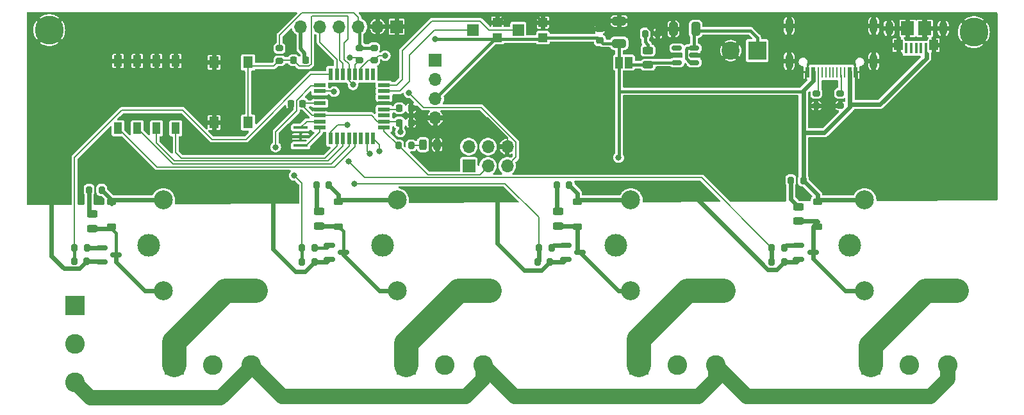
<source format=gtl>
G04 #@! TF.GenerationSoftware,KiCad,Pcbnew,(7.0.0)*
G04 #@! TF.CreationDate,2023-02-25T12:05:00-06:00*
G04 #@! TF.ProjectId,Autorelay,4175746f-7265-46c6-9179-2e6b69636164,1*
G04 #@! TF.SameCoordinates,Original*
G04 #@! TF.FileFunction,Copper,L1,Top*
G04 #@! TF.FilePolarity,Positive*
%FSLAX46Y46*%
G04 Gerber Fmt 4.6, Leading zero omitted, Abs format (unit mm)*
G04 Created by KiCad (PCBNEW (7.0.0)) date 2023-02-25 12:05:00*
%MOMM*%
%LPD*%
G01*
G04 APERTURE LIST*
G04 Aperture macros list*
%AMRoundRect*
0 Rectangle with rounded corners*
0 $1 Rounding radius*
0 $2 $3 $4 $5 $6 $7 $8 $9 X,Y pos of 4 corners*
0 Add a 4 corners polygon primitive as box body*
4,1,4,$2,$3,$4,$5,$6,$7,$8,$9,$2,$3,0*
0 Add four circle primitives for the rounded corners*
1,1,$1+$1,$2,$3*
1,1,$1+$1,$4,$5*
1,1,$1+$1,$6,$7*
1,1,$1+$1,$8,$9*
0 Add four rect primitives between the rounded corners*
20,1,$1+$1,$2,$3,$4,$5,0*
20,1,$1+$1,$4,$5,$6,$7,0*
20,1,$1+$1,$6,$7,$8,$9,0*
20,1,$1+$1,$8,$9,$2,$3,0*%
G04 Aperture macros list end*
G04 #@! TA.AperFunction,ComponentPad*
%ADD10R,2.600000X2.600000*%
G04 #@! TD*
G04 #@! TA.AperFunction,ComponentPad*
%ADD11C,2.600000*%
G04 #@! TD*
G04 #@! TA.AperFunction,SMDPad,CuDef*
%ADD12R,1.200000X1.200000*%
G04 #@! TD*
G04 #@! TA.AperFunction,SMDPad,CuDef*
%ADD13R,1.500000X1.600000*%
G04 #@! TD*
G04 #@! TA.AperFunction,SMDPad,CuDef*
%ADD14RoundRect,0.225000X-0.375000X0.225000X-0.375000X-0.225000X0.375000X-0.225000X0.375000X0.225000X0*%
G04 #@! TD*
G04 #@! TA.AperFunction,SMDPad,CuDef*
%ADD15RoundRect,0.243750X0.456250X-0.243750X0.456250X0.243750X-0.456250X0.243750X-0.456250X-0.243750X0*%
G04 #@! TD*
G04 #@! TA.AperFunction,SMDPad,CuDef*
%ADD16RoundRect,0.200000X-0.200000X-0.275000X0.200000X-0.275000X0.200000X0.275000X-0.200000X0.275000X0*%
G04 #@! TD*
G04 #@! TA.AperFunction,SMDPad,CuDef*
%ADD17R,1.600000X0.550000*%
G04 #@! TD*
G04 #@! TA.AperFunction,SMDPad,CuDef*
%ADD18R,0.550000X1.600000*%
G04 #@! TD*
G04 #@! TA.AperFunction,SMDPad,CuDef*
%ADD19RoundRect,0.200000X0.200000X0.275000X-0.200000X0.275000X-0.200000X-0.275000X0.200000X-0.275000X0*%
G04 #@! TD*
G04 #@! TA.AperFunction,ComponentPad*
%ADD20R,1.700000X1.700000*%
G04 #@! TD*
G04 #@! TA.AperFunction,ComponentPad*
%ADD21O,1.700000X1.700000*%
G04 #@! TD*
G04 #@! TA.AperFunction,SMDPad,CuDef*
%ADD22RoundRect,0.225000X-0.225000X-0.250000X0.225000X-0.250000X0.225000X0.250000X-0.225000X0.250000X0*%
G04 #@! TD*
G04 #@! TA.AperFunction,SMDPad,CuDef*
%ADD23RoundRect,0.200000X-0.275000X0.200000X-0.275000X-0.200000X0.275000X-0.200000X0.275000X0.200000X0*%
G04 #@! TD*
G04 #@! TA.AperFunction,ComponentPad*
%ADD24C,3.000000*%
G04 #@! TD*
G04 #@! TA.AperFunction,ComponentPad*
%ADD25C,2.500000*%
G04 #@! TD*
G04 #@! TA.AperFunction,ComponentPad*
%ADD26C,3.800000*%
G04 #@! TD*
G04 #@! TA.AperFunction,SMDPad,CuDef*
%ADD27RoundRect,0.243750X0.243750X0.456250X-0.243750X0.456250X-0.243750X-0.456250X0.243750X-0.456250X0*%
G04 #@! TD*
G04 #@! TA.AperFunction,SMDPad,CuDef*
%ADD28RoundRect,0.150000X0.512500X0.150000X-0.512500X0.150000X-0.512500X-0.150000X0.512500X-0.150000X0*%
G04 #@! TD*
G04 #@! TA.AperFunction,SMDPad,CuDef*
%ADD29R,1.100000X1.500000*%
G04 #@! TD*
G04 #@! TA.AperFunction,SMDPad,CuDef*
%ADD30R,0.250000X1.450000*%
G04 #@! TD*
G04 #@! TA.AperFunction,SMDPad,CuDef*
%ADD31R,0.300000X1.450000*%
G04 #@! TD*
G04 #@! TA.AperFunction,ComponentPad*
%ADD32RoundRect,0.500000X0.000000X0.600000X0.000000X0.600000X0.000000X-0.600000X0.000000X-0.600000X0*%
G04 #@! TD*
G04 #@! TA.AperFunction,SMDPad,CuDef*
%ADD33RoundRect,0.250000X0.650000X-0.325000X0.650000X0.325000X-0.650000X0.325000X-0.650000X-0.325000X0*%
G04 #@! TD*
G04 #@! TA.AperFunction,SMDPad,CuDef*
%ADD34RoundRect,0.250000X0.325000X0.650000X-0.325000X0.650000X-0.325000X-0.650000X0.325000X-0.650000X0*%
G04 #@! TD*
G04 #@! TA.AperFunction,SMDPad,CuDef*
%ADD35R,0.400000X1.400000*%
G04 #@! TD*
G04 #@! TA.AperFunction,ComponentPad*
%ADD36O,1.050000X1.900000*%
G04 #@! TD*
G04 #@! TA.AperFunction,SMDPad,CuDef*
%ADD37R,1.150000X1.450000*%
G04 #@! TD*
G04 #@! TA.AperFunction,SMDPad,CuDef*
%ADD38R,1.750000X1.900000*%
G04 #@! TD*
G04 #@! TA.AperFunction,SMDPad,CuDef*
%ADD39R,1.900000X0.400000*%
G04 #@! TD*
G04 #@! TA.AperFunction,SMDPad,CuDef*
%ADD40RoundRect,0.150000X-0.587500X-0.150000X0.587500X-0.150000X0.587500X0.150000X-0.587500X0.150000X0*%
G04 #@! TD*
G04 #@! TA.AperFunction,SMDPad,CuDef*
%ADD41RoundRect,0.225000X0.225000X0.250000X-0.225000X0.250000X-0.225000X-0.250000X0.225000X-0.250000X0*%
G04 #@! TD*
G04 #@! TA.AperFunction,SMDPad,CuDef*
%ADD42RoundRect,0.243750X-0.456250X0.243750X-0.456250X-0.243750X0.456250X-0.243750X0.456250X0.243750X0*%
G04 #@! TD*
G04 #@! TA.AperFunction,SMDPad,CuDef*
%ADD43R,1.300000X1.550000*%
G04 #@! TD*
G04 #@! TA.AperFunction,SMDPad,CuDef*
%ADD44R,1.000000X1.500000*%
G04 #@! TD*
G04 #@! TA.AperFunction,ComponentPad*
%ADD45R,2.400000X2.400000*%
G04 #@! TD*
G04 #@! TA.AperFunction,ComponentPad*
%ADD46C,2.400000*%
G04 #@! TD*
G04 #@! TA.AperFunction,SMDPad,CuDef*
%ADD47RoundRect,0.225000X0.250000X-0.225000X0.250000X0.225000X-0.250000X0.225000X-0.250000X-0.225000X0*%
G04 #@! TD*
G04 #@! TA.AperFunction,ViaPad*
%ADD48C,0.800000*%
G04 #@! TD*
G04 #@! TA.AperFunction,Conductor*
%ADD49C,0.400000*%
G04 #@! TD*
G04 #@! TA.AperFunction,Conductor*
%ADD50C,0.600000*%
G04 #@! TD*
G04 #@! TA.AperFunction,Conductor*
%ADD51C,0.200000*%
G04 #@! TD*
G04 #@! TA.AperFunction,Conductor*
%ADD52C,0.500000*%
G04 #@! TD*
G04 #@! TA.AperFunction,Conductor*
%ADD53C,2.000000*%
G04 #@! TD*
G04 #@! TA.AperFunction,Conductor*
%ADD54C,3.200000*%
G04 #@! TD*
G04 APERTURE END LIST*
D10*
X95959999Y-107444999D03*
D11*
X95960000Y-112525000D03*
X95960000Y-117605000D03*
D10*
X139774999Y-115364999D03*
D11*
X144855000Y-115365000D03*
X149935000Y-115365000D03*
D12*
X157819999Y-72074999D03*
D13*
X154569999Y-71074999D03*
D12*
X157819999Y-70074999D03*
D14*
X194130000Y-93730000D03*
X194130000Y-97030000D03*
X100785000Y-93730000D03*
X100785000Y-97030000D03*
D15*
X159840000Y-96952500D03*
X159840000Y-95077500D03*
D16*
X190575000Y-90935000D03*
X192225000Y-90935000D03*
D17*
X128344999Y-78349999D03*
X128344999Y-79149999D03*
X128344999Y-79949999D03*
X128344999Y-80749999D03*
X128344999Y-81549999D03*
X128344999Y-82349999D03*
X128344999Y-83149999D03*
X128344999Y-83949999D03*
D18*
X129794999Y-85399999D03*
X130594999Y-85399999D03*
X131394999Y-85399999D03*
X132194999Y-85399999D03*
X132994999Y-85399999D03*
X133794999Y-85399999D03*
X134594999Y-85399999D03*
X135394999Y-85399999D03*
D17*
X136844999Y-83949999D03*
X136844999Y-83149999D03*
X136844999Y-82349999D03*
X136844999Y-81549999D03*
X136844999Y-80749999D03*
X136844999Y-79949999D03*
X136844999Y-79149999D03*
X136844999Y-78349999D03*
D18*
X135394999Y-76899999D03*
X134594999Y-76899999D03*
X133794999Y-76899999D03*
X132994999Y-76899999D03*
X132194999Y-76899999D03*
X131394999Y-76899999D03*
X130594999Y-76899999D03*
X129794999Y-76899999D03*
D16*
X171335000Y-71550000D03*
X172985000Y-71550000D03*
D19*
X127655000Y-101730000D03*
X126005000Y-101730000D03*
D20*
X148029999Y-89029999D03*
D21*
X148029999Y-86489999D03*
X150569999Y-89029999D03*
X150569999Y-86489999D03*
X153109999Y-89029999D03*
X153109999Y-86489999D03*
D16*
X97865000Y-92205000D03*
X99515000Y-92205000D03*
D15*
X128290000Y-96952500D03*
X128290000Y-95077500D03*
D22*
X138860000Y-81410000D03*
X140410000Y-81410000D03*
D16*
X188035000Y-99825000D03*
X189685000Y-99825000D03*
D20*
X138504999Y-70614999D03*
D21*
X135964999Y-70614999D03*
X133424999Y-70614999D03*
X130884999Y-70614999D03*
X128344999Y-70614999D03*
X125804999Y-70614999D03*
D23*
X123023200Y-73478600D03*
X123023200Y-75128600D03*
D24*
X105728334Y-99490000D03*
D25*
X107678334Y-105540000D03*
D24*
X119878334Y-105540000D03*
D25*
X107678334Y-93540000D03*
D15*
X191590000Y-96317500D03*
X191590000Y-94442500D03*
D14*
X162380000Y-93730000D03*
X162380000Y-97030000D03*
D24*
X136610000Y-99490000D03*
D25*
X138560000Y-105540000D03*
D24*
X150760000Y-105540000D03*
D25*
X138560000Y-93540000D03*
D26*
X92594000Y-71070000D03*
D19*
X189685000Y-101730000D03*
X188035000Y-101730000D03*
D16*
X126005000Y-99825000D03*
X127655000Y-99825000D03*
D27*
X143846600Y-86229400D03*
X141971600Y-86229400D03*
D12*
X151819999Y-72074999D03*
D13*
X148569999Y-71074999D03*
D12*
X151819999Y-70074999D03*
D10*
X201158333Y-115364999D03*
D11*
X206238334Y-115365000D03*
X211318334Y-115365000D03*
D23*
X135520000Y-73410000D03*
X135520000Y-75060000D03*
D28*
X177800000Y-75360000D03*
X177800000Y-74410000D03*
X177800000Y-73460000D03*
X175525000Y-73460000D03*
X175525000Y-75360000D03*
D22*
X138860000Y-83315000D03*
X140410000Y-83315000D03*
D29*
X101687199Y-84054999D03*
X104227199Y-84054999D03*
X106767199Y-84054999D03*
X109307199Y-84054999D03*
X109307199Y-75154999D03*
X106767199Y-75154999D03*
X104227199Y-75154999D03*
X101687199Y-75154999D03*
D16*
X157300000Y-99825000D03*
X158950000Y-99825000D03*
X159650000Y-91570000D03*
X161300000Y-91570000D03*
D23*
X197115000Y-79425000D03*
X197115000Y-81075000D03*
D30*
X199316199Y-76648199D03*
X198516199Y-76648199D03*
X197191199Y-76648199D03*
X196191199Y-76648199D03*
X195691199Y-76648199D03*
X194691199Y-76648199D03*
X193366199Y-76648199D03*
X192566199Y-76648199D03*
D31*
X192841199Y-76648199D03*
X193641199Y-76648199D03*
D30*
X194191199Y-76648199D03*
X195191199Y-76648199D03*
X196691199Y-76648199D03*
X197691199Y-76648199D03*
D31*
X198241199Y-76648199D03*
X199041199Y-76648199D03*
D32*
X201521200Y-75188200D03*
X201521200Y-70518200D03*
X190361200Y-75188200D03*
X190361200Y-70508200D03*
D33*
X167905000Y-72820000D03*
X167905000Y-69870000D03*
D16*
X138759000Y-86331000D03*
X140409000Y-86331000D03*
X127910000Y-91570000D03*
X129560000Y-91570000D03*
D34*
X178005000Y-70915000D03*
X175055000Y-70915000D03*
D35*
X208440599Y-73486999D03*
X207790599Y-73486999D03*
X207140599Y-73486999D03*
X206490599Y-73486999D03*
X205840599Y-73486999D03*
D36*
X210715599Y-70836999D03*
D37*
X209460599Y-73066999D03*
D38*
X208265599Y-70836999D03*
X206015599Y-70836999D03*
D37*
X204820599Y-73066999D03*
D36*
X203565599Y-70836999D03*
D39*
X125804999Y-86349999D03*
X125804999Y-85149999D03*
X125804999Y-83949999D03*
D40*
X99515000Y-99825000D03*
X99515000Y-101725000D03*
X101390000Y-100775000D03*
D41*
X126085000Y-80775000D03*
X124535000Y-80775000D03*
D22*
X124890000Y-75060000D03*
X126440000Y-75060000D03*
D23*
X193940000Y-79425000D03*
X193940000Y-81075000D03*
X133615000Y-73410000D03*
X133615000Y-75060000D03*
D42*
X171715000Y-73787500D03*
X171715000Y-75662500D03*
D24*
X167491666Y-99490000D03*
D25*
X169441666Y-105540000D03*
D24*
X181641666Y-105540000D03*
D25*
X169441666Y-93540000D03*
D10*
X170466665Y-115364999D03*
D11*
X175546666Y-115365000D03*
X180626666Y-115365000D03*
D26*
X214768000Y-71345000D03*
D40*
X160807500Y-99510000D03*
X160807500Y-101410000D03*
X162682500Y-100460000D03*
D15*
X98245000Y-97285000D03*
X98245000Y-95410000D03*
D40*
X129590000Y-99510000D03*
X129590000Y-101410000D03*
X131465000Y-100460000D03*
D43*
X114374999Y-83299999D03*
X114374999Y-75349999D03*
X118874999Y-83299999D03*
X118874999Y-75349999D03*
D10*
X109076784Y-115364999D03*
D11*
X114156785Y-115365000D03*
X119236785Y-115365000D03*
D14*
X130830000Y-93730000D03*
X130830000Y-97030000D03*
D24*
X198373334Y-99490000D03*
D25*
X200323334Y-105540000D03*
D24*
X212523334Y-105540000D03*
D25*
X200323334Y-93540000D03*
D44*
X169174999Y-75359999D03*
X167874999Y-75359999D03*
D45*
X186129999Y-73789999D03*
D46*
X182630000Y-73790000D03*
D19*
X158760000Y-101730000D03*
X157110000Y-101730000D03*
D40*
X191620000Y-99510000D03*
X191620000Y-101410000D03*
X193495000Y-100460000D03*
D16*
X95930000Y-99825000D03*
X97580000Y-99825000D03*
D47*
X165365000Y-72465000D03*
X165365000Y-70915000D03*
D19*
X97546000Y-101621800D03*
X95896000Y-101621800D03*
D20*
X143584999Y-75059999D03*
D21*
X143584999Y-77599999D03*
X143584999Y-80139999D03*
X143584999Y-82679999D03*
D48*
X172604000Y-77745800D03*
X91933600Y-85670600D03*
X214463200Y-88515400D03*
X159904000Y-76323400D03*
X199375600Y-87905800D03*
X181240000Y-90598200D03*
X189926800Y-86483400D03*
X155941600Y-81098600D03*
X175956800Y-89429800D03*
X116673200Y-79371400D03*
X185862800Y-82368600D03*
X117333600Y-86889800D03*
X184542000Y-87855000D03*
X174280400Y-87499400D03*
X111237600Y-90649000D03*
X179462000Y-77745800D03*
X127950800Y-86686600D03*
X95032400Y-85569000D03*
X190130000Y-77898200D03*
X174077200Y-92427000D03*
X195464000Y-80946200D03*
X177684000Y-92427000D03*
X180681200Y-81301800D03*
X122769200Y-77796600D03*
X161275600Y-80539800D03*
X122159600Y-90547400D03*
X204862000Y-80743000D03*
X123785200Y-85772200D03*
X123175600Y-82419400D03*
X212736000Y-80692200D03*
X151776000Y-92325400D03*
X204404800Y-86178600D03*
X173010400Y-80539800D03*
X202931600Y-77745800D03*
X130795600Y-81200200D03*
X96251600Y-78050600D03*
X178242800Y-85213400D03*
X92136800Y-80438200D03*
X92543200Y-92427000D03*
X135062800Y-80844600D03*
X153604800Y-77085400D03*
X143546400Y-72259400D03*
X138974400Y-84553000D03*
X167828800Y-87905800D03*
X140142800Y-79371400D03*
X132726000Y-78304600D03*
X136993200Y-74455500D03*
X136231200Y-87042200D03*
X134910400Y-87397800D03*
X132274972Y-74679928D03*
X124953600Y-90293400D03*
X122515200Y-86534200D03*
X132929200Y-91360200D03*
X130236800Y-79219000D03*
X132014800Y-83587800D03*
X132116400Y-88464600D03*
D49*
X176737500Y-73612300D02*
X176889800Y-73460000D01*
X177800000Y-71120000D02*
X178005000Y-70915000D01*
X186130000Y-72069400D02*
X185202400Y-71141800D01*
X177800000Y-73460000D02*
X177800000Y-71120000D01*
X185202400Y-71141800D02*
X178231800Y-71141800D01*
X177800000Y-75360000D02*
X177309683Y-75360000D01*
X176889800Y-73460000D02*
X177800000Y-73460000D01*
X186130000Y-73790000D02*
X186130000Y-72069400D01*
X177309683Y-75360000D02*
X176737500Y-74787817D01*
X176737500Y-74787817D02*
X176737500Y-73612300D01*
X178231800Y-71141800D02*
X178005000Y-70915000D01*
D50*
X97546000Y-101621800D02*
X99411800Y-101621800D01*
X160487500Y-101730000D02*
X160807500Y-101410000D01*
X125106000Y-102993400D02*
X122159600Y-100047000D01*
X157649000Y-102841000D02*
X155382800Y-102841000D01*
X127655000Y-101730000D02*
X126391600Y-102993400D01*
D49*
X156864400Y-69119400D02*
X152775600Y-69119400D01*
D50*
X129270000Y-101730000D02*
X129590000Y-101410000D01*
D49*
X170978528Y-69870000D02*
X167905000Y-69870000D01*
D50*
X96571000Y-102596800D02*
X94534200Y-102596800D01*
D51*
X123175600Y-82419400D02*
X124535000Y-81060000D01*
D50*
X191300000Y-101730000D02*
X191620000Y-101410000D01*
X92898800Y-100961400D02*
X92898800Y-92782600D01*
X151776000Y-99234200D02*
X151776000Y-92325400D01*
D51*
X150502081Y-82680000D02*
X143585000Y-82680000D01*
D50*
X188710000Y-102705000D02*
X187545051Y-102705000D01*
X187545051Y-102705000D02*
X177684000Y-92843949D01*
X189685000Y-101730000D02*
X191300000Y-101730000D01*
X127655000Y-101730000D02*
X129270000Y-101730000D01*
X122159600Y-100047000D02*
X122159600Y-90547400D01*
D51*
X153110000Y-85287919D02*
X150502081Y-82680000D01*
D49*
X175055000Y-70915000D02*
X173620000Y-70915000D01*
D50*
X158760000Y-101730000D02*
X157649000Y-102841000D01*
D49*
X157820000Y-70075000D02*
X156864400Y-69119400D01*
D50*
X126391600Y-102993400D02*
X125106000Y-102993400D01*
D49*
X167905000Y-69870000D02*
X166410000Y-69870000D01*
D50*
X177684000Y-92843949D02*
X177684000Y-92427000D01*
X92898800Y-92782600D02*
X92543200Y-92427000D01*
X158760000Y-101730000D02*
X160487500Y-101730000D01*
D51*
X153110000Y-86490000D02*
X153110000Y-85287919D01*
D49*
X166410000Y-69870000D02*
X165365000Y-70915000D01*
X164525000Y-70075000D02*
X157820000Y-70075000D01*
X172985000Y-71550000D02*
X172658528Y-71550000D01*
X172658528Y-71550000D02*
X170978528Y-69870000D01*
X165365000Y-70915000D02*
X164525000Y-70075000D01*
X173620000Y-70915000D02*
X172985000Y-71550000D01*
D51*
X124535000Y-81060000D02*
X124535000Y-80775000D01*
D49*
X152775600Y-69119400D02*
X151820000Y-70075000D01*
D50*
X155382800Y-102841000D02*
X151776000Y-99234200D01*
X189685000Y-101730000D02*
X188710000Y-102705000D01*
X97546000Y-101621800D02*
X96571000Y-102596800D01*
X99411800Y-101621800D02*
X99515000Y-101725000D01*
D51*
X140410000Y-83315000D02*
X140410000Y-81410000D01*
D50*
X94534200Y-102596800D02*
X92898800Y-100961400D01*
D49*
X157620000Y-72275000D02*
X152020000Y-72275000D01*
X133615000Y-73410000D02*
X133615000Y-70805000D01*
X157820000Y-72075000D02*
X157620000Y-72275000D01*
D51*
X138695000Y-83150000D02*
X136845000Y-83150000D01*
D49*
X151620000Y-72275000D02*
X143562000Y-72275000D01*
X138974400Y-83429400D02*
X138860000Y-83315000D01*
X192125400Y-79168200D02*
X192448500Y-78845100D01*
D51*
X132822081Y-68810000D02*
X133425000Y-69412919D01*
D50*
X193491200Y-77802400D02*
X193491200Y-76577400D01*
D51*
X135170000Y-82350000D02*
X135970000Y-83150000D01*
D50*
X208490600Y-74777600D02*
X208490600Y-74189800D01*
D49*
X164975000Y-72075000D02*
X157820000Y-72075000D01*
D50*
X138560000Y-93540000D02*
X131020000Y-93540000D01*
X195000349Y-84654600D02*
X198391200Y-81263749D01*
D51*
X128345000Y-82350000D02*
X127345000Y-82350000D01*
D50*
X198391200Y-79625400D02*
X198391200Y-76577400D01*
D49*
X167875000Y-72850000D02*
X167905000Y-72820000D01*
X151820000Y-72075000D02*
X151620000Y-72275000D01*
D50*
X202372800Y-80895400D02*
X208490600Y-74777600D01*
X100850000Y-93540000D02*
X99515000Y-92205000D01*
X192225000Y-84654600D02*
X195000349Y-84654600D01*
X162570000Y-93540000D02*
X162380000Y-93730000D01*
X194130000Y-92840000D02*
X192225000Y-90935000D01*
X192448500Y-78845100D02*
X193491200Y-77802400D01*
D49*
X151820000Y-72075000D02*
X151650000Y-72075000D01*
D51*
X128345000Y-82350000D02*
X135170000Y-82350000D01*
D50*
X192225000Y-90935000D02*
X192225000Y-84654600D01*
D49*
X167875000Y-75360000D02*
X167875000Y-79168200D01*
X165365000Y-72465000D02*
X164975000Y-72075000D01*
X135520000Y-73410000D02*
X133615000Y-73410000D01*
D50*
X198391200Y-80895400D02*
X198391200Y-79625400D01*
D51*
X135970000Y-83150000D02*
X136845000Y-83150000D01*
D49*
X167875000Y-79168200D02*
X192125400Y-79168200D01*
D50*
X107678334Y-93540000D02*
X101230000Y-93540000D01*
X130830000Y-92840000D02*
X129560000Y-91570000D01*
X198391200Y-81263749D02*
X198391200Y-80895400D01*
D51*
X138860000Y-83315000D02*
X138695000Y-83150000D01*
D50*
X192225000Y-79068600D02*
X192448500Y-78845100D01*
D49*
X167875000Y-75360000D02*
X167875000Y-72850000D01*
D51*
X123023200Y-73478600D02*
X123023200Y-71770454D01*
D50*
X198391200Y-80895400D02*
X202372800Y-80895400D01*
D49*
X165720000Y-72820000D02*
X165365000Y-72465000D01*
X167905000Y-72820000D02*
X165720000Y-72820000D01*
D51*
X133425000Y-69412919D02*
X133425000Y-70615000D01*
D50*
X130830000Y-93730000D02*
X130830000Y-92840000D01*
X101230000Y-93540000D02*
X100850000Y-93540000D01*
D51*
X128345000Y-80750000D02*
X126110000Y-80750000D01*
D49*
X151650000Y-72075000D02*
X143585000Y-80140000D01*
D51*
X125983654Y-68810000D02*
X132822081Y-68810000D01*
D50*
X192225000Y-84654600D02*
X192225000Y-79068600D01*
X169441666Y-93540000D02*
X162570000Y-93540000D01*
X130830000Y-93730000D02*
X131020000Y-93540000D01*
X162380000Y-92650000D02*
X161300000Y-91570000D01*
X194130000Y-93730000D02*
X194130000Y-92840000D01*
D49*
X138974400Y-84553000D02*
X138974400Y-83429400D01*
X152020000Y-72275000D02*
X151820000Y-72075000D01*
D50*
X200323334Y-93540000D02*
X194320000Y-93540000D01*
X162380000Y-93730000D02*
X162380000Y-92650000D01*
D49*
X167875000Y-87859600D02*
X167828800Y-87905800D01*
D51*
X123023200Y-71770454D02*
X125983654Y-68810000D01*
X127345000Y-82350000D02*
X126085000Y-81090000D01*
D49*
X133615000Y-70805000D02*
X133425000Y-70615000D01*
X143562000Y-72275000D02*
X143546400Y-72259400D01*
D50*
X101230000Y-93540000D02*
X100785000Y-93985000D01*
X194320000Y-93540000D02*
X194130000Y-93730000D01*
D49*
X167875000Y-79168200D02*
X167875000Y-87859600D01*
D51*
X138860000Y-81410000D02*
X138720000Y-81550000D01*
X138720000Y-81550000D02*
X136845000Y-81550000D01*
X122235000Y-75835000D02*
X119360000Y-75835000D01*
X132195000Y-75589200D02*
X132195000Y-76900000D01*
X126915200Y-75835000D02*
X127195000Y-75555200D01*
X132195000Y-77773600D02*
X132195000Y-76900000D01*
X125665000Y-75835000D02*
X126915200Y-75835000D01*
X119360000Y-75835000D02*
X118875000Y-75350000D01*
X132035000Y-72290000D02*
X131557600Y-72767400D01*
X131557600Y-74951800D02*
X132195000Y-75589200D01*
X127195000Y-69306800D02*
X127290400Y-69211400D01*
X127290400Y-69211400D02*
X132014800Y-69211400D01*
X118875000Y-75350000D02*
X118875000Y-83300000D01*
X153110000Y-89030000D02*
X154260000Y-87880000D01*
X132014800Y-69211400D02*
X132035000Y-69231600D01*
X149681400Y-81290000D02*
X142061400Y-81290000D01*
X154260000Y-85868600D02*
X149681400Y-81290000D01*
X154260000Y-87880000D02*
X154260000Y-85868600D01*
X132726000Y-78304600D02*
X132195000Y-77773600D01*
X132035000Y-69231600D02*
X132035000Y-72290000D01*
X123010000Y-75060000D02*
X122235000Y-75835000D01*
X131557600Y-72767400D02*
X131557600Y-74951800D01*
X123010000Y-75060000D02*
X124890000Y-75060000D01*
X124890000Y-75060000D02*
X125665000Y-75835000D01*
X142061400Y-81290000D02*
X140142800Y-79371400D01*
X127195000Y-75555200D02*
X127195000Y-69306800D01*
D52*
X126325200Y-74088200D02*
X126325200Y-74945200D01*
X125805000Y-73568000D02*
X126325200Y-74088200D01*
X125805000Y-70615000D02*
X125805000Y-73568000D01*
X126325200Y-74945200D02*
X126440000Y-75060000D01*
D49*
X101390000Y-97890000D02*
X100785000Y-97285000D01*
X101390000Y-100775000D02*
X101390000Y-97890000D01*
D50*
X98245000Y-97285000D02*
X100785000Y-97285000D01*
X105199000Y-105540000D02*
X101390000Y-101731000D01*
X101390000Y-101731000D02*
X101390000Y-100775000D01*
X107678334Y-105540000D02*
X105199000Y-105540000D01*
X138560000Y-105540000D02*
X136187000Y-105540000D01*
X131465000Y-100818000D02*
X131465000Y-100460000D01*
X130752500Y-96952500D02*
X130830000Y-97030000D01*
X128290000Y-96952500D02*
X130752500Y-96952500D01*
X136187000Y-105540000D02*
X131465000Y-100818000D01*
D49*
X131465000Y-100460000D02*
X131465000Y-97665000D01*
X131465000Y-97665000D02*
X130830000Y-97030000D01*
D50*
X169441666Y-105540000D02*
X167762500Y-105540000D01*
X159840000Y-96952500D02*
X162302500Y-96952500D01*
X162380000Y-97030000D02*
X162380000Y-100157500D01*
X162380000Y-100157500D02*
X162682500Y-100460000D01*
X167762500Y-105540000D02*
X162682500Y-100460000D01*
X162302500Y-96952500D02*
X162380000Y-97030000D01*
X191590000Y-96317500D02*
X194052500Y-96317500D01*
X194052500Y-96317500D02*
X194130000Y-96395000D01*
X197756600Y-105540000D02*
X193495000Y-101278400D01*
X193495000Y-101278400D02*
X193495000Y-100460000D01*
X193495000Y-100460000D02*
X193495000Y-97030000D01*
X193495000Y-97030000D02*
X194130000Y-96395000D01*
X200323334Y-105540000D02*
X197756600Y-105540000D01*
D51*
X197115000Y-79425000D02*
X197230000Y-79310000D01*
X197230000Y-79310000D02*
X197230000Y-76985000D01*
X194230000Y-76985000D02*
X194230000Y-79135000D01*
X194230000Y-79135000D02*
X193940000Y-79425000D01*
X136124500Y-74455500D02*
X135520000Y-75060000D01*
X136993200Y-74455500D02*
X136124500Y-74455500D01*
X133795000Y-76900000D02*
X133795000Y-76062107D01*
X134797107Y-75060000D02*
X135520000Y-75060000D01*
X133795000Y-76062107D02*
X134797107Y-75060000D01*
X138759000Y-86331000D02*
X136845000Y-84417000D01*
X142608000Y-90180000D02*
X138759000Y-86331000D01*
X136845000Y-84417000D02*
X136845000Y-83950000D01*
X150570000Y-89111800D02*
X149501800Y-90180000D01*
X150570000Y-89030000D02*
X150570000Y-89111800D01*
X149501800Y-90180000D02*
X142608000Y-90180000D01*
X131395000Y-76900000D02*
X131395000Y-75449600D01*
X131395000Y-75449600D02*
X130998800Y-75053400D01*
X130998800Y-75053400D02*
X130998800Y-70728800D01*
X130998800Y-70728800D02*
X130885000Y-70615000D01*
X128345000Y-72704400D02*
X128345000Y-70615000D01*
X130595000Y-76900000D02*
X130595000Y-74954400D01*
X130595000Y-74954400D02*
X128345000Y-72704400D01*
X136231200Y-86236200D02*
X135395000Y-85400000D01*
X136231200Y-87042200D02*
X136231200Y-86236200D01*
X134910400Y-87397800D02*
X134595000Y-87082400D01*
X134595000Y-87082400D02*
X134595000Y-85400000D01*
D53*
X115246546Y-119655800D02*
X119243334Y-115659012D01*
X180626666Y-115365000D02*
X184726666Y-119465000D01*
X180626666Y-117203477D02*
X180626666Y-115365000D01*
X211318334Y-117203477D02*
X211318334Y-115365000D01*
X119243334Y-115659012D02*
X119243334Y-115365000D01*
X119243334Y-115365000D02*
X123343334Y-119465000D01*
X209056811Y-119465000D02*
X211318334Y-117203477D01*
X95960000Y-117605000D02*
X98010800Y-119655800D01*
X178365143Y-119465000D02*
X180626666Y-117203477D01*
X149935000Y-115365000D02*
X154035000Y-119465000D01*
X154035000Y-119465000D02*
X178365143Y-119465000D01*
X98010800Y-119655800D02*
X115246546Y-119655800D01*
X149935000Y-117203477D02*
X149935000Y-115365000D01*
X184726666Y-119465000D02*
X209056811Y-119465000D01*
X123343334Y-119465000D02*
X147673477Y-119465000D01*
X147673477Y-119465000D02*
X149935000Y-117203477D01*
D54*
X109083334Y-112310466D02*
X109083334Y-115365000D01*
X115853800Y-105540000D02*
X109083334Y-112310466D01*
X119878334Y-105540000D02*
X115853800Y-105540000D01*
X150760000Y-105540000D02*
X146740200Y-105540000D01*
X139775000Y-112505200D02*
X139775000Y-115365000D01*
X146740200Y-105540000D02*
X139775000Y-112505200D01*
X181641666Y-105540000D02*
X176915400Y-105540000D01*
X176915400Y-105540000D02*
X170466666Y-111988734D01*
X170466666Y-111988734D02*
X170466666Y-115365000D01*
X201158334Y-112843866D02*
X201158334Y-115365000D01*
X212523334Y-105540000D02*
X208462200Y-105540000D01*
X208462200Y-105540000D02*
X201158334Y-112843866D01*
D49*
X171715000Y-73787500D02*
X171715000Y-72996000D01*
X171334000Y-71551000D02*
X171335000Y-71550000D01*
X171715000Y-72996000D02*
X171334000Y-72615000D01*
X171334000Y-72615000D02*
X171334000Y-71551000D01*
D51*
X132274972Y-74679928D02*
X133234928Y-74679928D01*
X132995000Y-75680000D02*
X133615000Y-75060000D01*
X132995000Y-76900000D02*
X132995000Y-75680000D01*
X133234928Y-74679928D02*
X133615000Y-75060000D01*
X140409000Y-86331000D02*
X141870000Y-86331000D01*
X141870000Y-86331000D02*
X141971600Y-86229400D01*
X95946800Y-99808200D02*
X95930000Y-99825000D01*
X118560895Y-85531643D02*
X114095843Y-85531643D01*
X127192538Y-76900000D02*
X118560895Y-85531643D01*
X129795000Y-76900000D02*
X127192538Y-76900000D01*
D49*
X95930000Y-101587800D02*
X95896000Y-101621800D01*
D51*
X95946800Y-87895400D02*
X95946800Y-99808200D01*
X102184800Y-81657400D02*
X95946800Y-87895400D01*
D49*
X95930000Y-99825000D02*
X95930000Y-101587800D01*
D51*
X110221600Y-81657400D02*
X102184800Y-81657400D01*
X114095843Y-85531643D02*
X110221600Y-81657400D01*
D50*
X97865000Y-92205000D02*
X97865000Y-95030000D01*
X97865000Y-95030000D02*
X98245000Y-95410000D01*
D51*
X127185538Y-78457000D02*
X125285000Y-80357538D01*
X128345000Y-78350000D02*
X128345000Y-78418400D01*
X128345000Y-78418400D02*
X128306400Y-78457000D01*
X124953600Y-90293400D02*
X126005000Y-91344800D01*
D49*
X126005000Y-101730000D02*
X126005000Y-99825000D01*
D51*
X125285000Y-80357538D02*
X125285000Y-81732400D01*
X126005000Y-91344800D02*
X126005000Y-99825000D01*
X128306400Y-78457000D02*
X127185538Y-78457000D01*
X122515200Y-84502200D02*
X122515200Y-86534200D01*
X125285000Y-81732400D02*
X122515200Y-84502200D01*
D50*
X127910000Y-91570000D02*
X127910000Y-94697500D01*
X127910000Y-94697500D02*
X128290000Y-95077500D01*
X157300000Y-99825000D02*
X157300000Y-101540000D01*
X157300000Y-101540000D02*
X157110000Y-101730000D01*
D51*
X130167800Y-79150000D02*
X130236800Y-79219000D01*
X152842800Y-91360200D02*
X157300000Y-95817400D01*
X132929200Y-91360200D02*
X152842800Y-91360200D01*
X128345000Y-79150000D02*
X130167800Y-79150000D01*
X157300000Y-95817400D02*
X157300000Y-99825000D01*
D50*
X159650000Y-94887500D02*
X159840000Y-95077500D01*
X159650000Y-91570000D02*
X159650000Y-94887500D01*
X188035000Y-99825000D02*
X188035000Y-101730000D01*
D51*
X130732200Y-83587800D02*
X129795000Y-84525000D01*
X129795000Y-84525000D02*
X129795000Y-85400000D01*
X178790000Y-90580000D02*
X134231800Y-90580000D01*
X134231800Y-90580000D02*
X132116400Y-88464600D01*
X188035000Y-99825000D02*
X178790000Y-90580000D01*
X132014800Y-83587800D02*
X130732200Y-83587800D01*
D50*
X190575000Y-90935000D02*
X190575000Y-93427500D01*
X190575000Y-93427500D02*
X191590000Y-94442500D01*
D51*
X143460800Y-71075000D02*
X140193600Y-74342200D01*
X148570000Y-71075000D02*
X143460800Y-71075000D01*
X138891000Y-79150000D02*
X136845000Y-79150000D01*
X140193600Y-74342200D02*
X140193600Y-77847400D01*
X140193600Y-77847400D02*
X138891000Y-79150000D01*
X150693200Y-71048200D02*
X149516800Y-69871800D01*
X139228400Y-73783400D02*
X139228400Y-77593400D01*
X149516800Y-69871800D02*
X143140000Y-69871800D01*
X154570000Y-71075000D02*
X154543200Y-71048200D01*
X139228400Y-77593400D02*
X138471800Y-78350000D01*
X138471800Y-78350000D02*
X136845000Y-78350000D01*
X154543200Y-71048200D02*
X150693200Y-71048200D01*
X143140000Y-69871800D02*
X139228400Y-73783400D01*
D49*
X175525000Y-75360000D02*
X172017500Y-75360000D01*
X171715000Y-75662500D02*
X169477500Y-75662500D01*
X169477500Y-75662500D02*
X169175000Y-75360000D01*
X172017500Y-75360000D02*
X171715000Y-75662500D01*
D51*
X126605000Y-83150000D02*
X128345000Y-83150000D01*
X125805000Y-83950000D02*
X126605000Y-83150000D01*
X126555000Y-86350000D02*
X128345000Y-84560000D01*
X125805000Y-86350000D02*
X126555000Y-86350000D01*
X128345000Y-84560000D02*
X128345000Y-83950000D01*
X130595000Y-85400000D02*
X130595000Y-86400000D01*
X129025600Y-87969400D02*
X110018400Y-87969400D01*
X109307200Y-87258200D02*
X109307200Y-84055000D01*
X110018400Y-87969400D02*
X109307200Y-87258200D01*
X130595000Y-86400000D02*
X129025600Y-87969400D01*
X131395000Y-86400000D02*
X129425600Y-88369400D01*
X106767200Y-85981800D02*
X106767200Y-84055000D01*
X131395000Y-85400000D02*
X131395000Y-86400000D01*
X129425600Y-88369400D02*
X109154800Y-88369400D01*
X109154800Y-88369400D02*
X106767200Y-85981800D01*
X132195000Y-86400000D02*
X132195000Y-85400000D01*
X129825600Y-88769400D02*
X132195000Y-86400000D01*
X104227200Y-84055000D02*
X108941600Y-88769400D01*
X108941600Y-88769400D02*
X129825600Y-88769400D01*
X101687200Y-84055000D02*
X106801600Y-89169400D01*
X106801600Y-89169400D02*
X130294000Y-89169400D01*
X130294000Y-89169400D02*
X132995000Y-86468400D01*
X132995000Y-86468400D02*
X132995000Y-85400000D01*
D50*
X97580000Y-99825000D02*
X99515000Y-99825000D01*
D49*
X129275000Y-99825000D02*
X129590000Y-99510000D01*
X127655000Y-99825000D02*
X129275000Y-99825000D01*
D50*
X159265000Y-99510000D02*
X158950000Y-99825000D01*
X160807500Y-99510000D02*
X159265000Y-99510000D01*
X191620000Y-99510000D02*
X190000000Y-99510000D01*
X190000000Y-99510000D02*
X189685000Y-99825000D01*
G04 #@! TA.AperFunction,Conductor*
G36*
X125273695Y-68724015D02*
G01*
X125317718Y-68761615D01*
X125339873Y-68815102D01*
X125335331Y-68872818D01*
X125305081Y-68922180D01*
X124010196Y-70217065D01*
X122717716Y-71509545D01*
X122717713Y-71509548D01*
X122702051Y-71525209D01*
X122702046Y-71525215D01*
X122695150Y-71532112D01*
X122690720Y-71540803D01*
X122690715Y-71540812D01*
X122685090Y-71551852D01*
X122674931Y-71568430D01*
X122667642Y-71578463D01*
X122667637Y-71578472D01*
X122661904Y-71586364D01*
X122658890Y-71595638D01*
X122658885Y-71595649D01*
X122655054Y-71607441D01*
X122647612Y-71625408D01*
X122641983Y-71636454D01*
X122641979Y-71636463D01*
X122637554Y-71645150D01*
X122635721Y-71656723D01*
X122634087Y-71667036D01*
X122629547Y-71685946D01*
X122625715Y-71697739D01*
X122625714Y-71697742D01*
X122622700Y-71707021D01*
X122622700Y-71716781D01*
X122622700Y-72705134D01*
X122612688Y-72753947D01*
X122584269Y-72794878D01*
X122542032Y-72821316D01*
X122514181Y-72831703D01*
X122514176Y-72831705D01*
X122505869Y-72834804D01*
X122498772Y-72840116D01*
X122498768Y-72840119D01*
X122397750Y-72915741D01*
X122397746Y-72915744D01*
X122390654Y-72921054D01*
X122385344Y-72928146D01*
X122385341Y-72928150D01*
X122309719Y-73029168D01*
X122309716Y-73029172D01*
X122304404Y-73036269D01*
X122301304Y-73044578D01*
X122301304Y-73044580D01*
X122256820Y-73163847D01*
X122256819Y-73163850D01*
X122254109Y-73171117D01*
X122253279Y-73178827D01*
X122253279Y-73178832D01*
X122248055Y-73227419D01*
X122248054Y-73227431D01*
X122247700Y-73230727D01*
X122247700Y-73234048D01*
X122247700Y-73234049D01*
X122247700Y-73723160D01*
X122247700Y-73723178D01*
X122247701Y-73726472D01*
X122248053Y-73729750D01*
X122248054Y-73729761D01*
X122253279Y-73778368D01*
X122253280Y-73778373D01*
X122254109Y-73786083D01*
X122256819Y-73793349D01*
X122256820Y-73793353D01*
X122285644Y-73870634D01*
X122304404Y-73920931D01*
X122309718Y-73928030D01*
X122309719Y-73928031D01*
X122377326Y-74018343D01*
X122390654Y-74036146D01*
X122505869Y-74122396D01*
X122640717Y-74172691D01*
X122700327Y-74179100D01*
X123346072Y-74179099D01*
X123405683Y-74172691D01*
X123540531Y-74122396D01*
X123655746Y-74036146D01*
X123741996Y-73920931D01*
X123792291Y-73786083D01*
X123798700Y-73726473D01*
X123798699Y-73230728D01*
X123792291Y-73171117D01*
X123741996Y-73036269D01*
X123655746Y-72921054D01*
X123648599Y-72915704D01*
X123547631Y-72840119D01*
X123547630Y-72840118D01*
X123540531Y-72834804D01*
X123532220Y-72831704D01*
X123532218Y-72831703D01*
X123504368Y-72821316D01*
X123462131Y-72794878D01*
X123433712Y-72753947D01*
X123423700Y-72705134D01*
X123423700Y-71987709D01*
X123433139Y-71940256D01*
X123460019Y-71900028D01*
X123629776Y-71730271D01*
X124489807Y-70870238D01*
X124544930Y-70838271D01*
X124608655Y-70837903D01*
X124664147Y-70869233D01*
X124696751Y-70923986D01*
X124726024Y-71026870D01*
X124726026Y-71026876D01*
X124727595Y-71032389D01*
X124730153Y-71037526D01*
X124818523Y-71215000D01*
X124822634Y-71223255D01*
X124840225Y-71246549D01*
X124944195Y-71384227D01*
X124951128Y-71393407D01*
X124955360Y-71397265D01*
X125059402Y-71492113D01*
X125108698Y-71537052D01*
X125113563Y-71540064D01*
X125113564Y-71540065D01*
X125195778Y-71590970D01*
X125238829Y-71636058D01*
X125254500Y-71696397D01*
X125254500Y-73556478D01*
X125254428Y-73560711D01*
X125252527Y-73616347D01*
X125252527Y-73616351D01*
X125252238Y-73624826D01*
X125261965Y-73664744D01*
X125264334Y-73677208D01*
X125268774Y-73709514D01*
X125268775Y-73709518D01*
X125269930Y-73717920D01*
X125275073Y-73729761D01*
X125277080Y-73734380D01*
X125283818Y-73754416D01*
X125288067Y-73771852D01*
X125292221Y-73779241D01*
X125292222Y-73779242D01*
X125308207Y-73807672D01*
X125313849Y-73819033D01*
X125330220Y-73856720D01*
X125335570Y-73863296D01*
X125335572Y-73863299D01*
X125341540Y-73870634D01*
X125353438Y-73888116D01*
X125362234Y-73903759D01*
X125368233Y-73909758D01*
X125391286Y-73932811D01*
X125399793Y-73942237D01*
X125420365Y-73967524D01*
X125420367Y-73967526D01*
X125425722Y-73974108D01*
X125432654Y-73979001D01*
X125432656Y-73979003D01*
X125440379Y-73984454D01*
X125456552Y-73998077D01*
X125738381Y-74279906D01*
X125765261Y-74320134D01*
X125774700Y-74367587D01*
X125774700Y-74441515D01*
X125759606Y-74500807D01*
X125717998Y-74545664D01*
X125660007Y-74565165D01*
X125599750Y-74554564D01*
X125551896Y-74516440D01*
X125495202Y-74441678D01*
X125495198Y-74441674D01*
X125490078Y-74434922D01*
X125374975Y-74347636D01*
X125352929Y-74338942D01*
X125247988Y-74297558D01*
X125247985Y-74297557D01*
X125240590Y-74294641D01*
X125232699Y-74293693D01*
X125232694Y-74293692D01*
X125159821Y-74284941D01*
X125159811Y-74284940D01*
X125156144Y-74284500D01*
X124623856Y-74284500D01*
X124620189Y-74284940D01*
X124620178Y-74284941D01*
X124547305Y-74293692D01*
X124547298Y-74293693D01*
X124539410Y-74294641D01*
X124532016Y-74297556D01*
X124532011Y-74297558D01*
X124412920Y-74344522D01*
X124412916Y-74344523D01*
X124405025Y-74347636D01*
X124398266Y-74352761D01*
X124398265Y-74352762D01*
X124296674Y-74429801D01*
X124296670Y-74429804D01*
X124289922Y-74434922D01*
X124284804Y-74441670D01*
X124284801Y-74441674D01*
X124248064Y-74490119D01*
X124202636Y-74550025D01*
X124199526Y-74557911D01*
X124199525Y-74557913D01*
X124190424Y-74580992D01*
X124163743Y-74622179D01*
X124123173Y-74649789D01*
X124075070Y-74659500D01*
X123784026Y-74659500D01*
X123728522Y-74646384D01*
X123684760Y-74609812D01*
X123655746Y-74571054D01*
X123648649Y-74565741D01*
X123648648Y-74565740D01*
X123547631Y-74490119D01*
X123547630Y-74490118D01*
X123540531Y-74484804D01*
X123461963Y-74455500D01*
X123412952Y-74437220D01*
X123412950Y-74437219D01*
X123405683Y-74434509D01*
X123397970Y-74433679D01*
X123397967Y-74433679D01*
X123349380Y-74428455D01*
X123349369Y-74428454D01*
X123346073Y-74428100D01*
X123342750Y-74428100D01*
X122703639Y-74428100D01*
X122703620Y-74428100D01*
X122700328Y-74428101D01*
X122697050Y-74428453D01*
X122697038Y-74428454D01*
X122648431Y-74433679D01*
X122648425Y-74433680D01*
X122640717Y-74434509D01*
X122633452Y-74437218D01*
X122633446Y-74437220D01*
X122514180Y-74481704D01*
X122514178Y-74481704D01*
X122505869Y-74484804D01*
X122498772Y-74490116D01*
X122498768Y-74490119D01*
X122397750Y-74565741D01*
X122397746Y-74565744D01*
X122390654Y-74571054D01*
X122385344Y-74578146D01*
X122385341Y-74578150D01*
X122309719Y-74679168D01*
X122309716Y-74679172D01*
X122304404Y-74686269D01*
X122301304Y-74694578D01*
X122301304Y-74694580D01*
X122256820Y-74813847D01*
X122256819Y-74813850D01*
X122254109Y-74821117D01*
X122253279Y-74828827D01*
X122253279Y-74828832D01*
X122248055Y-74877419D01*
X122248054Y-74877431D01*
X122247700Y-74880727D01*
X122247700Y-74884049D01*
X122247700Y-75204544D01*
X122238261Y-75251996D01*
X122211383Y-75292222D01*
X122105423Y-75398183D01*
X122065198Y-75425061D01*
X122017745Y-75434500D01*
X119949500Y-75434500D01*
X119887500Y-75417887D01*
X119842113Y-75372500D01*
X119825500Y-75310500D01*
X119825499Y-74533714D01*
X119825499Y-74533709D01*
X119825499Y-74530136D01*
X119822585Y-74505009D01*
X119777206Y-74402235D01*
X119697765Y-74322794D01*
X119670332Y-74310681D01*
X119603522Y-74281181D01*
X119603517Y-74281179D01*
X119594991Y-74277415D01*
X119585726Y-74276340D01*
X119573414Y-74274911D01*
X119573401Y-74274910D01*
X119569865Y-74274500D01*
X119566290Y-74274500D01*
X118183714Y-74274500D01*
X118183696Y-74274500D01*
X118180136Y-74274501D01*
X118176589Y-74274912D01*
X118176577Y-74274913D01*
X118164277Y-74276340D01*
X118164275Y-74276340D01*
X118155009Y-74277415D01*
X118146479Y-74281180D01*
X118146476Y-74281182D01*
X118062745Y-74318153D01*
X118062743Y-74318154D01*
X118052235Y-74322794D01*
X118044112Y-74330916D01*
X118044109Y-74330919D01*
X117980919Y-74394109D01*
X117980916Y-74394112D01*
X117972794Y-74402235D01*
X117968154Y-74412743D01*
X117968153Y-74412745D01*
X117931181Y-74496477D01*
X117931179Y-74496484D01*
X117927415Y-74505009D01*
X117926340Y-74514271D01*
X117926340Y-74514273D01*
X117924911Y-74526585D01*
X117924910Y-74526599D01*
X117924500Y-74530135D01*
X117924500Y-74533708D01*
X117924500Y-74533709D01*
X117924500Y-76166285D01*
X117924500Y-76166302D01*
X117924501Y-76169864D01*
X117924912Y-76173411D01*
X117924913Y-76173422D01*
X117925675Y-76179991D01*
X117927415Y-76194991D01*
X117931181Y-76203521D01*
X117931182Y-76203523D01*
X117940272Y-76224110D01*
X117972794Y-76297765D01*
X118052235Y-76377206D01*
X118116614Y-76405632D01*
X118146477Y-76418818D01*
X118146478Y-76418818D01*
X118155009Y-76422585D01*
X118180135Y-76425500D01*
X118350500Y-76425500D01*
X118412500Y-76442113D01*
X118457887Y-76487500D01*
X118474500Y-76549500D01*
X118474500Y-82100501D01*
X118457887Y-82162501D01*
X118412500Y-82207888D01*
X118350500Y-82224501D01*
X118180136Y-82224501D01*
X118176589Y-82224912D01*
X118176577Y-82224913D01*
X118164277Y-82226340D01*
X118164275Y-82226340D01*
X118155009Y-82227415D01*
X118146479Y-82231180D01*
X118146476Y-82231182D01*
X118062745Y-82268153D01*
X118062743Y-82268154D01*
X118052235Y-82272794D01*
X118044112Y-82280916D01*
X118044109Y-82280919D01*
X117980919Y-82344109D01*
X117980916Y-82344112D01*
X117972794Y-82352235D01*
X117968154Y-82362743D01*
X117968153Y-82362745D01*
X117931181Y-82446477D01*
X117931179Y-82446484D01*
X117927415Y-82455009D01*
X117926340Y-82464271D01*
X117926340Y-82464273D01*
X117924911Y-82476585D01*
X117924910Y-82476599D01*
X117924500Y-82480135D01*
X117924500Y-82483708D01*
X117924500Y-82483709D01*
X117924500Y-84116285D01*
X117924500Y-84116302D01*
X117924501Y-84119864D01*
X117924912Y-84123411D01*
X117924913Y-84123422D01*
X117925854Y-84131529D01*
X117927415Y-84144991D01*
X117931181Y-84153521D01*
X117931182Y-84153523D01*
X117944093Y-84182763D01*
X117972794Y-84247765D01*
X118052235Y-84327206D01*
X118120061Y-84357154D01*
X118146477Y-84368818D01*
X118146478Y-84368818D01*
X118155009Y-84372585D01*
X118180135Y-84375500D01*
X118851283Y-84375499D01*
X118907577Y-84389014D01*
X118951600Y-84426613D01*
X118973755Y-84480101D01*
X118969213Y-84537817D01*
X118938963Y-84587180D01*
X118431321Y-85094824D01*
X118391093Y-85121704D01*
X118343640Y-85131143D01*
X114313098Y-85131143D01*
X114265645Y-85121704D01*
X114225417Y-85094824D01*
X113617236Y-84486643D01*
X113586255Y-84434952D01*
X113583302Y-84374761D01*
X113609074Y-84320285D01*
X113657483Y-84284393D01*
X113705302Y-84277309D01*
X113705302Y-84275000D01*
X114058674Y-84275000D01*
X114071549Y-84271549D01*
X114075000Y-84258674D01*
X114675000Y-84258674D01*
X114678450Y-84271549D01*
X114691326Y-84275000D01*
X115038602Y-84275000D01*
X115050678Y-84273810D01*
X115091057Y-84265778D01*
X115113190Y-84256611D01*
X115159038Y-84225976D01*
X115175976Y-84209038D01*
X115206611Y-84163190D01*
X115215778Y-84141057D01*
X115223810Y-84100678D01*
X115225000Y-84088602D01*
X115225000Y-83616326D01*
X115221549Y-83603450D01*
X115208674Y-83600000D01*
X114691326Y-83600000D01*
X114678450Y-83603450D01*
X114675000Y-83616326D01*
X114675000Y-84258674D01*
X114075000Y-84258674D01*
X114075000Y-83616326D01*
X114071549Y-83603450D01*
X114058674Y-83600000D01*
X113541326Y-83600000D01*
X113528450Y-83603450D01*
X113525000Y-83616326D01*
X113525000Y-84094698D01*
X113522736Y-84094698D01*
X113515518Y-84142729D01*
X113479580Y-84191035D01*
X113425125Y-84216720D01*
X113364991Y-84213727D01*
X113313356Y-84182763D01*
X112114267Y-82983674D01*
X113525000Y-82983674D01*
X113528450Y-82996549D01*
X113541326Y-83000000D01*
X114058674Y-83000000D01*
X114071549Y-82996549D01*
X114075000Y-82983674D01*
X114675000Y-82983674D01*
X114678450Y-82996549D01*
X114691326Y-83000000D01*
X115208674Y-83000000D01*
X115221549Y-82996549D01*
X115225000Y-82983674D01*
X115225000Y-82511398D01*
X115223810Y-82499321D01*
X115215778Y-82458942D01*
X115206611Y-82436809D01*
X115175976Y-82390961D01*
X115159038Y-82374023D01*
X115113190Y-82343388D01*
X115091057Y-82334221D01*
X115050678Y-82326189D01*
X115038602Y-82325000D01*
X114691326Y-82325000D01*
X114678450Y-82328450D01*
X114675000Y-82341326D01*
X114675000Y-82983674D01*
X114075000Y-82983674D01*
X114075000Y-82341326D01*
X114071549Y-82328450D01*
X114058674Y-82325000D01*
X113711398Y-82325000D01*
X113699321Y-82326189D01*
X113658942Y-82334221D01*
X113636809Y-82343388D01*
X113590961Y-82374023D01*
X113574023Y-82390961D01*
X113543388Y-82436809D01*
X113534221Y-82458942D01*
X113526189Y-82499321D01*
X113525000Y-82511398D01*
X113525000Y-82983674D01*
X112114267Y-82983674D01*
X110482510Y-81351917D01*
X110482501Y-81351909D01*
X110466842Y-81336250D01*
X110459942Y-81329350D01*
X110451249Y-81324920D01*
X110451247Y-81324919D01*
X110440198Y-81319289D01*
X110423615Y-81309126D01*
X110413587Y-81301840D01*
X110413580Y-81301836D01*
X110405690Y-81296104D01*
X110384619Y-81289257D01*
X110366644Y-81281812D01*
X110355599Y-81276184D01*
X110355596Y-81276183D01*
X110346904Y-81271754D01*
X110337267Y-81270227D01*
X110337266Y-81270227D01*
X110325018Y-81268287D01*
X110306106Y-81263746D01*
X110294317Y-81259916D01*
X110294314Y-81259915D01*
X110285033Y-81256900D01*
X110253119Y-81256900D01*
X102153281Y-81256900D01*
X102153277Y-81256900D01*
X102153269Y-81256901D01*
X102121367Y-81256901D01*
X102105728Y-81261981D01*
X102100296Y-81263747D01*
X102081385Y-81268287D01*
X102069135Y-81270227D01*
X102069133Y-81270227D01*
X102059496Y-81271754D01*
X102050801Y-81276184D01*
X102050795Y-81276186D01*
X102039749Y-81281814D01*
X102021786Y-81289255D01*
X102009986Y-81293089D01*
X102009981Y-81293091D01*
X102000710Y-81296104D01*
X101992824Y-81301833D01*
X101992813Y-81301839D01*
X101982783Y-81309127D01*
X101966200Y-81319290D01*
X101955155Y-81324917D01*
X101955147Y-81324922D01*
X101946458Y-81329350D01*
X101939557Y-81336250D01*
X101939555Y-81336252D01*
X101923898Y-81351909D01*
X101923891Y-81351916D01*
X101923891Y-81351917D01*
X95641316Y-87634491D01*
X95641313Y-87634494D01*
X95625651Y-87650155D01*
X95625646Y-87650161D01*
X95618750Y-87657058D01*
X95614320Y-87665749D01*
X95614315Y-87665758D01*
X95608690Y-87676798D01*
X95598531Y-87693376D01*
X95591242Y-87703409D01*
X95591237Y-87703418D01*
X95585504Y-87711310D01*
X95582490Y-87720584D01*
X95582485Y-87720595D01*
X95578654Y-87732387D01*
X95571212Y-87750354D01*
X95565583Y-87761400D01*
X95565579Y-87761409D01*
X95561154Y-87770096D01*
X95559627Y-87779730D01*
X95559628Y-87779730D01*
X95557687Y-87791982D01*
X95553147Y-87810892D01*
X95549315Y-87822685D01*
X95549314Y-87822688D01*
X95546300Y-87831967D01*
X95546300Y-87841727D01*
X95546300Y-94046560D01*
X95529784Y-94108392D01*
X95484635Y-94153753D01*
X95422881Y-94170559D01*
X90332674Y-94194410D01*
X89735080Y-94197210D01*
X89672836Y-94180792D01*
X89627210Y-94135380D01*
X89610500Y-94073212D01*
X89610500Y-76138602D01*
X113525000Y-76138602D01*
X113526189Y-76150678D01*
X113534221Y-76191057D01*
X113543388Y-76213190D01*
X113574023Y-76259038D01*
X113590961Y-76275976D01*
X113636809Y-76306611D01*
X113658942Y-76315778D01*
X113699321Y-76323810D01*
X113711398Y-76325000D01*
X114058674Y-76325000D01*
X114071549Y-76321549D01*
X114075000Y-76308674D01*
X114675000Y-76308674D01*
X114678450Y-76321549D01*
X114691326Y-76325000D01*
X115038602Y-76325000D01*
X115050678Y-76323810D01*
X115091057Y-76315778D01*
X115113190Y-76306611D01*
X115159038Y-76275976D01*
X115175976Y-76259038D01*
X115206611Y-76213190D01*
X115215778Y-76191057D01*
X115223810Y-76150678D01*
X115225000Y-76138602D01*
X115225000Y-75666326D01*
X115221549Y-75653450D01*
X115208674Y-75650000D01*
X114691326Y-75650000D01*
X114678450Y-75653450D01*
X114675000Y-75666326D01*
X114675000Y-76308674D01*
X114075000Y-76308674D01*
X114075000Y-75666326D01*
X114071549Y-75653450D01*
X114058674Y-75650000D01*
X113541326Y-75650000D01*
X113528450Y-75653450D01*
X113525000Y-75666326D01*
X113525000Y-76138602D01*
X89610500Y-76138602D01*
X89610500Y-75918602D01*
X100937200Y-75918602D01*
X100938389Y-75930678D01*
X100946421Y-75971057D01*
X100955588Y-75993190D01*
X100986223Y-76039038D01*
X101003161Y-76055976D01*
X101049009Y-76086611D01*
X101071142Y-76095778D01*
X101111521Y-76103810D01*
X101123598Y-76105000D01*
X101370874Y-76105000D01*
X101383749Y-76101549D01*
X101387200Y-76088674D01*
X101987200Y-76088674D01*
X101990650Y-76101549D01*
X102003526Y-76105000D01*
X102250802Y-76105000D01*
X102262878Y-76103810D01*
X102303257Y-76095778D01*
X102325390Y-76086611D01*
X102371238Y-76055976D01*
X102388176Y-76039038D01*
X102418811Y-75993190D01*
X102427978Y-75971057D01*
X102436010Y-75930678D01*
X102437200Y-75918602D01*
X103477200Y-75918602D01*
X103478389Y-75930678D01*
X103486421Y-75971057D01*
X103495588Y-75993190D01*
X103526223Y-76039038D01*
X103543161Y-76055976D01*
X103589009Y-76086611D01*
X103611142Y-76095778D01*
X103651521Y-76103810D01*
X103663598Y-76105000D01*
X103910874Y-76105000D01*
X103923749Y-76101549D01*
X103927200Y-76088674D01*
X104527200Y-76088674D01*
X104530650Y-76101549D01*
X104543526Y-76105000D01*
X104790802Y-76105000D01*
X104802878Y-76103810D01*
X104843257Y-76095778D01*
X104865390Y-76086611D01*
X104911238Y-76055976D01*
X104928176Y-76039038D01*
X104958811Y-75993190D01*
X104967978Y-75971057D01*
X104976010Y-75930678D01*
X104977200Y-75918602D01*
X106017200Y-75918602D01*
X106018389Y-75930678D01*
X106026421Y-75971057D01*
X106035588Y-75993190D01*
X106066223Y-76039038D01*
X106083161Y-76055976D01*
X106129009Y-76086611D01*
X106151142Y-76095778D01*
X106191521Y-76103810D01*
X106203598Y-76105000D01*
X106450874Y-76105000D01*
X106463749Y-76101549D01*
X106467200Y-76088674D01*
X107067200Y-76088674D01*
X107070650Y-76101549D01*
X107083526Y-76105000D01*
X107330802Y-76105000D01*
X107342878Y-76103810D01*
X107383257Y-76095778D01*
X107405390Y-76086611D01*
X107451238Y-76055976D01*
X107468176Y-76039038D01*
X107498811Y-75993190D01*
X107507978Y-75971057D01*
X107516010Y-75930678D01*
X107517200Y-75918602D01*
X108557200Y-75918602D01*
X108558389Y-75930678D01*
X108566421Y-75971057D01*
X108575588Y-75993190D01*
X108606223Y-76039038D01*
X108623161Y-76055976D01*
X108669009Y-76086611D01*
X108691142Y-76095778D01*
X108731521Y-76103810D01*
X108743598Y-76105000D01*
X108990874Y-76105000D01*
X109003749Y-76101549D01*
X109007200Y-76088674D01*
X109607200Y-76088674D01*
X109610650Y-76101549D01*
X109623526Y-76105000D01*
X109870802Y-76105000D01*
X109882878Y-76103810D01*
X109923257Y-76095778D01*
X109945390Y-76086611D01*
X109991238Y-76055976D01*
X110008176Y-76039038D01*
X110038811Y-75993190D01*
X110047978Y-75971057D01*
X110056010Y-75930678D01*
X110057200Y-75918602D01*
X110057200Y-75471326D01*
X110053749Y-75458450D01*
X110040874Y-75455000D01*
X109623526Y-75455000D01*
X109610650Y-75458450D01*
X109607200Y-75471326D01*
X109607200Y-76088674D01*
X109007200Y-76088674D01*
X109007200Y-75471326D01*
X109003749Y-75458450D01*
X108990874Y-75455000D01*
X108573526Y-75455000D01*
X108560650Y-75458450D01*
X108557200Y-75471326D01*
X108557200Y-75918602D01*
X107517200Y-75918602D01*
X107517200Y-75471326D01*
X107513749Y-75458450D01*
X107500874Y-75455000D01*
X107083526Y-75455000D01*
X107070650Y-75458450D01*
X107067200Y-75471326D01*
X107067200Y-76088674D01*
X106467200Y-76088674D01*
X106467200Y-75471326D01*
X106463749Y-75458450D01*
X106450874Y-75455000D01*
X106033526Y-75455000D01*
X106020650Y-75458450D01*
X106017200Y-75471326D01*
X106017200Y-75918602D01*
X104977200Y-75918602D01*
X104977200Y-75471326D01*
X104973749Y-75458450D01*
X104960874Y-75455000D01*
X104543526Y-75455000D01*
X104530650Y-75458450D01*
X104527200Y-75471326D01*
X104527200Y-76088674D01*
X103927200Y-76088674D01*
X103927200Y-75471326D01*
X103923749Y-75458450D01*
X103910874Y-75455000D01*
X103493526Y-75455000D01*
X103480650Y-75458450D01*
X103477200Y-75471326D01*
X103477200Y-75918602D01*
X102437200Y-75918602D01*
X102437200Y-75471326D01*
X102433749Y-75458450D01*
X102420874Y-75455000D01*
X102003526Y-75455000D01*
X101990650Y-75458450D01*
X101987200Y-75471326D01*
X101987200Y-76088674D01*
X101387200Y-76088674D01*
X101387200Y-75471326D01*
X101383749Y-75458450D01*
X101370874Y-75455000D01*
X100953526Y-75455000D01*
X100940650Y-75458450D01*
X100937200Y-75471326D01*
X100937200Y-75918602D01*
X89610500Y-75918602D01*
X89610500Y-75033674D01*
X113525000Y-75033674D01*
X113528450Y-75046549D01*
X113541326Y-75050000D01*
X114058674Y-75050000D01*
X114071549Y-75046549D01*
X114075000Y-75033674D01*
X114675000Y-75033674D01*
X114678450Y-75046549D01*
X114691326Y-75050000D01*
X115208674Y-75050000D01*
X115221549Y-75046549D01*
X115225000Y-75033674D01*
X115225000Y-74561398D01*
X115223810Y-74549321D01*
X115215778Y-74508942D01*
X115206611Y-74486809D01*
X115175976Y-74440961D01*
X115159038Y-74424023D01*
X115113190Y-74393388D01*
X115091057Y-74384221D01*
X115050678Y-74376189D01*
X115038602Y-74375000D01*
X114691326Y-74375000D01*
X114678450Y-74378450D01*
X114675000Y-74391326D01*
X114675000Y-75033674D01*
X114075000Y-75033674D01*
X114075000Y-74391326D01*
X114071549Y-74378450D01*
X114058674Y-74375000D01*
X113711398Y-74375000D01*
X113699321Y-74376189D01*
X113658942Y-74384221D01*
X113636809Y-74393388D01*
X113590961Y-74424023D01*
X113574023Y-74440961D01*
X113543388Y-74486809D01*
X113534221Y-74508942D01*
X113526189Y-74549321D01*
X113525000Y-74561398D01*
X113525000Y-75033674D01*
X89610500Y-75033674D01*
X89610500Y-74838674D01*
X100937200Y-74838674D01*
X100940650Y-74851549D01*
X100953526Y-74855000D01*
X101370874Y-74855000D01*
X101383749Y-74851549D01*
X101387200Y-74838674D01*
X101987200Y-74838674D01*
X101990650Y-74851549D01*
X102003526Y-74855000D01*
X102420874Y-74855000D01*
X102433749Y-74851549D01*
X102437200Y-74838674D01*
X103477200Y-74838674D01*
X103480650Y-74851549D01*
X103493526Y-74855000D01*
X103910874Y-74855000D01*
X103923749Y-74851549D01*
X103927200Y-74838674D01*
X104527200Y-74838674D01*
X104530650Y-74851549D01*
X104543526Y-74855000D01*
X104960874Y-74855000D01*
X104973749Y-74851549D01*
X104977200Y-74838674D01*
X106017200Y-74838674D01*
X106020650Y-74851549D01*
X106033526Y-74855000D01*
X106450874Y-74855000D01*
X106463749Y-74851549D01*
X106467200Y-74838674D01*
X107067200Y-74838674D01*
X107070650Y-74851549D01*
X107083526Y-74855000D01*
X107500874Y-74855000D01*
X107513749Y-74851549D01*
X107517200Y-74838674D01*
X108557200Y-74838674D01*
X108560650Y-74851549D01*
X108573526Y-74855000D01*
X108990874Y-74855000D01*
X109003749Y-74851549D01*
X109007200Y-74838674D01*
X109607200Y-74838674D01*
X109610650Y-74851549D01*
X109623526Y-74855000D01*
X110040874Y-74855000D01*
X110053749Y-74851549D01*
X110057200Y-74838674D01*
X110057200Y-74391398D01*
X110056010Y-74379321D01*
X110047978Y-74338942D01*
X110038811Y-74316809D01*
X110008176Y-74270961D01*
X109991238Y-74254023D01*
X109945390Y-74223388D01*
X109923257Y-74214221D01*
X109882878Y-74206189D01*
X109870802Y-74205000D01*
X109623526Y-74205000D01*
X109610650Y-74208450D01*
X109607200Y-74221326D01*
X109607200Y-74838674D01*
X109007200Y-74838674D01*
X109007200Y-74221326D01*
X109003749Y-74208450D01*
X108990874Y-74205000D01*
X108743598Y-74205000D01*
X108731521Y-74206189D01*
X108691142Y-74214221D01*
X108669009Y-74223388D01*
X108623161Y-74254023D01*
X108606223Y-74270961D01*
X108575588Y-74316809D01*
X108566421Y-74338942D01*
X108558389Y-74379321D01*
X108557200Y-74391398D01*
X108557200Y-74838674D01*
X107517200Y-74838674D01*
X107517200Y-74391398D01*
X107516010Y-74379321D01*
X107507978Y-74338942D01*
X107498811Y-74316809D01*
X107468176Y-74270961D01*
X107451238Y-74254023D01*
X107405390Y-74223388D01*
X107383257Y-74214221D01*
X107342878Y-74206189D01*
X107330802Y-74205000D01*
X107083526Y-74205000D01*
X107070650Y-74208450D01*
X107067200Y-74221326D01*
X107067200Y-74838674D01*
X106467200Y-74838674D01*
X106467200Y-74221326D01*
X106463749Y-74208450D01*
X106450874Y-74205000D01*
X106203598Y-74205000D01*
X106191521Y-74206189D01*
X106151142Y-74214221D01*
X106129009Y-74223388D01*
X106083161Y-74254023D01*
X106066223Y-74270961D01*
X106035588Y-74316809D01*
X106026421Y-74338942D01*
X106018389Y-74379321D01*
X106017200Y-74391398D01*
X106017200Y-74838674D01*
X104977200Y-74838674D01*
X104977200Y-74391398D01*
X104976010Y-74379321D01*
X104967978Y-74338942D01*
X104958811Y-74316809D01*
X104928176Y-74270961D01*
X104911238Y-74254023D01*
X104865390Y-74223388D01*
X104843257Y-74214221D01*
X104802878Y-74206189D01*
X104790802Y-74205000D01*
X104543526Y-74205000D01*
X104530650Y-74208450D01*
X104527200Y-74221326D01*
X104527200Y-74838674D01*
X103927200Y-74838674D01*
X103927200Y-74221326D01*
X103923749Y-74208450D01*
X103910874Y-74205000D01*
X103663598Y-74205000D01*
X103651521Y-74206189D01*
X103611142Y-74214221D01*
X103589009Y-74223388D01*
X103543161Y-74254023D01*
X103526223Y-74270961D01*
X103495588Y-74316809D01*
X103486421Y-74338942D01*
X103478389Y-74379321D01*
X103477200Y-74391398D01*
X103477200Y-74838674D01*
X102437200Y-74838674D01*
X102437200Y-74391398D01*
X102436010Y-74379321D01*
X102427978Y-74338942D01*
X102418811Y-74316809D01*
X102388176Y-74270961D01*
X102371238Y-74254023D01*
X102325390Y-74223388D01*
X102303257Y-74214221D01*
X102262878Y-74206189D01*
X102250802Y-74205000D01*
X102003526Y-74205000D01*
X101990650Y-74208450D01*
X101987200Y-74221326D01*
X101987200Y-74838674D01*
X101387200Y-74838674D01*
X101387200Y-74221326D01*
X101383749Y-74208450D01*
X101370874Y-74205000D01*
X101123598Y-74205000D01*
X101111521Y-74206189D01*
X101071142Y-74214221D01*
X101049009Y-74223388D01*
X101003161Y-74254023D01*
X100986223Y-74270961D01*
X100955588Y-74316809D01*
X100946421Y-74338942D01*
X100938389Y-74379321D01*
X100937200Y-74391398D01*
X100937200Y-74838674D01*
X89610500Y-74838674D01*
X89610500Y-72752784D01*
X91340828Y-72752784D01*
X91348691Y-72764058D01*
X91376851Y-72786968D01*
X91383766Y-72791850D01*
X91621987Y-72936715D01*
X91629489Y-72940602D01*
X91885228Y-73051686D01*
X91893181Y-73054512D01*
X92161664Y-73129738D01*
X92169942Y-73131458D01*
X92446158Y-73169423D01*
X92454593Y-73170000D01*
X92733407Y-73170000D01*
X92741841Y-73169423D01*
X93018057Y-73131458D01*
X93026335Y-73129738D01*
X93294818Y-73054512D01*
X93302771Y-73051686D01*
X93558510Y-72940602D01*
X93566012Y-72936715D01*
X93804235Y-72791848D01*
X93811147Y-72786969D01*
X93839310Y-72764056D01*
X93847170Y-72752785D01*
X93840502Y-72740767D01*
X92605542Y-71505806D01*
X92594000Y-71499142D01*
X92582457Y-71505806D01*
X91347495Y-72740768D01*
X91340828Y-72752784D01*
X89610500Y-72752784D01*
X89610500Y-71074225D01*
X90489382Y-71074225D01*
X90508408Y-71352385D01*
X90509561Y-71360774D01*
X90566285Y-71633740D01*
X90568570Y-71641897D01*
X90661935Y-71904600D01*
X90665305Y-71912359D01*
X90793577Y-72159913D01*
X90797973Y-72167141D01*
X90903791Y-72317052D01*
X90911923Y-72324454D01*
X90921189Y-72318544D01*
X92158192Y-71081542D01*
X92164856Y-71070000D01*
X93023142Y-71070000D01*
X93029806Y-71081542D01*
X94266809Y-72318544D01*
X94276076Y-72324454D01*
X94284204Y-72317056D01*
X94390028Y-72167138D01*
X94394422Y-72159913D01*
X94522694Y-71912359D01*
X94526064Y-71904600D01*
X94619429Y-71641897D01*
X94621714Y-71633740D01*
X94678438Y-71360774D01*
X94679591Y-71352385D01*
X94698618Y-71074225D01*
X94698618Y-71065775D01*
X94679591Y-70787614D01*
X94678438Y-70779225D01*
X94621714Y-70506259D01*
X94619429Y-70498102D01*
X94526064Y-70235399D01*
X94522694Y-70227640D01*
X94394422Y-69980086D01*
X94390026Y-69972858D01*
X94284207Y-69822946D01*
X94276075Y-69815544D01*
X94266809Y-69821454D01*
X93029806Y-71058457D01*
X93023142Y-71070000D01*
X92164856Y-71070000D01*
X92158192Y-71058457D01*
X90921189Y-69821454D01*
X90911922Y-69815544D01*
X90903793Y-69822944D01*
X90797967Y-69972866D01*
X90793578Y-69980083D01*
X90665305Y-70227640D01*
X90661935Y-70235399D01*
X90568570Y-70498102D01*
X90566285Y-70506259D01*
X90509561Y-70779225D01*
X90508408Y-70787614D01*
X90489382Y-71065775D01*
X90489382Y-71074225D01*
X89610500Y-71074225D01*
X89610500Y-69387214D01*
X91340829Y-69387214D01*
X91347497Y-69399232D01*
X92582456Y-70634192D01*
X92593999Y-70640856D01*
X92605541Y-70634192D01*
X93840503Y-69399230D01*
X93847170Y-69387213D01*
X93839310Y-69375943D01*
X93811136Y-69353021D01*
X93804241Y-69348154D01*
X93566012Y-69203284D01*
X93558510Y-69199397D01*
X93302771Y-69088313D01*
X93294818Y-69085487D01*
X93026335Y-69010261D01*
X93018057Y-69008541D01*
X92741841Y-68970576D01*
X92733407Y-68970000D01*
X92454593Y-68970000D01*
X92446158Y-68970576D01*
X92169942Y-69008541D01*
X92161664Y-69010261D01*
X91893181Y-69085487D01*
X91885228Y-69088313D01*
X91629489Y-69199397D01*
X91621987Y-69203284D01*
X91383768Y-69348148D01*
X91376849Y-69353032D01*
X91348691Y-69375940D01*
X91340829Y-69387214D01*
X89610500Y-69387214D01*
X89610500Y-68834500D01*
X89627113Y-68772500D01*
X89672500Y-68727113D01*
X89734500Y-68710500D01*
X125217400Y-68710500D01*
X125273695Y-68724015D01*
G37*
G04 #@! TD.AperFunction*
G04 #@! TA.AperFunction,Conductor*
G36*
X100785585Y-83770935D02*
G01*
X100823185Y-83814958D01*
X100836700Y-83871253D01*
X100836700Y-84846285D01*
X100836700Y-84846302D01*
X100836701Y-84849864D01*
X100837112Y-84853409D01*
X100837113Y-84853422D01*
X100838086Y-84861809D01*
X100839615Y-84874991D01*
X100884994Y-84977765D01*
X100964435Y-85057206D01*
X101007985Y-85076435D01*
X101058677Y-85098818D01*
X101058678Y-85098818D01*
X101067209Y-85102585D01*
X101092335Y-85105500D01*
X102119944Y-85105499D01*
X102167397Y-85114938D01*
X102207625Y-85141818D01*
X106540691Y-89474884D01*
X106540694Y-89474886D01*
X106563258Y-89497450D01*
X106571953Y-89501880D01*
X106571954Y-89501881D01*
X106582996Y-89507507D01*
X106599580Y-89517669D01*
X106617511Y-89530696D01*
X106638582Y-89537542D01*
X106656551Y-89544985D01*
X106676296Y-89555046D01*
X106698176Y-89558511D01*
X106717101Y-89563055D01*
X106738167Y-89569900D01*
X106747923Y-89569900D01*
X124386937Y-89569900D01*
X124444563Y-89584104D01*
X124488987Y-89623460D01*
X124510033Y-89678954D01*
X124502879Y-89737872D01*
X124469166Y-89786712D01*
X124425417Y-89825471D01*
X124421162Y-89831635D01*
X124421157Y-89831641D01*
X124333045Y-89959293D01*
X124333042Y-89959297D01*
X124328782Y-89965470D01*
X124326123Y-89972481D01*
X124326120Y-89972487D01*
X124271120Y-90117511D01*
X124271117Y-90117519D01*
X124268460Y-90124528D01*
X124267556Y-90131970D01*
X124267555Y-90131976D01*
X124253526Y-90247519D01*
X124247955Y-90293400D01*
X124248859Y-90300842D01*
X124248859Y-90300845D01*
X124267555Y-90454823D01*
X124267556Y-90454827D01*
X124268460Y-90462272D01*
X124271118Y-90469282D01*
X124271120Y-90469288D01*
X124325292Y-90612128D01*
X124328782Y-90621330D01*
X124333044Y-90627505D01*
X124333045Y-90627506D01*
X124416229Y-90748019D01*
X124425417Y-90761329D01*
X124552748Y-90874134D01*
X124703375Y-90953190D01*
X124868544Y-90993900D01*
X124876044Y-90993900D01*
X125036346Y-90993900D01*
X125083799Y-91003339D01*
X125124027Y-91030219D01*
X125568181Y-91474373D01*
X125595061Y-91514601D01*
X125604500Y-91562054D01*
X125604500Y-93905718D01*
X125587984Y-93967550D01*
X125542835Y-94012911D01*
X125481081Y-94029716D01*
X123697625Y-94038073D01*
X109294986Y-94105559D01*
X109240682Y-94093318D01*
X109197206Y-94058555D01*
X109173317Y-94008276D01*
X109173830Y-93952614D01*
X109214480Y-93783302D01*
X109233628Y-93540000D01*
X109214480Y-93296698D01*
X109157506Y-93059388D01*
X109064111Y-92833911D01*
X108936593Y-92625821D01*
X108910058Y-92594753D01*
X108781259Y-92443948D01*
X108778093Y-92440241D01*
X108738908Y-92406774D01*
X108596223Y-92284909D01*
X108596218Y-92284905D01*
X108592513Y-92281741D01*
X108588357Y-92279194D01*
X108588354Y-92279192D01*
X108455123Y-92197548D01*
X108384423Y-92154223D01*
X108379928Y-92152361D01*
X108379920Y-92152357D01*
X108163451Y-92062694D01*
X108163450Y-92062693D01*
X108158946Y-92060828D01*
X108154209Y-92059690D01*
X108154207Y-92059690D01*
X107926365Y-92004989D01*
X107926360Y-92004988D01*
X107921636Y-92003854D01*
X107916789Y-92003472D01*
X107916786Y-92003472D01*
X107683188Y-91985088D01*
X107678334Y-91984706D01*
X107673480Y-91985088D01*
X107439881Y-92003472D01*
X107439876Y-92003472D01*
X107435032Y-92003854D01*
X107430309Y-92004987D01*
X107430302Y-92004989D01*
X107202460Y-92059690D01*
X107202454Y-92059691D01*
X107197722Y-92060828D01*
X107193220Y-92062692D01*
X107193216Y-92062694D01*
X106976747Y-92152357D01*
X106976734Y-92152363D01*
X106972245Y-92154223D01*
X106968091Y-92156768D01*
X106968090Y-92156769D01*
X106768313Y-92279192D01*
X106768304Y-92279198D01*
X106764155Y-92281741D01*
X106760455Y-92284900D01*
X106760444Y-92284909D01*
X106582282Y-92437074D01*
X106582275Y-92437080D01*
X106578575Y-92440241D01*
X106575414Y-92443941D01*
X106575408Y-92443948D01*
X106423243Y-92622110D01*
X106423234Y-92622121D01*
X106420075Y-92625821D01*
X106417532Y-92629970D01*
X106417526Y-92629979D01*
X106303839Y-92815500D01*
X106292557Y-92833911D01*
X106290697Y-92838400D01*
X106290691Y-92838413D01*
X106280528Y-92862952D01*
X106253649Y-92903181D01*
X106213420Y-92930061D01*
X106165967Y-92939500D01*
X101277487Y-92939500D01*
X101261302Y-92938439D01*
X101238059Y-92935379D01*
X101230000Y-92934318D01*
X101221941Y-92935379D01*
X101198698Y-92938439D01*
X101182513Y-92939500D01*
X101150097Y-92939500D01*
X101102644Y-92930061D01*
X101062416Y-92903181D01*
X100251818Y-92092583D01*
X100224938Y-92052355D01*
X100215499Y-92004902D01*
X100215499Y-91885439D01*
X100215499Y-91882128D01*
X100209091Y-91822517D01*
X100158796Y-91687669D01*
X100072546Y-91572454D01*
X100058653Y-91562054D01*
X99964431Y-91491519D01*
X99964430Y-91491518D01*
X99957331Y-91486204D01*
X99822483Y-91435909D01*
X99814770Y-91435079D01*
X99814767Y-91435079D01*
X99766180Y-91429855D01*
X99766169Y-91429854D01*
X99762873Y-91429500D01*
X99759550Y-91429500D01*
X99270439Y-91429500D01*
X99270420Y-91429500D01*
X99267128Y-91429501D01*
X99263850Y-91429853D01*
X99263838Y-91429854D01*
X99215231Y-91435079D01*
X99215225Y-91435080D01*
X99207517Y-91435909D01*
X99200252Y-91438618D01*
X99200246Y-91438620D01*
X99080980Y-91483104D01*
X99080978Y-91483104D01*
X99072669Y-91486204D01*
X99065572Y-91491516D01*
X99065568Y-91491519D01*
X98964550Y-91567141D01*
X98964546Y-91567144D01*
X98957454Y-91572454D01*
X98952144Y-91579546D01*
X98952141Y-91579550D01*
X98876519Y-91680568D01*
X98876516Y-91680572D01*
X98871204Y-91687669D01*
X98868104Y-91695978D01*
X98868104Y-91695980D01*
X98823620Y-91815247D01*
X98823619Y-91815250D01*
X98820909Y-91822517D01*
X98820079Y-91830227D01*
X98820079Y-91830232D01*
X98814855Y-91878819D01*
X98814854Y-91878831D01*
X98814500Y-91882127D01*
X98814500Y-91885448D01*
X98814500Y-91885449D01*
X98814500Y-92524560D01*
X98814500Y-92524578D01*
X98814501Y-92527872D01*
X98814853Y-92531150D01*
X98814854Y-92531161D01*
X98820079Y-92579768D01*
X98820080Y-92579773D01*
X98820909Y-92587483D01*
X98823619Y-92594749D01*
X98823620Y-92594753D01*
X98833824Y-92622110D01*
X98871204Y-92722331D01*
X98957454Y-92837546D01*
X99072669Y-92923796D01*
X99207517Y-92974091D01*
X99267127Y-92980500D01*
X99389902Y-92980499D01*
X99437354Y-92989938D01*
X99477583Y-93016818D01*
X99848181Y-93387416D01*
X99875061Y-93427644D01*
X99884500Y-93475097D01*
X99884500Y-93996144D01*
X99884939Y-93999806D01*
X99884940Y-93999809D01*
X99886337Y-94011437D01*
X99875285Y-94079302D01*
X99829775Y-94130846D01*
X99763802Y-94150219D01*
X98590081Y-94155719D01*
X98527836Y-94139300D01*
X98482210Y-94093888D01*
X98465500Y-94031720D01*
X98465500Y-92821439D01*
X98471846Y-92782280D01*
X98490233Y-92747128D01*
X98490528Y-92746733D01*
X98508796Y-92722331D01*
X98559091Y-92587483D01*
X98565500Y-92527873D01*
X98565499Y-91882128D01*
X98559091Y-91822517D01*
X98508796Y-91687669D01*
X98422546Y-91572454D01*
X98408653Y-91562054D01*
X98314431Y-91491519D01*
X98314430Y-91491518D01*
X98307331Y-91486204D01*
X98172483Y-91435909D01*
X98164770Y-91435079D01*
X98164767Y-91435079D01*
X98116180Y-91429855D01*
X98116169Y-91429854D01*
X98112873Y-91429500D01*
X98109550Y-91429500D01*
X97620439Y-91429500D01*
X97620420Y-91429500D01*
X97617128Y-91429501D01*
X97613850Y-91429853D01*
X97613838Y-91429854D01*
X97565231Y-91435079D01*
X97565225Y-91435080D01*
X97557517Y-91435909D01*
X97550252Y-91438618D01*
X97550246Y-91438620D01*
X97430980Y-91483104D01*
X97430978Y-91483104D01*
X97422669Y-91486204D01*
X97415572Y-91491516D01*
X97415568Y-91491519D01*
X97314550Y-91567141D01*
X97314546Y-91567144D01*
X97307454Y-91572454D01*
X97302144Y-91579546D01*
X97302141Y-91579550D01*
X97226519Y-91680568D01*
X97226516Y-91680572D01*
X97221204Y-91687669D01*
X97218104Y-91695978D01*
X97218104Y-91695980D01*
X97173620Y-91815247D01*
X97173619Y-91815250D01*
X97170909Y-91822517D01*
X97170079Y-91830227D01*
X97170079Y-91830232D01*
X97164855Y-91878819D01*
X97164854Y-91878831D01*
X97164500Y-91882127D01*
X97164500Y-91885448D01*
X97164500Y-91885449D01*
X97164500Y-92524560D01*
X97164500Y-92524578D01*
X97164501Y-92527872D01*
X97164853Y-92531150D01*
X97164854Y-92531161D01*
X97170079Y-92579768D01*
X97170080Y-92579773D01*
X97170909Y-92587483D01*
X97173619Y-92594749D01*
X97173620Y-92594753D01*
X97183824Y-92622110D01*
X97221204Y-92722331D01*
X97226518Y-92729430D01*
X97226519Y-92729431D01*
X97239767Y-92747128D01*
X97258154Y-92782280D01*
X97264500Y-92821439D01*
X97264500Y-94038510D01*
X97247984Y-94100342D01*
X97202835Y-94145703D01*
X97141081Y-94162508D01*
X96969687Y-94163311D01*
X96471881Y-94165644D01*
X96409636Y-94149225D01*
X96364010Y-94103813D01*
X96347300Y-94041645D01*
X96347300Y-88112655D01*
X96356739Y-88065202D01*
X96383619Y-88024974D01*
X97439735Y-86968858D01*
X100625021Y-83783570D01*
X100674382Y-83753322D01*
X100732098Y-83748780D01*
X100785585Y-83770935D01*
G37*
G04 #@! TD.AperFunction*
G04 #@! TA.AperFunction,Conductor*
G36*
X152672998Y-91770139D02*
G01*
X152713226Y-91797019D01*
X154598218Y-93682011D01*
X154628432Y-93731263D01*
X154633046Y-93788860D01*
X154611060Y-93842295D01*
X154567246Y-93879965D01*
X154511118Y-93893691D01*
X140211432Y-93960694D01*
X140157128Y-93948453D01*
X140113651Y-93913690D01*
X140089763Y-93863410D01*
X140090277Y-93807746D01*
X140096146Y-93783302D01*
X140115294Y-93540000D01*
X140096146Y-93296698D01*
X140039172Y-93059388D01*
X139945777Y-92833911D01*
X139818259Y-92625821D01*
X139791724Y-92594753D01*
X139662925Y-92443948D01*
X139659759Y-92440241D01*
X139620574Y-92406774D01*
X139477889Y-92284909D01*
X139477884Y-92284905D01*
X139474179Y-92281741D01*
X139470023Y-92279194D01*
X139470020Y-92279192D01*
X139336789Y-92197548D01*
X139266089Y-92154223D01*
X139261594Y-92152361D01*
X139261586Y-92152357D01*
X139045117Y-92062694D01*
X139045116Y-92062693D01*
X139040612Y-92060828D01*
X139035875Y-92059690D01*
X139035873Y-92059690D01*
X138809217Y-92005274D01*
X138756406Y-91977928D01*
X138722401Y-91929137D01*
X138715025Y-91870125D01*
X138735973Y-91814465D01*
X138780429Y-91774961D01*
X138838165Y-91760700D01*
X152625545Y-91760700D01*
X152672998Y-91770139D01*
G37*
G04 #@! TD.AperFunction*
G04 #@! TA.AperFunction,Conductor*
G36*
X178620198Y-90989939D02*
G01*
X178660426Y-91016819D01*
X181200966Y-93557359D01*
X181231180Y-93606611D01*
X181235794Y-93664208D01*
X181213808Y-93717643D01*
X181169994Y-93755313D01*
X181113866Y-93769039D01*
X171109968Y-93815914D01*
X171044928Y-93797844D01*
X170998990Y-93748382D01*
X170985769Y-93682188D01*
X170996960Y-93540000D01*
X170977812Y-93296698D01*
X170920838Y-93059388D01*
X170827443Y-92833911D01*
X170699925Y-92625821D01*
X170673390Y-92594753D01*
X170544591Y-92443948D01*
X170541425Y-92440241D01*
X170502240Y-92406774D01*
X170359555Y-92284909D01*
X170359550Y-92284905D01*
X170355845Y-92281741D01*
X170351689Y-92279194D01*
X170351686Y-92279192D01*
X170218455Y-92197548D01*
X170147755Y-92154223D01*
X170143260Y-92152361D01*
X170143252Y-92152357D01*
X169926783Y-92062694D01*
X169926782Y-92062693D01*
X169922278Y-92060828D01*
X169917541Y-92059690D01*
X169917539Y-92059690D01*
X169689697Y-92004989D01*
X169689692Y-92004988D01*
X169684968Y-92003854D01*
X169680121Y-92003472D01*
X169680118Y-92003472D01*
X169446520Y-91985088D01*
X169441666Y-91984706D01*
X169436812Y-91985088D01*
X169203213Y-92003472D01*
X169203208Y-92003472D01*
X169198364Y-92003854D01*
X169193641Y-92004987D01*
X169193634Y-92004989D01*
X168965792Y-92059690D01*
X168965786Y-92059691D01*
X168961054Y-92060828D01*
X168956552Y-92062692D01*
X168956548Y-92062694D01*
X168740079Y-92152357D01*
X168740066Y-92152363D01*
X168735577Y-92154223D01*
X168731423Y-92156768D01*
X168731422Y-92156769D01*
X168531645Y-92279192D01*
X168531636Y-92279198D01*
X168527487Y-92281741D01*
X168523787Y-92284900D01*
X168523776Y-92284909D01*
X168345614Y-92437074D01*
X168345607Y-92437080D01*
X168341907Y-92440241D01*
X168338746Y-92443941D01*
X168338740Y-92443948D01*
X168186575Y-92622110D01*
X168186566Y-92622121D01*
X168183407Y-92625821D01*
X168180864Y-92629970D01*
X168180858Y-92629979D01*
X168067171Y-92815500D01*
X168055889Y-92833911D01*
X168054029Y-92838400D01*
X168054023Y-92838413D01*
X168043860Y-92862952D01*
X168016981Y-92903181D01*
X167976752Y-92930061D01*
X167929299Y-92939500D01*
X163104500Y-92939500D01*
X163042500Y-92922887D01*
X162997113Y-92877500D01*
X162980500Y-92815500D01*
X162980500Y-92697487D01*
X162981561Y-92681302D01*
X162984621Y-92658059D01*
X162985682Y-92650000D01*
X162965044Y-92493238D01*
X162904536Y-92347159D01*
X162898345Y-92339091D01*
X162898345Y-92339090D01*
X162813228Y-92228164D01*
X162808282Y-92221718D01*
X162783222Y-92202489D01*
X162771034Y-92191799D01*
X162036818Y-91457583D01*
X162009938Y-91417355D01*
X162000499Y-91369902D01*
X162000499Y-91250439D01*
X162000499Y-91247128D01*
X161994091Y-91187517D01*
X161979290Y-91147833D01*
X161972439Y-91089046D01*
X161993616Y-91033780D01*
X162037997Y-90994624D01*
X162095472Y-90980500D01*
X178572745Y-90980500D01*
X178620198Y-90989939D01*
G37*
G04 #@! TD.AperFunction*
G04 #@! TA.AperFunction,Conductor*
G36*
X164527500Y-72592113D02*
G01*
X164572887Y-72637500D01*
X164589500Y-72699500D01*
X164589500Y-72731144D01*
X164589940Y-72734811D01*
X164589941Y-72734821D01*
X164598692Y-72807694D01*
X164598693Y-72807699D01*
X164599641Y-72815590D01*
X164602557Y-72822985D01*
X164602558Y-72822988D01*
X164646057Y-72933293D01*
X164652636Y-72949975D01*
X164739922Y-73065078D01*
X164855025Y-73152364D01*
X164989410Y-73205359D01*
X165073856Y-73215500D01*
X165366062Y-73215500D01*
X165433101Y-73235184D01*
X165439923Y-73239568D01*
X165446627Y-73245377D01*
X165454695Y-73249061D01*
X165462154Y-73253855D01*
X165462090Y-73253953D01*
X165462729Y-73254332D01*
X165462785Y-73254230D01*
X165470565Y-73258478D01*
X165477669Y-73263796D01*
X165524222Y-73281159D01*
X165532360Y-73284530D01*
X165577543Y-73305165D01*
X165586326Y-73306427D01*
X165594832Y-73308925D01*
X165594798Y-73309037D01*
X165595515Y-73309220D01*
X165595540Y-73309106D01*
X165604204Y-73310990D01*
X165612517Y-73314091D01*
X165662052Y-73317633D01*
X165670837Y-73318578D01*
X165684201Y-73320500D01*
X165697692Y-73320500D01*
X165706538Y-73320815D01*
X165756073Y-73324359D01*
X165764739Y-73322473D01*
X165773586Y-73321841D01*
X165773594Y-73321956D01*
X165787144Y-73320500D01*
X166648056Y-73320500D01*
X166696160Y-73330211D01*
X166736730Y-73357823D01*
X166763408Y-73399007D01*
X166770639Y-73417342D01*
X166791613Y-73445000D01*
X166850378Y-73522494D01*
X166862078Y-73537922D01*
X166982658Y-73629361D01*
X167123436Y-73684877D01*
X167211898Y-73695500D01*
X167250500Y-73695500D01*
X167312500Y-73712113D01*
X167357887Y-73757500D01*
X167374500Y-73819500D01*
X167374500Y-74200933D01*
X167365423Y-74247502D01*
X167339521Y-74287254D01*
X167300586Y-74314368D01*
X167212745Y-74353153D01*
X167212743Y-74353154D01*
X167202235Y-74357794D01*
X167194112Y-74365916D01*
X167194109Y-74365919D01*
X167130919Y-74429109D01*
X167130916Y-74429112D01*
X167122794Y-74437235D01*
X167118154Y-74447743D01*
X167118153Y-74447745D01*
X167081181Y-74531477D01*
X167081179Y-74531484D01*
X167077415Y-74540009D01*
X167076340Y-74549271D01*
X167076340Y-74549273D01*
X167074911Y-74561585D01*
X167074910Y-74561599D01*
X167074500Y-74565135D01*
X167074500Y-74568708D01*
X167074500Y-74568709D01*
X167074500Y-76151285D01*
X167074500Y-76151302D01*
X167074501Y-76154864D01*
X167074912Y-76158411D01*
X167074913Y-76158422D01*
X167076340Y-76170722D01*
X167077415Y-76179991D01*
X167081181Y-76188521D01*
X167081182Y-76188523D01*
X167102549Y-76236914D01*
X167122794Y-76282765D01*
X167202235Y-76362206D01*
X167275087Y-76394373D01*
X167300586Y-76405632D01*
X167339521Y-76432746D01*
X167365423Y-76472498D01*
X167374500Y-76519067D01*
X167374500Y-87316608D01*
X167363576Y-87367499D01*
X167332727Y-87409423D01*
X167306232Y-87432895D01*
X167306225Y-87432902D01*
X167300617Y-87437871D01*
X167296362Y-87444035D01*
X167296357Y-87444041D01*
X167208245Y-87571693D01*
X167208242Y-87571697D01*
X167203982Y-87577870D01*
X167201323Y-87584881D01*
X167201320Y-87584887D01*
X167146320Y-87729911D01*
X167146317Y-87729919D01*
X167143660Y-87736928D01*
X167142756Y-87744370D01*
X167142755Y-87744376D01*
X167126298Y-87879913D01*
X167123155Y-87905800D01*
X167124059Y-87913245D01*
X167142755Y-88067223D01*
X167142756Y-88067227D01*
X167143660Y-88074672D01*
X167146318Y-88081682D01*
X167146320Y-88081688D01*
X167201320Y-88226712D01*
X167203982Y-88233730D01*
X167300617Y-88373729D01*
X167354816Y-88421745D01*
X167403189Y-88464600D01*
X167427948Y-88486534D01*
X167578575Y-88565590D01*
X167743744Y-88606300D01*
X167906356Y-88606300D01*
X167913856Y-88606300D01*
X168079025Y-88565590D01*
X168229652Y-88486534D01*
X168356983Y-88373729D01*
X168453618Y-88233730D01*
X168513940Y-88074672D01*
X168534445Y-87905800D01*
X168513940Y-87736928D01*
X168504224Y-87711310D01*
X168475091Y-87634491D01*
X168453618Y-87577870D01*
X168397449Y-87496496D01*
X168381115Y-87462948D01*
X168375500Y-87426057D01*
X168375500Y-79792700D01*
X168392113Y-79730700D01*
X168437500Y-79685313D01*
X168499500Y-79668700D01*
X191500500Y-79668700D01*
X191562500Y-79685313D01*
X191607887Y-79730700D01*
X191624500Y-79792700D01*
X191624500Y-84607113D01*
X191623438Y-84623298D01*
X191619318Y-84654600D01*
X191620379Y-84662659D01*
X191623439Y-84685902D01*
X191624500Y-84702087D01*
X191624500Y-90318561D01*
X191618154Y-90357720D01*
X191599767Y-90392872D01*
X191586519Y-90410568D01*
X191586516Y-90410571D01*
X191581204Y-90417669D01*
X191578104Y-90425978D01*
X191578104Y-90425980D01*
X191533620Y-90545247D01*
X191533619Y-90545250D01*
X191530909Y-90552517D01*
X191530079Y-90560227D01*
X191530079Y-90560232D01*
X191524855Y-90608819D01*
X191524854Y-90608831D01*
X191524500Y-90612127D01*
X191524500Y-90615448D01*
X191524500Y-90615449D01*
X191524500Y-91254560D01*
X191524500Y-91254578D01*
X191524501Y-91257872D01*
X191524853Y-91261150D01*
X191524854Y-91261161D01*
X191530079Y-91309768D01*
X191530080Y-91309773D01*
X191530909Y-91317483D01*
X191533619Y-91324749D01*
X191533620Y-91324753D01*
X191546841Y-91360200D01*
X191581204Y-91452331D01*
X191586518Y-91459430D01*
X191586519Y-91459431D01*
X191643904Y-91536088D01*
X191667454Y-91567546D01*
X191782669Y-91653796D01*
X191917517Y-91704091D01*
X191977127Y-91710500D01*
X192099902Y-91710499D01*
X192147354Y-91719938D01*
X192187583Y-91746818D01*
X193388439Y-92947674D01*
X193420533Y-93003260D01*
X193420533Y-93067447D01*
X193388441Y-93123034D01*
X193386670Y-93124804D01*
X193379922Y-93129922D01*
X193374807Y-93136666D01*
X193374801Y-93136673D01*
X193315341Y-93215084D01*
X193292636Y-93245025D01*
X193289523Y-93252916D01*
X193289522Y-93252920D01*
X193242558Y-93372011D01*
X193242556Y-93372016D01*
X193239641Y-93379410D01*
X193238693Y-93387298D01*
X193238692Y-93387305D01*
X193229941Y-93460178D01*
X193229940Y-93460189D01*
X193229500Y-93463856D01*
X193229500Y-93467556D01*
X193229500Y-93588849D01*
X193212984Y-93650681D01*
X193167835Y-93696042D01*
X193106081Y-93712848D01*
X192331005Y-93716480D01*
X192284934Y-93707835D01*
X192219450Y-93682011D01*
X192183716Y-93667919D01*
X192183714Y-93667918D01*
X192176321Y-93665003D01*
X192168427Y-93664055D01*
X192092537Y-93654941D01*
X192092527Y-93654940D01*
X192088860Y-93654500D01*
X192085160Y-93654500D01*
X191702597Y-93654500D01*
X191655144Y-93645061D01*
X191614916Y-93618181D01*
X191211819Y-93215084D01*
X191184939Y-93174856D01*
X191175500Y-93127403D01*
X191175500Y-91551439D01*
X191181846Y-91512280D01*
X191200233Y-91477128D01*
X191202295Y-91474373D01*
X191218796Y-91452331D01*
X191269091Y-91317483D01*
X191275500Y-91257873D01*
X191275499Y-90612128D01*
X191269091Y-90552517D01*
X191218796Y-90417669D01*
X191132546Y-90302454D01*
X191120451Y-90293400D01*
X191024431Y-90221519D01*
X191024430Y-90221518D01*
X191017331Y-90216204D01*
X190945361Y-90189361D01*
X190889752Y-90168620D01*
X190889750Y-90168619D01*
X190882483Y-90165909D01*
X190874770Y-90165079D01*
X190874767Y-90165079D01*
X190826180Y-90159855D01*
X190826169Y-90159854D01*
X190822873Y-90159500D01*
X190819550Y-90159500D01*
X190330439Y-90159500D01*
X190330420Y-90159500D01*
X190327128Y-90159501D01*
X190323850Y-90159853D01*
X190323838Y-90159854D01*
X190275231Y-90165079D01*
X190275225Y-90165080D01*
X190267517Y-90165909D01*
X190260252Y-90168618D01*
X190260246Y-90168620D01*
X190140980Y-90213104D01*
X190140978Y-90213104D01*
X190132669Y-90216204D01*
X190125572Y-90221516D01*
X190125568Y-90221519D01*
X190024550Y-90297141D01*
X190024546Y-90297144D01*
X190017454Y-90302454D01*
X190012144Y-90309546D01*
X190012141Y-90309550D01*
X189936519Y-90410568D01*
X189936516Y-90410572D01*
X189931204Y-90417669D01*
X189928104Y-90425978D01*
X189928104Y-90425980D01*
X189883620Y-90545247D01*
X189883619Y-90545250D01*
X189880909Y-90552517D01*
X189880079Y-90560227D01*
X189880079Y-90560232D01*
X189874855Y-90608819D01*
X189874854Y-90608831D01*
X189874500Y-90612127D01*
X189874500Y-90615448D01*
X189874500Y-90615449D01*
X189874500Y-91254560D01*
X189874500Y-91254578D01*
X189874501Y-91257872D01*
X189874853Y-91261150D01*
X189874854Y-91261161D01*
X189880079Y-91309768D01*
X189880080Y-91309773D01*
X189880909Y-91317483D01*
X189883619Y-91324749D01*
X189883620Y-91324753D01*
X189896841Y-91360200D01*
X189931204Y-91452331D01*
X189936518Y-91459430D01*
X189936519Y-91459431D01*
X189949767Y-91477128D01*
X189968154Y-91512280D01*
X189974500Y-91551439D01*
X189974500Y-93380013D01*
X189973438Y-93396198D01*
X189969318Y-93427500D01*
X189970379Y-93435559D01*
X189974500Y-93466861D01*
X189989956Y-93584262D01*
X189988168Y-93584497D01*
X189989619Y-93628070D01*
X189966525Y-93679276D01*
X189923207Y-93715038D01*
X189868555Y-93728018D01*
X182590457Y-93762120D01*
X182542692Y-93752793D01*
X182502195Y-93725802D01*
X179050916Y-90274523D01*
X179050915Y-90274522D01*
X179050909Y-90274516D01*
X179050905Y-90274513D01*
X179028342Y-90251950D01*
X179019649Y-90247520D01*
X179019647Y-90247519D01*
X179008598Y-90241889D01*
X178992015Y-90231726D01*
X178981987Y-90224440D01*
X178981980Y-90224436D01*
X178974090Y-90218704D01*
X178953019Y-90211857D01*
X178935044Y-90204412D01*
X178923999Y-90198784D01*
X178923996Y-90198783D01*
X178915304Y-90194354D01*
X178905667Y-90192827D01*
X178905666Y-90192827D01*
X178893418Y-90190887D01*
X178874506Y-90186346D01*
X178862717Y-90182516D01*
X178862714Y-90182515D01*
X178853433Y-90179500D01*
X178843673Y-90179500D01*
X153874201Y-90179500D01*
X153814866Y-90164382D01*
X153769999Y-90122715D01*
X153750540Y-90064658D01*
X153761234Y-90004369D01*
X153799473Y-89956547D01*
X153801432Y-89955067D01*
X153806302Y-89952052D01*
X153963872Y-89808407D01*
X154092366Y-89638255D01*
X154187405Y-89447389D01*
X154245756Y-89242310D01*
X154265429Y-89030000D01*
X154245756Y-88817690D01*
X154240354Y-88798706D01*
X154187405Y-88612611D01*
X154188507Y-88612297D01*
X154181681Y-88574194D01*
X154191471Y-88527760D01*
X154217983Y-88488408D01*
X154565484Y-88140909D01*
X154565486Y-88140905D01*
X154588050Y-88118342D01*
X154598109Y-88098598D01*
X154608274Y-88082012D01*
X154608509Y-88081688D01*
X154621296Y-88064089D01*
X154628142Y-88043015D01*
X154635583Y-88025052D01*
X154645646Y-88005304D01*
X154649111Y-87983422D01*
X154653653Y-87964501D01*
X154660500Y-87943433D01*
X154660500Y-87816567D01*
X154660500Y-85837081D01*
X154660499Y-85837075D01*
X154660499Y-85805167D01*
X154653652Y-85784095D01*
X154649111Y-85765178D01*
X154649011Y-85764545D01*
X154645646Y-85743296D01*
X154635583Y-85723546D01*
X154628142Y-85705583D01*
X154621296Y-85684510D01*
X154608275Y-85666589D01*
X154598105Y-85649994D01*
X154594582Y-85643079D01*
X154588050Y-85630258D01*
X154498342Y-85540550D01*
X149942309Y-80984516D01*
X149942305Y-80984513D01*
X149919742Y-80961950D01*
X149911049Y-80957520D01*
X149911047Y-80957519D01*
X149899998Y-80951889D01*
X149883415Y-80941726D01*
X149873387Y-80934440D01*
X149873380Y-80934436D01*
X149865490Y-80928704D01*
X149844419Y-80921857D01*
X149826444Y-80914412D01*
X149815399Y-80908784D01*
X149815396Y-80908783D01*
X149806704Y-80904354D01*
X149797067Y-80902827D01*
X149797066Y-80902827D01*
X149784818Y-80900887D01*
X149765906Y-80896346D01*
X149754117Y-80892516D01*
X149754114Y-80892515D01*
X149744833Y-80889500D01*
X149735073Y-80889500D01*
X144697301Y-80889500D01*
X144636962Y-80873829D01*
X144591874Y-80830778D01*
X144573433Y-80771227D01*
X144586299Y-80710230D01*
X144662405Y-80557389D01*
X144720756Y-80352310D01*
X144740429Y-80140000D01*
X144720756Y-79927690D01*
X144692933Y-79829908D01*
X144692181Y-79764804D01*
X144724517Y-79708295D01*
X151420994Y-73011817D01*
X151461222Y-72984938D01*
X151508675Y-72975499D01*
X152461286Y-72975499D01*
X152464864Y-72975499D01*
X152489991Y-72972585D01*
X152592765Y-72927206D01*
X152672206Y-72847765D01*
X152676847Y-72837252D01*
X152682212Y-72829422D01*
X152726691Y-72789806D01*
X152784511Y-72775500D01*
X156855489Y-72775500D01*
X156913309Y-72789806D01*
X156957788Y-72829422D01*
X156963152Y-72837253D01*
X156967794Y-72847765D01*
X157047235Y-72927206D01*
X157113050Y-72956266D01*
X157141477Y-72968818D01*
X157141478Y-72968818D01*
X157150009Y-72972585D01*
X157175135Y-72975500D01*
X158464864Y-72975499D01*
X158489991Y-72972585D01*
X158592765Y-72927206D01*
X158672206Y-72847765D01*
X158717585Y-72744991D01*
X158720500Y-72719865D01*
X158720500Y-72699500D01*
X158737113Y-72637500D01*
X158782500Y-72592113D01*
X158844500Y-72575500D01*
X164465500Y-72575500D01*
X164527500Y-72592113D01*
G37*
G04 #@! TD.AperFunction*
G04 #@! TA.AperFunction,Conductor*
G36*
X217817500Y-68727113D02*
G01*
X217862887Y-68772500D01*
X217879500Y-68834500D01*
X217879500Y-93473347D01*
X217862984Y-93535179D01*
X217817835Y-93580540D01*
X217756081Y-93597346D01*
X202002827Y-93671160D01*
X201940582Y-93654741D01*
X201894956Y-93609329D01*
X201878246Y-93547161D01*
X201878246Y-93544852D01*
X201878628Y-93540000D01*
X201859480Y-93296698D01*
X201802506Y-93059388D01*
X201709111Y-92833911D01*
X201581593Y-92625821D01*
X201555058Y-92594753D01*
X201426259Y-92443948D01*
X201423093Y-92440241D01*
X201383908Y-92406774D01*
X201241223Y-92284909D01*
X201241218Y-92284905D01*
X201237513Y-92281741D01*
X201233357Y-92279194D01*
X201233354Y-92279192D01*
X201100123Y-92197548D01*
X201029423Y-92154223D01*
X201024928Y-92152361D01*
X201024920Y-92152357D01*
X200808451Y-92062694D01*
X200808450Y-92062693D01*
X200803946Y-92060828D01*
X200799209Y-92059690D01*
X200799207Y-92059690D01*
X200571365Y-92004989D01*
X200571360Y-92004988D01*
X200566636Y-92003854D01*
X200561789Y-92003472D01*
X200561786Y-92003472D01*
X200328188Y-91985088D01*
X200323334Y-91984706D01*
X200318480Y-91985088D01*
X200084881Y-92003472D01*
X200084876Y-92003472D01*
X200080032Y-92003854D01*
X200075309Y-92004987D01*
X200075302Y-92004989D01*
X199847460Y-92059690D01*
X199847454Y-92059691D01*
X199842722Y-92060828D01*
X199838220Y-92062692D01*
X199838216Y-92062694D01*
X199621747Y-92152357D01*
X199621734Y-92152363D01*
X199617245Y-92154223D01*
X199613091Y-92156768D01*
X199613090Y-92156769D01*
X199413313Y-92279192D01*
X199413304Y-92279198D01*
X199409155Y-92281741D01*
X199405455Y-92284900D01*
X199405444Y-92284909D01*
X199227282Y-92437074D01*
X199227275Y-92437080D01*
X199223575Y-92440241D01*
X199220414Y-92443941D01*
X199220408Y-92443948D01*
X199068243Y-92622110D01*
X199068234Y-92622121D01*
X199065075Y-92625821D01*
X199062532Y-92629970D01*
X199062526Y-92629979D01*
X198948839Y-92815500D01*
X198937557Y-92833911D01*
X198935697Y-92838400D01*
X198935691Y-92838413D01*
X198925528Y-92862952D01*
X198898649Y-92903181D01*
X198858420Y-92930061D01*
X198810967Y-92939500D01*
X194857526Y-92939500D01*
X194800269Y-92925489D01*
X194755951Y-92886623D01*
X194734587Y-92831685D01*
X194734424Y-92830449D01*
X194715044Y-92683238D01*
X194654536Y-92537159D01*
X194647410Y-92527872D01*
X194558282Y-92411718D01*
X194533222Y-92392489D01*
X194521034Y-92381799D01*
X192961818Y-90822583D01*
X192934938Y-90782355D01*
X192925499Y-90734902D01*
X192925499Y-90615439D01*
X192925499Y-90612128D01*
X192919091Y-90552517D01*
X192868796Y-90417669D01*
X192850233Y-90392872D01*
X192831846Y-90357720D01*
X192825500Y-90318561D01*
X192825500Y-85379100D01*
X192842113Y-85317100D01*
X192887500Y-85271713D01*
X192949500Y-85255100D01*
X194952862Y-85255100D01*
X194969047Y-85256161D01*
X195000349Y-85260282D01*
X195157111Y-85239644D01*
X195303190Y-85179136D01*
X195325968Y-85161658D01*
X195428631Y-85082882D01*
X195447859Y-85057822D01*
X195458538Y-85045644D01*
X198782244Y-81721939D01*
X198794422Y-81711258D01*
X198819482Y-81692031D01*
X198846056Y-81657400D01*
X198915736Y-81566590D01*
X198918848Y-81559076D01*
X198919527Y-81557901D01*
X198964914Y-81512513D01*
X199026915Y-81495900D01*
X202325313Y-81495900D01*
X202341498Y-81496961D01*
X202372800Y-81501082D01*
X202529562Y-81480444D01*
X202675641Y-81419936D01*
X202681678Y-81415304D01*
X202801082Y-81323682D01*
X202820310Y-81298622D01*
X202830989Y-81286444D01*
X208881644Y-75235789D01*
X208893822Y-75225110D01*
X208918882Y-75205882D01*
X209015136Y-75080441D01*
X209075644Y-74934362D01*
X209091100Y-74816961D01*
X209096282Y-74777600D01*
X209092161Y-74746298D01*
X209091100Y-74730113D01*
X209091100Y-74154492D01*
X209091100Y-74150439D01*
X209086957Y-74118973D01*
X209093375Y-74060378D01*
X209126127Y-74011364D01*
X209146359Y-74000265D01*
X209156811Y-73989813D01*
X209160600Y-73975674D01*
X209760600Y-73975674D01*
X209764050Y-73988549D01*
X209776926Y-73992000D01*
X210049202Y-73992000D01*
X210061278Y-73990810D01*
X210101657Y-73982778D01*
X210123790Y-73973611D01*
X210169638Y-73942976D01*
X210186576Y-73926038D01*
X210217211Y-73880190D01*
X210226378Y-73858057D01*
X210234410Y-73817678D01*
X210235600Y-73805602D01*
X210235600Y-73383326D01*
X210232149Y-73370450D01*
X210219274Y-73367000D01*
X209776926Y-73367000D01*
X209764050Y-73370450D01*
X209760600Y-73383326D01*
X209760600Y-73975674D01*
X209160600Y-73975674D01*
X209160600Y-73027784D01*
X213514828Y-73027784D01*
X213522691Y-73039058D01*
X213550851Y-73061968D01*
X213557766Y-73066850D01*
X213795987Y-73211715D01*
X213803489Y-73215602D01*
X214059228Y-73326686D01*
X214067181Y-73329512D01*
X214335664Y-73404738D01*
X214343942Y-73406458D01*
X214620158Y-73444423D01*
X214628593Y-73445000D01*
X214907407Y-73445000D01*
X214915841Y-73444423D01*
X215192057Y-73406458D01*
X215200335Y-73404738D01*
X215468818Y-73329512D01*
X215476771Y-73326686D01*
X215732510Y-73215602D01*
X215740012Y-73211715D01*
X215978235Y-73066848D01*
X215985147Y-73061969D01*
X216013310Y-73039056D01*
X216021170Y-73027785D01*
X216014502Y-73015767D01*
X214779542Y-71780806D01*
X214768000Y-71774142D01*
X214756457Y-71780806D01*
X213521495Y-73015768D01*
X213514828Y-73027784D01*
X209160600Y-73027784D01*
X209160600Y-72750674D01*
X209760600Y-72750674D01*
X209764050Y-72763549D01*
X209776926Y-72767000D01*
X210219274Y-72767000D01*
X210232149Y-72763549D01*
X210235600Y-72750674D01*
X210235600Y-72328398D01*
X210234410Y-72316321D01*
X210226378Y-72275942D01*
X210217211Y-72253809D01*
X210186576Y-72207961D01*
X210169638Y-72191023D01*
X210123790Y-72160388D01*
X210101657Y-72151221D01*
X210061278Y-72143189D01*
X210049202Y-72142000D01*
X209776926Y-72142000D01*
X209764050Y-72145450D01*
X209760600Y-72158326D01*
X209760600Y-72750674D01*
X209160600Y-72750674D01*
X209160600Y-72158324D01*
X209149802Y-72118028D01*
X209148515Y-72059095D01*
X209174587Y-72006226D01*
X209222126Y-71971371D01*
X209228791Y-71968610D01*
X209274638Y-71937976D01*
X209291576Y-71921038D01*
X209322211Y-71875190D01*
X209331378Y-71853057D01*
X209339410Y-71812678D01*
X209340600Y-71800602D01*
X209340600Y-71300631D01*
X209990600Y-71300631D01*
X209991017Y-71307798D01*
X210004501Y-71423164D01*
X210007809Y-71437121D01*
X210060833Y-71582804D01*
X210067275Y-71595632D01*
X210152470Y-71725162D01*
X210161689Y-71736149D01*
X210274459Y-71842543D01*
X210285967Y-71851110D01*
X210401459Y-71917789D01*
X210412612Y-71920777D01*
X210415600Y-71909627D01*
X210415600Y-71906758D01*
X211015600Y-71906758D01*
X211018410Y-71917893D01*
X211029750Y-71916063D01*
X211073933Y-71897004D01*
X211086363Y-71889828D01*
X211210720Y-71797247D01*
X211221153Y-71787404D01*
X211320811Y-71668637D01*
X211328692Y-71656655D01*
X211398275Y-71518103D01*
X211403179Y-71504628D01*
X211438934Y-71353767D01*
X211439465Y-71349225D01*
X212663382Y-71349225D01*
X212682408Y-71627385D01*
X212683561Y-71635774D01*
X212740285Y-71908740D01*
X212742570Y-71916897D01*
X212835935Y-72179600D01*
X212839305Y-72187359D01*
X212967577Y-72434913D01*
X212971973Y-72442141D01*
X213077791Y-72592052D01*
X213085923Y-72599454D01*
X213095189Y-72593544D01*
X214332192Y-71356542D01*
X214338856Y-71345000D01*
X214338855Y-71344999D01*
X215197142Y-71344999D01*
X215203806Y-71356541D01*
X216440809Y-72593544D01*
X216450076Y-72599454D01*
X216458204Y-72592056D01*
X216564028Y-72442138D01*
X216568422Y-72434913D01*
X216696694Y-72187359D01*
X216700064Y-72179600D01*
X216793429Y-71916897D01*
X216795714Y-71908740D01*
X216852438Y-71635774D01*
X216853591Y-71627385D01*
X216872618Y-71349225D01*
X216872618Y-71340775D01*
X216853591Y-71062614D01*
X216852438Y-71054225D01*
X216795714Y-70781259D01*
X216793429Y-70773102D01*
X216700064Y-70510399D01*
X216696694Y-70502640D01*
X216568422Y-70255086D01*
X216564026Y-70247858D01*
X216458207Y-70097946D01*
X216450075Y-70090544D01*
X216440809Y-70096454D01*
X215203806Y-71333456D01*
X215197142Y-71344999D01*
X214338855Y-71344999D01*
X214332192Y-71333457D01*
X213095189Y-70096454D01*
X213085922Y-70090544D01*
X213077793Y-70097944D01*
X212971967Y-70247866D01*
X212967578Y-70255083D01*
X212839305Y-70502640D01*
X212835935Y-70510399D01*
X212742570Y-70773102D01*
X212740285Y-70781259D01*
X212683561Y-71054225D01*
X212682408Y-71062614D01*
X212663382Y-71340775D01*
X212663382Y-71349225D01*
X211439465Y-71349225D01*
X211440600Y-71339516D01*
X211440600Y-71153326D01*
X211437149Y-71140450D01*
X211424274Y-71137000D01*
X211031926Y-71137000D01*
X211019050Y-71140450D01*
X211015600Y-71153326D01*
X211015600Y-71906758D01*
X210415600Y-71906758D01*
X210415600Y-71153326D01*
X210412149Y-71140450D01*
X210399274Y-71137000D01*
X210006926Y-71137000D01*
X209994050Y-71140450D01*
X209990600Y-71153326D01*
X209990600Y-71300631D01*
X209340600Y-71300631D01*
X209340600Y-71153326D01*
X209337149Y-71140450D01*
X209324274Y-71137000D01*
X208581926Y-71137000D01*
X208569050Y-71140450D01*
X208565600Y-71153326D01*
X208565600Y-71970674D01*
X208569050Y-71983549D01*
X208581926Y-71987000D01*
X208656223Y-71987000D01*
X208712518Y-72000515D01*
X208756541Y-72038115D01*
X208778696Y-72091602D01*
X208774154Y-72149318D01*
X208743904Y-72198681D01*
X208734623Y-72207961D01*
X208703988Y-72253809D01*
X208694821Y-72275942D01*
X208686789Y-72316321D01*
X208685600Y-72328398D01*
X208685600Y-72362500D01*
X208668987Y-72424500D01*
X208623600Y-72469887D01*
X208561600Y-72486500D01*
X208199314Y-72486500D01*
X208199296Y-72486500D01*
X208195736Y-72486501D01*
X208192189Y-72486912D01*
X208192177Y-72486913D01*
X208179875Y-72488340D01*
X208179872Y-72488340D01*
X208170609Y-72489415D01*
X208162076Y-72493182D01*
X208153076Y-72495631D01*
X208152720Y-72494325D01*
X208115591Y-72502154D01*
X208078479Y-72494323D01*
X208078124Y-72495631D01*
X208069122Y-72493181D01*
X208060591Y-72489415D01*
X208051326Y-72488340D01*
X208039014Y-72486911D01*
X208039001Y-72486910D01*
X208035465Y-72486500D01*
X208031890Y-72486500D01*
X207549314Y-72486500D01*
X207549296Y-72486500D01*
X207545736Y-72486501D01*
X207542189Y-72486912D01*
X207542177Y-72486913D01*
X207529875Y-72488340D01*
X207529872Y-72488340D01*
X207520609Y-72489415D01*
X207512076Y-72493182D01*
X207503076Y-72495631D01*
X207502720Y-72494325D01*
X207465591Y-72502154D01*
X207428479Y-72494323D01*
X207428124Y-72495631D01*
X207419122Y-72493181D01*
X207410591Y-72489415D01*
X207401326Y-72488340D01*
X207389014Y-72486911D01*
X207389001Y-72486910D01*
X207385465Y-72486500D01*
X207381890Y-72486500D01*
X206899314Y-72486500D01*
X206899296Y-72486500D01*
X206895736Y-72486501D01*
X206892189Y-72486912D01*
X206892177Y-72486913D01*
X206879875Y-72488340D01*
X206879872Y-72488340D01*
X206870609Y-72489415D01*
X206862076Y-72493182D01*
X206853076Y-72495631D01*
X206852720Y-72494325D01*
X206815591Y-72502154D01*
X206778479Y-72494323D01*
X206778124Y-72495631D01*
X206769122Y-72493181D01*
X206760591Y-72489415D01*
X206751326Y-72488340D01*
X206739014Y-72486911D01*
X206739001Y-72486910D01*
X206735465Y-72486500D01*
X206731890Y-72486500D01*
X206249314Y-72486500D01*
X206249296Y-72486500D01*
X206245736Y-72486501D01*
X206242189Y-72486912D01*
X206242177Y-72486913D01*
X206229875Y-72488340D01*
X206229872Y-72488340D01*
X206220609Y-72489415D01*
X206212076Y-72493182D01*
X206203076Y-72495631D01*
X206202720Y-72494325D01*
X206165591Y-72502154D01*
X206128479Y-72494323D01*
X206128124Y-72495631D01*
X206119122Y-72493181D01*
X206110591Y-72489415D01*
X206101326Y-72488340D01*
X206089014Y-72486911D01*
X206089001Y-72486910D01*
X206085465Y-72486500D01*
X206081890Y-72486500D01*
X206071726Y-72486500D01*
X205719599Y-72486500D01*
X205657600Y-72469888D01*
X205612213Y-72424501D01*
X205595600Y-72362501D01*
X205595600Y-72328398D01*
X205594410Y-72316321D01*
X205586378Y-72275942D01*
X205577211Y-72253809D01*
X205546576Y-72207961D01*
X205537296Y-72198681D01*
X205507046Y-72149318D01*
X205502504Y-72091602D01*
X205524659Y-72038115D01*
X205568682Y-72000515D01*
X205624977Y-71987000D01*
X205699274Y-71987000D01*
X205712149Y-71983549D01*
X205715600Y-71970674D01*
X206315600Y-71970674D01*
X206319050Y-71983549D01*
X206331926Y-71987000D01*
X206904202Y-71987000D01*
X206916278Y-71985810D01*
X206956657Y-71977778D01*
X206978790Y-71968611D01*
X207024638Y-71937976D01*
X207050213Y-71912402D01*
X207051899Y-71914088D01*
X207082146Y-71886675D01*
X207140600Y-71872033D01*
X207199054Y-71886675D01*
X207229300Y-71914088D01*
X207230987Y-71912402D01*
X207256561Y-71937976D01*
X207302409Y-71968611D01*
X207324542Y-71977778D01*
X207364921Y-71985810D01*
X207376998Y-71987000D01*
X207949274Y-71987000D01*
X207962149Y-71983549D01*
X207965600Y-71970674D01*
X207965600Y-70520674D01*
X208565600Y-70520674D01*
X208569050Y-70533549D01*
X208581926Y-70537000D01*
X209324274Y-70537000D01*
X209337149Y-70533549D01*
X209340600Y-70520674D01*
X209990600Y-70520674D01*
X209994050Y-70533549D01*
X210006926Y-70537000D01*
X210399274Y-70537000D01*
X210412149Y-70533549D01*
X210415600Y-70520674D01*
X211015600Y-70520674D01*
X211019050Y-70533549D01*
X211031926Y-70537000D01*
X211424274Y-70537000D01*
X211437149Y-70533549D01*
X211440600Y-70520674D01*
X211440600Y-70373369D01*
X211440182Y-70366201D01*
X211426698Y-70250835D01*
X211423390Y-70236878D01*
X211370366Y-70091195D01*
X211363924Y-70078367D01*
X211278729Y-69948837D01*
X211269510Y-69937850D01*
X211156740Y-69831456D01*
X211145232Y-69822889D01*
X211029740Y-69756210D01*
X211018587Y-69753222D01*
X211015600Y-69764373D01*
X211015600Y-70520674D01*
X210415600Y-70520674D01*
X210415600Y-69767242D01*
X210412789Y-69756106D01*
X210401449Y-69757936D01*
X210357266Y-69776995D01*
X210344836Y-69784171D01*
X210220479Y-69876752D01*
X210210046Y-69886595D01*
X210110388Y-70005362D01*
X210102507Y-70017344D01*
X210032924Y-70155896D01*
X210028020Y-70169371D01*
X209992265Y-70320232D01*
X209990600Y-70334484D01*
X209990600Y-70520674D01*
X209340600Y-70520674D01*
X209340600Y-69873398D01*
X209339410Y-69861321D01*
X209331378Y-69820942D01*
X209322211Y-69798809D01*
X209291576Y-69752961D01*
X209274638Y-69736023D01*
X209228790Y-69705388D01*
X209206657Y-69696221D01*
X209166278Y-69688189D01*
X209154202Y-69687000D01*
X208581926Y-69687000D01*
X208569050Y-69690450D01*
X208565600Y-69703326D01*
X208565600Y-70520674D01*
X207965600Y-70520674D01*
X207965600Y-69703326D01*
X207962149Y-69690450D01*
X207949274Y-69687000D01*
X207376998Y-69687000D01*
X207364921Y-69688189D01*
X207324542Y-69696221D01*
X207302409Y-69705388D01*
X207256561Y-69736023D01*
X207230987Y-69761598D01*
X207229300Y-69759911D01*
X207199048Y-69787327D01*
X207140600Y-69801966D01*
X207082152Y-69787327D01*
X207051899Y-69759911D01*
X207050213Y-69761598D01*
X207024638Y-69736023D01*
X206978790Y-69705388D01*
X206956657Y-69696221D01*
X206916278Y-69688189D01*
X206904202Y-69687000D01*
X206331926Y-69687000D01*
X206319050Y-69690450D01*
X206315600Y-69703326D01*
X206315600Y-71970674D01*
X205715600Y-71970674D01*
X205715600Y-71153326D01*
X205712149Y-71140450D01*
X205699274Y-71137000D01*
X204956926Y-71137000D01*
X204944050Y-71140450D01*
X204940600Y-71153326D01*
X204940600Y-71800602D01*
X204941789Y-71812678D01*
X204949821Y-71853057D01*
X204958988Y-71875190D01*
X204989623Y-71921038D01*
X205006561Y-71937976D01*
X205052409Y-71968611D01*
X205059075Y-71971372D01*
X205106612Y-72006227D01*
X205132684Y-72059094D01*
X205131398Y-72118026D01*
X205120600Y-72158325D01*
X205120600Y-73975674D01*
X205124050Y-73988549D01*
X205136926Y-73992000D01*
X205216101Y-73992000D01*
X205278101Y-74008613D01*
X205323488Y-74054000D01*
X205340100Y-74115999D01*
X205340101Y-74231864D01*
X205340512Y-74235411D01*
X205340513Y-74235422D01*
X205341940Y-74247722D01*
X205343015Y-74256991D01*
X205346781Y-74265521D01*
X205346782Y-74265523D01*
X205366200Y-74309500D01*
X205388394Y-74359765D01*
X205467835Y-74439206D01*
X205521504Y-74462903D01*
X205562077Y-74480818D01*
X205562078Y-74480818D01*
X205570609Y-74484585D01*
X205595735Y-74487500D01*
X206085464Y-74487499D01*
X206110591Y-74484585D01*
X206119128Y-74480815D01*
X206128125Y-74478368D01*
X206128480Y-74479676D01*
X206165600Y-74471845D01*
X206202723Y-74479676D01*
X206203079Y-74478369D01*
X206212072Y-74480815D01*
X206220609Y-74484585D01*
X206245735Y-74487500D01*
X206735464Y-74487499D01*
X206760591Y-74484585D01*
X206769128Y-74480815D01*
X206778125Y-74478368D01*
X206778480Y-74479676D01*
X206815600Y-74471845D01*
X206852723Y-74479676D01*
X206853079Y-74478369D01*
X206862072Y-74480815D01*
X206870609Y-74484585D01*
X206895735Y-74487500D01*
X207385464Y-74487499D01*
X207410591Y-74484585D01*
X207419128Y-74480815D01*
X207428125Y-74478368D01*
X207428480Y-74479676D01*
X207465600Y-74471845D01*
X207502723Y-74479676D01*
X207503079Y-74478369D01*
X207512072Y-74480815D01*
X207520609Y-74484585D01*
X207545735Y-74487500D01*
X207632105Y-74487499D01*
X207688397Y-74501014D01*
X207732421Y-74538613D01*
X207754576Y-74592101D01*
X207750034Y-74649817D01*
X207719784Y-74699180D01*
X202160384Y-80258581D01*
X202120156Y-80285461D01*
X202072703Y-80294900D01*
X199115700Y-80294900D01*
X199053700Y-80278287D01*
X199008313Y-80232900D01*
X198991700Y-80170900D01*
X198991700Y-77556874D01*
X199441200Y-77556874D01*
X199444650Y-77569749D01*
X199456794Y-77573003D01*
X199466878Y-77572010D01*
X199507257Y-77563978D01*
X199529390Y-77554811D01*
X199575238Y-77524176D01*
X199592176Y-77507238D01*
X199622811Y-77461390D01*
X199631978Y-77439257D01*
X199640010Y-77398878D01*
X199641200Y-77386802D01*
X199641200Y-76789526D01*
X199637749Y-76776650D01*
X199624874Y-76773200D01*
X199457526Y-76773200D01*
X199444650Y-76776650D01*
X199441200Y-76789526D01*
X199441200Y-77556874D01*
X198991700Y-77556874D01*
X198991700Y-76592087D01*
X199005215Y-76535792D01*
X199042815Y-76491769D01*
X199096302Y-76469614D01*
X199154018Y-76474156D01*
X199182164Y-76491404D01*
X199207526Y-76498200D01*
X199360813Y-76498200D01*
X199408266Y-76507639D01*
X199420861Y-76516055D01*
X199447526Y-76523200D01*
X199624874Y-76523200D01*
X199637749Y-76519749D01*
X199641200Y-76506874D01*
X199641200Y-75968993D01*
X199655211Y-75911736D01*
X199694077Y-75867418D01*
X199749013Y-75846054D01*
X199780165Y-75841953D01*
X200821201Y-75841953D01*
X200821456Y-75847586D01*
X200827015Y-75908770D01*
X200829561Y-75921569D01*
X200875948Y-76070432D01*
X200882064Y-76084020D01*
X200962245Y-76216656D01*
X200971428Y-76228377D01*
X201081022Y-76337971D01*
X201092742Y-76347154D01*
X201207093Y-76416281D01*
X201218185Y-76419463D01*
X201221200Y-76408325D01*
X201821200Y-76408325D01*
X201824214Y-76419463D01*
X201835306Y-76416281D01*
X201949657Y-76347154D01*
X201961377Y-76337971D01*
X202070971Y-76228377D01*
X202080154Y-76216656D01*
X202160335Y-76084020D01*
X202166451Y-76070432D01*
X202212838Y-75921572D01*
X202215384Y-75908768D01*
X202220944Y-75847584D01*
X202221200Y-75841956D01*
X202221200Y-75504526D01*
X202217749Y-75491650D01*
X202204874Y-75488200D01*
X201837526Y-75488200D01*
X201824650Y-75491650D01*
X201821200Y-75504526D01*
X201821200Y-76408325D01*
X201221200Y-76408325D01*
X201221200Y-75504526D01*
X201217749Y-75491650D01*
X201204874Y-75488200D01*
X200837527Y-75488200D01*
X200824651Y-75491650D01*
X200821201Y-75504526D01*
X200821201Y-75841953D01*
X199780165Y-75841953D01*
X199841436Y-75833887D01*
X199981433Y-75775898D01*
X200101651Y-75683651D01*
X200193898Y-75563433D01*
X200251887Y-75423436D01*
X200271666Y-75273200D01*
X200251887Y-75122964D01*
X200193898Y-74982967D01*
X200188953Y-74976522D01*
X200188951Y-74976519D01*
X200108653Y-74871874D01*
X200821200Y-74871874D01*
X200824650Y-74884749D01*
X200837526Y-74888200D01*
X201204874Y-74888200D01*
X201217749Y-74884749D01*
X201221200Y-74871874D01*
X201821200Y-74871874D01*
X201824650Y-74884749D01*
X201837526Y-74888200D01*
X202204873Y-74888200D01*
X202217748Y-74884749D01*
X202221199Y-74871874D01*
X202221199Y-74534447D01*
X202220943Y-74528813D01*
X202215384Y-74467629D01*
X202212838Y-74454830D01*
X202166451Y-74305967D01*
X202160335Y-74292379D01*
X202080154Y-74159743D01*
X202070971Y-74148022D01*
X201961377Y-74038428D01*
X201949657Y-74029245D01*
X201835306Y-73960118D01*
X201824214Y-73956936D01*
X201821200Y-73968075D01*
X201821200Y-74871874D01*
X201221200Y-74871874D01*
X201221200Y-73968075D01*
X201218185Y-73956936D01*
X201207093Y-73960118D01*
X201092742Y-74029245D01*
X201081022Y-74038428D01*
X200971428Y-74148022D01*
X200962245Y-74159743D01*
X200882064Y-74292379D01*
X200875948Y-74305967D01*
X200829561Y-74454827D01*
X200827015Y-74467631D01*
X200821455Y-74528815D01*
X200821200Y-74534444D01*
X200821200Y-74871874D01*
X200108653Y-74871874D01*
X200106594Y-74869191D01*
X200101651Y-74862749D01*
X200092388Y-74855641D01*
X199987880Y-74775448D01*
X199987874Y-74775445D01*
X199981433Y-74770502D01*
X199973924Y-74767391D01*
X199973923Y-74767391D01*
X199848945Y-74715623D01*
X199848942Y-74715622D01*
X199841436Y-74712513D01*
X199833382Y-74711452D01*
X199833376Y-74711451D01*
X199732939Y-74698229D01*
X199732937Y-74698228D01*
X199728920Y-74697700D01*
X199653480Y-74697700D01*
X199649463Y-74698228D01*
X199649460Y-74698229D01*
X199549023Y-74711451D01*
X199549015Y-74711452D01*
X199540964Y-74712513D01*
X199533459Y-74715621D01*
X199533454Y-74715623D01*
X199408476Y-74767391D01*
X199408472Y-74767393D01*
X199400967Y-74770502D01*
X199394528Y-74775442D01*
X199394519Y-74775448D01*
X199287191Y-74857805D01*
X199287187Y-74857808D01*
X199280749Y-74862749D01*
X199275808Y-74869187D01*
X199275805Y-74869191D01*
X199193448Y-74976519D01*
X199193442Y-74976528D01*
X199188502Y-74982967D01*
X199185393Y-74990472D01*
X199185391Y-74990476D01*
X199133623Y-75115454D01*
X199133621Y-75115459D01*
X199130513Y-75122964D01*
X199129452Y-75131015D01*
X199129451Y-75131023D01*
X199113011Y-75255906D01*
X199110734Y-75273200D01*
X199111795Y-75281259D01*
X199129451Y-75415376D01*
X199129452Y-75415382D01*
X199130513Y-75423436D01*
X199133622Y-75430942D01*
X199133623Y-75430945D01*
X199178385Y-75539008D01*
X199188502Y-75563433D01*
X199193447Y-75569878D01*
X199193451Y-75569884D01*
X199195434Y-75572468D01*
X199197006Y-75576042D01*
X199197514Y-75576921D01*
X199197417Y-75576976D01*
X199219174Y-75626420D01*
X199215320Y-75685239D01*
X199198175Y-75713494D01*
X199191200Y-75739526D01*
X199191200Y-76316197D01*
X199172928Y-76380985D01*
X199123498Y-76426680D01*
X199057476Y-76439815D01*
X198994320Y-76416519D01*
X198952642Y-76363658D01*
X198952636Y-76363643D01*
X198951140Y-76360033D01*
X198941699Y-76312574D01*
X198941699Y-75881914D01*
X198941699Y-75881910D01*
X198941699Y-75878336D01*
X198938785Y-75853209D01*
X198927983Y-75828745D01*
X198899094Y-75763317D01*
X198892753Y-75745323D01*
X198887411Y-75725386D01*
X198884574Y-75722549D01*
X198839490Y-75696519D01*
X198822090Y-75679119D01*
X198822090Y-75679118D01*
X198813965Y-75670994D01*
X198778700Y-75655423D01*
X198719722Y-75629381D01*
X198719717Y-75629379D01*
X198711191Y-75625615D01*
X198701926Y-75624540D01*
X198689614Y-75623111D01*
X198689601Y-75623110D01*
X198686065Y-75622700D01*
X198436071Y-75622700D01*
X198436065Y-75622700D01*
X198049914Y-75622700D01*
X198049896Y-75622700D01*
X198046336Y-75622701D01*
X198042789Y-75623112D01*
X198042777Y-75623113D01*
X198030479Y-75624539D01*
X198030472Y-75624540D01*
X198021209Y-75625615D01*
X198012674Y-75629383D01*
X198012672Y-75629384D01*
X198003780Y-75633310D01*
X197953697Y-75643873D01*
X197903614Y-75633308D01*
X197886191Y-75625615D01*
X197876926Y-75624540D01*
X197864614Y-75623111D01*
X197864601Y-75623110D01*
X197861065Y-75622700D01*
X197857490Y-75622700D01*
X197524914Y-75622700D01*
X197524896Y-75622700D01*
X197521336Y-75622701D01*
X197517789Y-75623112D01*
X197517777Y-75623113D01*
X197505475Y-75624540D01*
X197505472Y-75624540D01*
X197496209Y-75625615D01*
X197487676Y-75629382D01*
X197478676Y-75631831D01*
X197478320Y-75630525D01*
X197441191Y-75638354D01*
X197404079Y-75630523D01*
X197403724Y-75631831D01*
X197394722Y-75629381D01*
X197386191Y-75625615D01*
X197376926Y-75624540D01*
X197364614Y-75623111D01*
X197364601Y-75623110D01*
X197361065Y-75622700D01*
X197357490Y-75622700D01*
X197024914Y-75622700D01*
X197024896Y-75622700D01*
X197021336Y-75622701D01*
X197017789Y-75623112D01*
X197017777Y-75623113D01*
X197005475Y-75624540D01*
X197005472Y-75624540D01*
X196996209Y-75625615D01*
X196987676Y-75629382D01*
X196978676Y-75631831D01*
X196978320Y-75630525D01*
X196941191Y-75638354D01*
X196904079Y-75630523D01*
X196903724Y-75631831D01*
X196894722Y-75629381D01*
X196886191Y-75625615D01*
X196876926Y-75624540D01*
X196864614Y-75623111D01*
X196864601Y-75623110D01*
X196861065Y-75622700D01*
X196857490Y-75622700D01*
X196524914Y-75622700D01*
X196524896Y-75622700D01*
X196521336Y-75622701D01*
X196517789Y-75623112D01*
X196517777Y-75623113D01*
X196505475Y-75624540D01*
X196505472Y-75624540D01*
X196496209Y-75625615D01*
X196487676Y-75629382D01*
X196478676Y-75631831D01*
X196478320Y-75630525D01*
X196441191Y-75638354D01*
X196404079Y-75630523D01*
X196403724Y-75631831D01*
X196394722Y-75629381D01*
X196386191Y-75625615D01*
X196376926Y-75624540D01*
X196364614Y-75623111D01*
X196364601Y-75623110D01*
X196361065Y-75622700D01*
X196357490Y-75622700D01*
X196024914Y-75622700D01*
X196024896Y-75622700D01*
X196021336Y-75622701D01*
X196017789Y-75623112D01*
X196017777Y-75623113D01*
X196005475Y-75624540D01*
X196005472Y-75624540D01*
X195996209Y-75625615D01*
X195987676Y-75629382D01*
X195978676Y-75631831D01*
X195978320Y-75630525D01*
X195941191Y-75638354D01*
X195904079Y-75630523D01*
X195903724Y-75631831D01*
X195894722Y-75629381D01*
X195886191Y-75625615D01*
X195876926Y-75624540D01*
X195864614Y-75623111D01*
X195864601Y-75623110D01*
X195861065Y-75622700D01*
X195857490Y-75622700D01*
X195524914Y-75622700D01*
X195524896Y-75622700D01*
X195521336Y-75622701D01*
X195517789Y-75623112D01*
X195517777Y-75623113D01*
X195505475Y-75624540D01*
X195505472Y-75624540D01*
X195496209Y-75625615D01*
X195487676Y-75629382D01*
X195478676Y-75631831D01*
X195478320Y-75630525D01*
X195441191Y-75638354D01*
X195404079Y-75630523D01*
X195403724Y-75631831D01*
X195394722Y-75629381D01*
X195386191Y-75625615D01*
X195376926Y-75624540D01*
X195364614Y-75623111D01*
X195364601Y-75623110D01*
X195361065Y-75622700D01*
X195357490Y-75622700D01*
X195024914Y-75622700D01*
X195024896Y-75622700D01*
X195021336Y-75622701D01*
X195017789Y-75623112D01*
X195017777Y-75623113D01*
X195005475Y-75624540D01*
X195005472Y-75624540D01*
X194996209Y-75625615D01*
X194987676Y-75629382D01*
X194978676Y-75631831D01*
X194978320Y-75630525D01*
X194941191Y-75638354D01*
X194904079Y-75630523D01*
X194903724Y-75631831D01*
X194894722Y-75629381D01*
X194886191Y-75625615D01*
X194876926Y-75624540D01*
X194864614Y-75623111D01*
X194864601Y-75623110D01*
X194861065Y-75622700D01*
X194857490Y-75622700D01*
X194524914Y-75622700D01*
X194524896Y-75622700D01*
X194521336Y-75622701D01*
X194517789Y-75623112D01*
X194517777Y-75623113D01*
X194505475Y-75624540D01*
X194505472Y-75624540D01*
X194496209Y-75625615D01*
X194487676Y-75629382D01*
X194478676Y-75631831D01*
X194478320Y-75630525D01*
X194441191Y-75638354D01*
X194404079Y-75630523D01*
X194403724Y-75631831D01*
X194394722Y-75629381D01*
X194386191Y-75625615D01*
X194376926Y-75624540D01*
X194364614Y-75623111D01*
X194364601Y-75623110D01*
X194361065Y-75622700D01*
X194357490Y-75622700D01*
X194024914Y-75622700D01*
X194024896Y-75622700D01*
X194021336Y-75622701D01*
X194017789Y-75623112D01*
X194017777Y-75623113D01*
X194005479Y-75624539D01*
X194005472Y-75624540D01*
X193996209Y-75625615D01*
X193987674Y-75629383D01*
X193987672Y-75629384D01*
X193978780Y-75633310D01*
X193928697Y-75643873D01*
X193878614Y-75633308D01*
X193861191Y-75625615D01*
X193851926Y-75624540D01*
X193839614Y-75623111D01*
X193839601Y-75623110D01*
X193836065Y-75622700D01*
X193536071Y-75622700D01*
X193536065Y-75622700D01*
X193199914Y-75622700D01*
X193199896Y-75622700D01*
X193196336Y-75622701D01*
X193192789Y-75623112D01*
X193192777Y-75623113D01*
X193180477Y-75624540D01*
X193180475Y-75624540D01*
X193171209Y-75625615D01*
X193162679Y-75629380D01*
X193162676Y-75629382D01*
X193078945Y-75666353D01*
X193078943Y-75666354D01*
X193068435Y-75670994D01*
X193060310Y-75679118D01*
X193060311Y-75679118D01*
X193042905Y-75696523D01*
X192997825Y-75722549D01*
X192994987Y-75725387D01*
X192989645Y-75745325D01*
X192983306Y-75763316D01*
X192947381Y-75844677D01*
X192947379Y-75844684D01*
X192943615Y-75853209D01*
X192942540Y-75862471D01*
X192942540Y-75862473D01*
X192941111Y-75874785D01*
X192941110Y-75874799D01*
X192940700Y-75878335D01*
X192940700Y-75881910D01*
X192940700Y-76312576D01*
X192931264Y-76360021D01*
X192929764Y-76363643D01*
X192888091Y-76416512D01*
X192824934Y-76439815D01*
X192758908Y-76426684D01*
X192709473Y-76380989D01*
X192691200Y-76316198D01*
X192691200Y-75739526D01*
X192684224Y-75713494D01*
X192667079Y-75685239D01*
X192663226Y-75626416D01*
X192684982Y-75576976D01*
X192684886Y-75576921D01*
X192685396Y-75576037D01*
X192686969Y-75572462D01*
X192693898Y-75563433D01*
X192751887Y-75423436D01*
X192771666Y-75273200D01*
X192751887Y-75122964D01*
X192693898Y-74982967D01*
X192688953Y-74976522D01*
X192688951Y-74976519D01*
X192606594Y-74869191D01*
X192601651Y-74862749D01*
X192592388Y-74855641D01*
X192487880Y-74775448D01*
X192487874Y-74775445D01*
X192481433Y-74770502D01*
X192473924Y-74767391D01*
X192473923Y-74767391D01*
X192348945Y-74715623D01*
X192348942Y-74715622D01*
X192341436Y-74712513D01*
X192333382Y-74711452D01*
X192333376Y-74711451D01*
X192232939Y-74698229D01*
X192232937Y-74698228D01*
X192228920Y-74697700D01*
X192153480Y-74697700D01*
X192149463Y-74698228D01*
X192149460Y-74698229D01*
X192049023Y-74711451D01*
X192049015Y-74711452D01*
X192040964Y-74712513D01*
X192033459Y-74715621D01*
X192033454Y-74715623D01*
X191908476Y-74767391D01*
X191908472Y-74767393D01*
X191900967Y-74770502D01*
X191894528Y-74775442D01*
X191894519Y-74775448D01*
X191787191Y-74857805D01*
X191787187Y-74857808D01*
X191780749Y-74862749D01*
X191775808Y-74869187D01*
X191775805Y-74869191D01*
X191693448Y-74976519D01*
X191693442Y-74976528D01*
X191688502Y-74982967D01*
X191685393Y-74990472D01*
X191685391Y-74990476D01*
X191633623Y-75115454D01*
X191633621Y-75115459D01*
X191630513Y-75122964D01*
X191629452Y-75131015D01*
X191629451Y-75131023D01*
X191613011Y-75255906D01*
X191610734Y-75273200D01*
X191611795Y-75281259D01*
X191629451Y-75415376D01*
X191629452Y-75415382D01*
X191630513Y-75423436D01*
X191633622Y-75430942D01*
X191633623Y-75430945D01*
X191678385Y-75539008D01*
X191688502Y-75563433D01*
X191693445Y-75569874D01*
X191693448Y-75569880D01*
X191757575Y-75653450D01*
X191780749Y-75683651D01*
X191789281Y-75690198D01*
X191894519Y-75770951D01*
X191894522Y-75770953D01*
X191900967Y-75775898D01*
X192040964Y-75833887D01*
X192133386Y-75846054D01*
X192188323Y-75867418D01*
X192227189Y-75911736D01*
X192241200Y-75968993D01*
X192241200Y-76506874D01*
X192244650Y-76519749D01*
X192257526Y-76523200D01*
X192434874Y-76523200D01*
X192461538Y-76516055D01*
X192474134Y-76507639D01*
X192521587Y-76498200D01*
X192674874Y-76498200D01*
X192700235Y-76491404D01*
X192728382Y-76474156D01*
X192786098Y-76469614D01*
X192839585Y-76491769D01*
X192877185Y-76535792D01*
X192890700Y-76592087D01*
X192890700Y-76674200D01*
X192874087Y-76736200D01*
X192828700Y-76781587D01*
X192766700Y-76798200D01*
X192707526Y-76798200D01*
X192694650Y-76801650D01*
X192691200Y-76814526D01*
X192691200Y-77556874D01*
X192694988Y-77571013D01*
X192696488Y-77572513D01*
X192728582Y-77628100D01*
X192728582Y-77692287D01*
X192696488Y-77747875D01*
X192051714Y-78392650D01*
X192051712Y-78392652D01*
X191833965Y-78610398D01*
X191821774Y-78621090D01*
X191796720Y-78640316D01*
X191795724Y-78639018D01*
X191766926Y-78658261D01*
X191719473Y-78667700D01*
X168499500Y-78667700D01*
X168437500Y-78651087D01*
X168392113Y-78605700D01*
X168375500Y-78543700D01*
X168375500Y-77386802D01*
X192241200Y-77386802D01*
X192242389Y-77398878D01*
X192250421Y-77439257D01*
X192259588Y-77461390D01*
X192290223Y-77507238D01*
X192307161Y-77524176D01*
X192353009Y-77554811D01*
X192375142Y-77563978D01*
X192415521Y-77572010D01*
X192425605Y-77573003D01*
X192437749Y-77569749D01*
X192441200Y-77556874D01*
X192441200Y-76789526D01*
X192437749Y-76776650D01*
X192424874Y-76773200D01*
X192257526Y-76773200D01*
X192244650Y-76776650D01*
X192241200Y-76789526D01*
X192241200Y-77386802D01*
X168375500Y-77386802D01*
X168375500Y-76519066D01*
X168384577Y-76472498D01*
X168410478Y-76432747D01*
X168449409Y-76405633D01*
X168474913Y-76394372D01*
X168525000Y-76383806D01*
X168575085Y-76394372D01*
X168605009Y-76407585D01*
X168630135Y-76410500D01*
X169719864Y-76410499D01*
X169744991Y-76407585D01*
X169847765Y-76362206D01*
X169927206Y-76282765D01*
X169947451Y-76236913D01*
X169974565Y-76197979D01*
X170014317Y-76172077D01*
X170060886Y-76163000D01*
X170708821Y-76163000D01*
X170763981Y-76175944D01*
X170807623Y-76212073D01*
X170870289Y-76294711D01*
X170989500Y-76385111D01*
X171128679Y-76439997D01*
X171216140Y-76450500D01*
X172210160Y-76450500D01*
X172213860Y-76450500D01*
X172301321Y-76439997D01*
X172440500Y-76385111D01*
X172559711Y-76294711D01*
X172650111Y-76175500D01*
X172704997Y-76036321D01*
X172711762Y-75979991D01*
X172712996Y-75969715D01*
X172734000Y-75914149D01*
X172778437Y-75874729D01*
X172836111Y-75860500D01*
X174687961Y-75860500D01*
X174726720Y-75866713D01*
X174761590Y-75884727D01*
X174799618Y-75912793D01*
X174824707Y-75921572D01*
X174909636Y-75951290D01*
X174927801Y-75957646D01*
X174958234Y-75960500D01*
X176088873Y-75960500D01*
X176091766Y-75960500D01*
X176122199Y-75957646D01*
X176250382Y-75912793D01*
X176359650Y-75832150D01*
X176440293Y-75722882D01*
X176485146Y-75594699D01*
X176488000Y-75564266D01*
X176488000Y-75545493D01*
X176501515Y-75489198D01*
X176539115Y-75445175D01*
X176592602Y-75423020D01*
X176650318Y-75427562D01*
X176699681Y-75457812D01*
X176821609Y-75579740D01*
X176850969Y-75626466D01*
X176881636Y-75714108D01*
X176881638Y-75714112D01*
X176884707Y-75722882D01*
X176890224Y-75730357D01*
X176890226Y-75730361D01*
X176949841Y-75811136D01*
X176965350Y-75832150D01*
X177074618Y-75912793D01*
X177099707Y-75921572D01*
X177184636Y-75951290D01*
X177202801Y-75957646D01*
X177233234Y-75960500D01*
X178363873Y-75960500D01*
X178366766Y-75960500D01*
X178397199Y-75957646D01*
X178525382Y-75912793D01*
X178621367Y-75841953D01*
X189661201Y-75841953D01*
X189661456Y-75847586D01*
X189667015Y-75908770D01*
X189669561Y-75921569D01*
X189715948Y-76070432D01*
X189722064Y-76084020D01*
X189802245Y-76216656D01*
X189811428Y-76228377D01*
X189921022Y-76337971D01*
X189932742Y-76347154D01*
X190047093Y-76416281D01*
X190058185Y-76419463D01*
X190061200Y-76408325D01*
X190661200Y-76408325D01*
X190664214Y-76419463D01*
X190675306Y-76416281D01*
X190789657Y-76347154D01*
X190801377Y-76337971D01*
X190910971Y-76228377D01*
X190920154Y-76216656D01*
X191000335Y-76084020D01*
X191006451Y-76070432D01*
X191052838Y-75921572D01*
X191055384Y-75908768D01*
X191060944Y-75847584D01*
X191061200Y-75841956D01*
X191061200Y-75504526D01*
X191057749Y-75491650D01*
X191044874Y-75488200D01*
X190677526Y-75488200D01*
X190664650Y-75491650D01*
X190661200Y-75504526D01*
X190661200Y-76408325D01*
X190061200Y-76408325D01*
X190061200Y-75504526D01*
X190057749Y-75491650D01*
X190044874Y-75488200D01*
X189677527Y-75488200D01*
X189664651Y-75491650D01*
X189661201Y-75504526D01*
X189661201Y-75841953D01*
X178621367Y-75841953D01*
X178634650Y-75832150D01*
X178715293Y-75722882D01*
X178760146Y-75594699D01*
X178763000Y-75564266D01*
X178763000Y-75155734D01*
X178760146Y-75125301D01*
X178715293Y-74997118D01*
X178704849Y-74982967D01*
X178696193Y-74971239D01*
X181876705Y-74971239D01*
X181885134Y-74978760D01*
X182061192Y-75074038D01*
X182070546Y-75078141D01*
X182280290Y-75150146D01*
X182290199Y-75152655D01*
X182508929Y-75189155D01*
X182519127Y-75190000D01*
X182740873Y-75190000D01*
X182751070Y-75189155D01*
X182969800Y-75152655D01*
X182979709Y-75150146D01*
X183189452Y-75078141D01*
X183198805Y-75074039D01*
X183374866Y-74978759D01*
X183383293Y-74971239D01*
X183377361Y-74961625D01*
X182641542Y-74225806D01*
X182630000Y-74219142D01*
X182618457Y-74225806D01*
X181882637Y-74961625D01*
X181876705Y-74971239D01*
X178696193Y-74971239D01*
X178640170Y-74895329D01*
X178640168Y-74895327D01*
X178634650Y-74887850D01*
X178631910Y-74885828D01*
X178606416Y-74846803D01*
X178598041Y-74796604D01*
X178610535Y-74747270D01*
X178621823Y-74724178D01*
X178624130Y-74712887D01*
X178612972Y-74710000D01*
X177624000Y-74710000D01*
X177562000Y-74693387D01*
X177516613Y-74648000D01*
X177500000Y-74586000D01*
X177500000Y-74234000D01*
X177516613Y-74172000D01*
X177562000Y-74126613D01*
X177624000Y-74110000D01*
X178612972Y-74110000D01*
X178624130Y-74107112D01*
X178621824Y-74095823D01*
X178610534Y-74072730D01*
X178598040Y-74023392D01*
X178606418Y-73973191D01*
X178631911Y-73934170D01*
X178634650Y-73932150D01*
X178715293Y-73822882D01*
X178725008Y-73795117D01*
X181225626Y-73795117D01*
X181243937Y-74016102D01*
X181245621Y-74026196D01*
X181300059Y-74241166D01*
X181303378Y-74250833D01*
X181392456Y-74453913D01*
X181397321Y-74462903D01*
X181443303Y-74533282D01*
X181451270Y-74541007D01*
X181460650Y-74535084D01*
X182194193Y-73801542D01*
X182200857Y-73790000D01*
X183059142Y-73790000D01*
X183065806Y-73801542D01*
X183799347Y-74535083D01*
X183808728Y-74541007D01*
X183816696Y-74533282D01*
X183862675Y-74462906D01*
X183867543Y-74453911D01*
X183956621Y-74250833D01*
X183959940Y-74241166D01*
X184014378Y-74026196D01*
X184016062Y-74016102D01*
X184034374Y-73795117D01*
X184034374Y-73784883D01*
X184016062Y-73563897D01*
X184014378Y-73553803D01*
X183959940Y-73338833D01*
X183956621Y-73329166D01*
X183867542Y-73126084D01*
X183862680Y-73117101D01*
X183816693Y-73046711D01*
X183808729Y-73038991D01*
X183799347Y-73044915D01*
X183065806Y-73778457D01*
X183059142Y-73790000D01*
X182200857Y-73790000D01*
X182194193Y-73778457D01*
X181460650Y-73044914D01*
X181451270Y-73038991D01*
X181443303Y-73046715D01*
X181397322Y-73117096D01*
X181392456Y-73126086D01*
X181303378Y-73329166D01*
X181300059Y-73338833D01*
X181245621Y-73553803D01*
X181243937Y-73563897D01*
X181225626Y-73784883D01*
X181225626Y-73795117D01*
X178725008Y-73795117D01*
X178760146Y-73694699D01*
X178763000Y-73664266D01*
X178763000Y-73255734D01*
X178760146Y-73225301D01*
X178756716Y-73215500D01*
X178718361Y-73105886D01*
X178715293Y-73097118D01*
X178703234Y-73080779D01*
X178655254Y-73015768D01*
X178634650Y-72987850D01*
X178611673Y-72970892D01*
X178532858Y-72912724D01*
X178532855Y-72912722D01*
X178525382Y-72907207D01*
X178516616Y-72904139D01*
X178516613Y-72904138D01*
X178404319Y-72864845D01*
X178404316Y-72864844D01*
X178397199Y-72862354D01*
X178395287Y-72862174D01*
X178347794Y-72839758D01*
X178312948Y-72796480D01*
X178300500Y-72742330D01*
X178300500Y-72608760D01*
X181876705Y-72608760D01*
X181882636Y-72618372D01*
X182618457Y-73354193D01*
X182630000Y-73360857D01*
X182641542Y-73354193D01*
X183377362Y-72618372D01*
X183383293Y-72608760D01*
X183374864Y-72601238D01*
X183198807Y-72505961D01*
X183189453Y-72501858D01*
X182979709Y-72429853D01*
X182969800Y-72427344D01*
X182751070Y-72390844D01*
X182740873Y-72390000D01*
X182519127Y-72390000D01*
X182508929Y-72390844D01*
X182290199Y-72427344D01*
X182280290Y-72429853D01*
X182070546Y-72501858D01*
X182061192Y-72505961D01*
X181885134Y-72601238D01*
X181876705Y-72608760D01*
X178300500Y-72608760D01*
X178300500Y-72234218D01*
X178314729Y-72176544D01*
X178354150Y-72132106D01*
X178409711Y-72111103D01*
X178461564Y-72104877D01*
X178602342Y-72049361D01*
X178722922Y-71957922D01*
X178814361Y-71837342D01*
X178860315Y-71720809D01*
X178886997Y-71679622D01*
X178927566Y-71652011D01*
X178975670Y-71642300D01*
X184943724Y-71642300D01*
X184991177Y-71651739D01*
X185031405Y-71678619D01*
X185430606Y-72077820D01*
X185460856Y-72127183D01*
X185465398Y-72184899D01*
X185443243Y-72238386D01*
X185399220Y-72275986D01*
X185342925Y-72289501D01*
X184885136Y-72289501D01*
X184881589Y-72289912D01*
X184881577Y-72289913D01*
X184869277Y-72291340D01*
X184869275Y-72291340D01*
X184860009Y-72292415D01*
X184851479Y-72296180D01*
X184851476Y-72296182D01*
X184767745Y-72333153D01*
X184767743Y-72333154D01*
X184757235Y-72337794D01*
X184749112Y-72345916D01*
X184749109Y-72345919D01*
X184685919Y-72409109D01*
X184685916Y-72409112D01*
X184677794Y-72417235D01*
X184673154Y-72427743D01*
X184673153Y-72427745D01*
X184636181Y-72511477D01*
X184636179Y-72511484D01*
X184632415Y-72520009D01*
X184631340Y-72529271D01*
X184631340Y-72529273D01*
X184629911Y-72541585D01*
X184629910Y-72541599D01*
X184629500Y-72545135D01*
X184629500Y-72548708D01*
X184629500Y-72548709D01*
X184629500Y-75031285D01*
X184629500Y-75031302D01*
X184629501Y-75034864D01*
X184629912Y-75038411D01*
X184629913Y-75038422D01*
X184630064Y-75039720D01*
X184632415Y-75059991D01*
X184636181Y-75068521D01*
X184636182Y-75068523D01*
X184667271Y-75138932D01*
X184677794Y-75162765D01*
X184757235Y-75242206D01*
X184809178Y-75265141D01*
X184851477Y-75283818D01*
X184851478Y-75283818D01*
X184860009Y-75287585D01*
X184885135Y-75290500D01*
X187374864Y-75290499D01*
X187399991Y-75287585D01*
X187502765Y-75242206D01*
X187582206Y-75162765D01*
X187627585Y-75059991D01*
X187630500Y-75034865D01*
X187630500Y-74871874D01*
X189661200Y-74871874D01*
X189664650Y-74884749D01*
X189677526Y-74888200D01*
X190044874Y-74888200D01*
X190057749Y-74884749D01*
X190061200Y-74871874D01*
X190661200Y-74871874D01*
X190664650Y-74884749D01*
X190677526Y-74888200D01*
X191044873Y-74888200D01*
X191057748Y-74884749D01*
X191061199Y-74871874D01*
X191061199Y-74534447D01*
X191060943Y-74528813D01*
X191055384Y-74467629D01*
X191052838Y-74454830D01*
X191006451Y-74305967D01*
X191000335Y-74292379D01*
X190920154Y-74159743D01*
X190910971Y-74148022D01*
X190801377Y-74038428D01*
X190789657Y-74029245D01*
X190675306Y-73960118D01*
X190664214Y-73956936D01*
X190661200Y-73968075D01*
X190661200Y-74871874D01*
X190061200Y-74871874D01*
X190061200Y-73968075D01*
X190058185Y-73956936D01*
X190047093Y-73960118D01*
X189932742Y-74029245D01*
X189921022Y-74038428D01*
X189811428Y-74148022D01*
X189802245Y-74159743D01*
X189722064Y-74292379D01*
X189715948Y-74305967D01*
X189669561Y-74454827D01*
X189667015Y-74467631D01*
X189661455Y-74528815D01*
X189661200Y-74534444D01*
X189661200Y-74871874D01*
X187630500Y-74871874D01*
X187630499Y-73805602D01*
X204045600Y-73805602D01*
X204046789Y-73817678D01*
X204054821Y-73858057D01*
X204063988Y-73880190D01*
X204094623Y-73926038D01*
X204111561Y-73942976D01*
X204157409Y-73973611D01*
X204179542Y-73982778D01*
X204219921Y-73990810D01*
X204231998Y-73992000D01*
X204504274Y-73992000D01*
X204517149Y-73988549D01*
X204520600Y-73975674D01*
X204520600Y-73383326D01*
X204517149Y-73370450D01*
X204504274Y-73367000D01*
X204061926Y-73367000D01*
X204049050Y-73370450D01*
X204045600Y-73383326D01*
X204045600Y-73805602D01*
X187630499Y-73805602D01*
X187630499Y-72750674D01*
X204045600Y-72750674D01*
X204049050Y-72763549D01*
X204061926Y-72767000D01*
X204504274Y-72767000D01*
X204517149Y-72763549D01*
X204520600Y-72750674D01*
X204520600Y-72158326D01*
X204517149Y-72145450D01*
X204504274Y-72142000D01*
X204231998Y-72142000D01*
X204219921Y-72143189D01*
X204179542Y-72151221D01*
X204157409Y-72160388D01*
X204111561Y-72191023D01*
X204094623Y-72207961D01*
X204063988Y-72253809D01*
X204054821Y-72275942D01*
X204046789Y-72316321D01*
X204045600Y-72328398D01*
X204045600Y-72750674D01*
X187630499Y-72750674D01*
X187630499Y-72545136D01*
X187627585Y-72520009D01*
X187582206Y-72417235D01*
X187502765Y-72337794D01*
X187455789Y-72317052D01*
X187408522Y-72296181D01*
X187408517Y-72296179D01*
X187399991Y-72292415D01*
X187390726Y-72291340D01*
X187378414Y-72289911D01*
X187378401Y-72289910D01*
X187374865Y-72289500D01*
X187371290Y-72289500D01*
X186754500Y-72289500D01*
X186692500Y-72272887D01*
X186647113Y-72227500D01*
X186630500Y-72165500D01*
X186630500Y-72136544D01*
X186631956Y-72122994D01*
X186631841Y-72122986D01*
X186632473Y-72114139D01*
X186634359Y-72105473D01*
X186630815Y-72055938D01*
X186630500Y-72047092D01*
X186630500Y-72038036D01*
X186630500Y-72033601D01*
X186628578Y-72020237D01*
X186627633Y-72011446D01*
X186624091Y-71961917D01*
X186620990Y-71953604D01*
X186619106Y-71944940D01*
X186619220Y-71944915D01*
X186619037Y-71944198D01*
X186618925Y-71944232D01*
X186616427Y-71935726D01*
X186615165Y-71926943D01*
X186594530Y-71881760D01*
X186591159Y-71873622D01*
X186573796Y-71827069D01*
X186568478Y-71819965D01*
X186564230Y-71812185D01*
X186564332Y-71812129D01*
X186563953Y-71811490D01*
X186563855Y-71811554D01*
X186559061Y-71804094D01*
X186555377Y-71796027D01*
X186549570Y-71789325D01*
X186549566Y-71789319D01*
X186522860Y-71758499D01*
X186517306Y-71751607D01*
X186515197Y-71748790D01*
X186509221Y-71740807D01*
X186499676Y-71731262D01*
X186493658Y-71724800D01*
X186461128Y-71687257D01*
X186453668Y-71682463D01*
X186446963Y-71676652D01*
X186447038Y-71676564D01*
X186436427Y-71668013D01*
X185930367Y-71161953D01*
X189661201Y-71161953D01*
X189661456Y-71167586D01*
X189667015Y-71228770D01*
X189669561Y-71241569D01*
X189715948Y-71390432D01*
X189722064Y-71404020D01*
X189802245Y-71536656D01*
X189811428Y-71548377D01*
X189921022Y-71657971D01*
X189932742Y-71667154D01*
X190047093Y-71736281D01*
X190058185Y-71739463D01*
X190061200Y-71728325D01*
X190661200Y-71728325D01*
X190664214Y-71739463D01*
X190675306Y-71736281D01*
X190789657Y-71667154D01*
X190801377Y-71657971D01*
X190910971Y-71548377D01*
X190920154Y-71536656D01*
X191000335Y-71404020D01*
X191006451Y-71390432D01*
X191052838Y-71241572D01*
X191055384Y-71228768D01*
X191060547Y-71171953D01*
X200821201Y-71171953D01*
X200821456Y-71177586D01*
X200827015Y-71238770D01*
X200829561Y-71251569D01*
X200875948Y-71400432D01*
X200882064Y-71414020D01*
X200962245Y-71546656D01*
X200971428Y-71558377D01*
X201081022Y-71667971D01*
X201092742Y-71677154D01*
X201207093Y-71746281D01*
X201218185Y-71749463D01*
X201221200Y-71738325D01*
X201821200Y-71738325D01*
X201824214Y-71749463D01*
X201835306Y-71746281D01*
X201949657Y-71677154D01*
X201961377Y-71667971D01*
X202070971Y-71558377D01*
X202080154Y-71546656D01*
X202160335Y-71414020D01*
X202166451Y-71400432D01*
X202197550Y-71300631D01*
X202840600Y-71300631D01*
X202841017Y-71307798D01*
X202854501Y-71423164D01*
X202857809Y-71437121D01*
X202910833Y-71582804D01*
X202917275Y-71595632D01*
X203002470Y-71725162D01*
X203011689Y-71736149D01*
X203124459Y-71842543D01*
X203135967Y-71851110D01*
X203251459Y-71917789D01*
X203262612Y-71920777D01*
X203265600Y-71909627D01*
X203265600Y-71906758D01*
X203865600Y-71906758D01*
X203868410Y-71917893D01*
X203879750Y-71916063D01*
X203923933Y-71897004D01*
X203936363Y-71889828D01*
X204060720Y-71797247D01*
X204071153Y-71787404D01*
X204170811Y-71668637D01*
X204178692Y-71656655D01*
X204248275Y-71518103D01*
X204253179Y-71504628D01*
X204288934Y-71353767D01*
X204290600Y-71339516D01*
X204290600Y-71153326D01*
X204287149Y-71140450D01*
X204274274Y-71137000D01*
X203881926Y-71137000D01*
X203869050Y-71140450D01*
X203865600Y-71153326D01*
X203865600Y-71906758D01*
X203265600Y-71906758D01*
X203265600Y-71153326D01*
X203262149Y-71140450D01*
X203249274Y-71137000D01*
X202856926Y-71137000D01*
X202844050Y-71140450D01*
X202840600Y-71153326D01*
X202840600Y-71300631D01*
X202197550Y-71300631D01*
X202212838Y-71251572D01*
X202215384Y-71238768D01*
X202220944Y-71177584D01*
X202221200Y-71171956D01*
X202221200Y-70834526D01*
X202217749Y-70821650D01*
X202204874Y-70818200D01*
X201837526Y-70818200D01*
X201824650Y-70821650D01*
X201821200Y-70834526D01*
X201821200Y-71738325D01*
X201221200Y-71738325D01*
X201221200Y-70834526D01*
X201217749Y-70821650D01*
X201204874Y-70818200D01*
X200837527Y-70818200D01*
X200824651Y-70821650D01*
X200821201Y-70834526D01*
X200821201Y-71171953D01*
X191060547Y-71171953D01*
X191060944Y-71167584D01*
X191061200Y-71161956D01*
X191061200Y-70824526D01*
X191057749Y-70811650D01*
X191044874Y-70808200D01*
X190677526Y-70808200D01*
X190664650Y-70811650D01*
X190661200Y-70824526D01*
X190661200Y-71728325D01*
X190061200Y-71728325D01*
X190061200Y-70824526D01*
X190057749Y-70811650D01*
X190044874Y-70808200D01*
X189677527Y-70808200D01*
X189664651Y-70811650D01*
X189661201Y-70824526D01*
X189661201Y-71161953D01*
X185930367Y-71161953D01*
X185603785Y-70835371D01*
X185595235Y-70824761D01*
X185595148Y-70824837D01*
X185589334Y-70818128D01*
X185584543Y-70810672D01*
X185577844Y-70804867D01*
X185577842Y-70804865D01*
X185547015Y-70778154D01*
X185540536Y-70772122D01*
X185534130Y-70765716D01*
X185530993Y-70762579D01*
X185520185Y-70754488D01*
X185513307Y-70748947D01*
X185475773Y-70716423D01*
X185467707Y-70712739D01*
X185460245Y-70707943D01*
X185460307Y-70707846D01*
X185459667Y-70707466D01*
X185459612Y-70707568D01*
X185451831Y-70703319D01*
X185444731Y-70698004D01*
X185436423Y-70694905D01*
X185436421Y-70694904D01*
X185398190Y-70680645D01*
X185390013Y-70677257D01*
X185352927Y-70660320D01*
X185352924Y-70660319D01*
X185344857Y-70656635D01*
X185336076Y-70655372D01*
X185327571Y-70652875D01*
X185327603Y-70652764D01*
X185326879Y-70652579D01*
X185326855Y-70652692D01*
X185318189Y-70650806D01*
X185309883Y-70647709D01*
X185301042Y-70647076D01*
X185301040Y-70647076D01*
X185260346Y-70644165D01*
X185251555Y-70643220D01*
X185248995Y-70642852D01*
X185238199Y-70641300D01*
X185233770Y-70641300D01*
X185224708Y-70641300D01*
X185215861Y-70640984D01*
X185175173Y-70638073D01*
X185175167Y-70638073D01*
X185166327Y-70637441D01*
X185157662Y-70639325D01*
X185148814Y-70639959D01*
X185148805Y-70639843D01*
X185135256Y-70641300D01*
X179004500Y-70641300D01*
X178942500Y-70624687D01*
X178897113Y-70579300D01*
X178881404Y-70520674D01*
X202840600Y-70520674D01*
X202844050Y-70533549D01*
X202856926Y-70537000D01*
X203249274Y-70537000D01*
X203262149Y-70533549D01*
X203265600Y-70520674D01*
X203865600Y-70520674D01*
X203869050Y-70533549D01*
X203881926Y-70537000D01*
X204274274Y-70537000D01*
X204287149Y-70533549D01*
X204290600Y-70520674D01*
X204940600Y-70520674D01*
X204944050Y-70533549D01*
X204956926Y-70537000D01*
X205699274Y-70537000D01*
X205712149Y-70533549D01*
X205715600Y-70520674D01*
X205715600Y-69703326D01*
X205712149Y-69690450D01*
X205699274Y-69687000D01*
X205126998Y-69687000D01*
X205114921Y-69688189D01*
X205074542Y-69696221D01*
X205052409Y-69705388D01*
X205006561Y-69736023D01*
X204989623Y-69752961D01*
X204958988Y-69798809D01*
X204949821Y-69820942D01*
X204941789Y-69861321D01*
X204940600Y-69873398D01*
X204940600Y-70520674D01*
X204290600Y-70520674D01*
X204290600Y-70373369D01*
X204290182Y-70366201D01*
X204276698Y-70250835D01*
X204273390Y-70236878D01*
X204220366Y-70091195D01*
X204213924Y-70078367D01*
X204128729Y-69948837D01*
X204119510Y-69937850D01*
X204006740Y-69831456D01*
X203995232Y-69822889D01*
X203879740Y-69756210D01*
X203868587Y-69753222D01*
X203865600Y-69764373D01*
X203865600Y-70520674D01*
X203265600Y-70520674D01*
X203265600Y-69767242D01*
X203262789Y-69756106D01*
X203251449Y-69757936D01*
X203207266Y-69776995D01*
X203194836Y-69784171D01*
X203070479Y-69876752D01*
X203060046Y-69886595D01*
X202960388Y-70005362D01*
X202952507Y-70017344D01*
X202882924Y-70155896D01*
X202878020Y-70169371D01*
X202842265Y-70320232D01*
X202840600Y-70334484D01*
X202840600Y-70520674D01*
X178881404Y-70520674D01*
X178880500Y-70517300D01*
X178880500Y-70225599D01*
X178880500Y-70221898D01*
X178876895Y-70191874D01*
X189661200Y-70191874D01*
X189664650Y-70204749D01*
X189677526Y-70208200D01*
X190044874Y-70208200D01*
X190057749Y-70204749D01*
X190061200Y-70191874D01*
X190661200Y-70191874D01*
X190664650Y-70204749D01*
X190677526Y-70208200D01*
X191044873Y-70208200D01*
X191057748Y-70204749D01*
X191058519Y-70201874D01*
X200821200Y-70201874D01*
X200824650Y-70214749D01*
X200837526Y-70218200D01*
X201204874Y-70218200D01*
X201217749Y-70214749D01*
X201221200Y-70201874D01*
X201821200Y-70201874D01*
X201824650Y-70214749D01*
X201837526Y-70218200D01*
X202204873Y-70218200D01*
X202217748Y-70214749D01*
X202221199Y-70201874D01*
X202221199Y-69864447D01*
X202220943Y-69858813D01*
X202215384Y-69797629D01*
X202212838Y-69784830D01*
X202174630Y-69662214D01*
X213514829Y-69662214D01*
X213521495Y-69674230D01*
X214756457Y-70909192D01*
X214768000Y-70915856D01*
X214779542Y-70909192D01*
X216014503Y-69674230D01*
X216021170Y-69662213D01*
X216013310Y-69650943D01*
X215985136Y-69628021D01*
X215978241Y-69623154D01*
X215740012Y-69478284D01*
X215732510Y-69474397D01*
X215476771Y-69363313D01*
X215468818Y-69360487D01*
X215200335Y-69285261D01*
X215192057Y-69283541D01*
X214915841Y-69245576D01*
X214907407Y-69245000D01*
X214628593Y-69245000D01*
X214620158Y-69245576D01*
X214343942Y-69283541D01*
X214335664Y-69285261D01*
X214067181Y-69360487D01*
X214059228Y-69363313D01*
X213803489Y-69474397D01*
X213795987Y-69478284D01*
X213557768Y-69623148D01*
X213550849Y-69628032D01*
X213522691Y-69650940D01*
X213514829Y-69662214D01*
X202174630Y-69662214D01*
X202166451Y-69635967D01*
X202160335Y-69622379D01*
X202080154Y-69489743D01*
X202070971Y-69478022D01*
X201961377Y-69368428D01*
X201949657Y-69359245D01*
X201835306Y-69290118D01*
X201824214Y-69286936D01*
X201821200Y-69298075D01*
X201821200Y-70201874D01*
X201221200Y-70201874D01*
X201221200Y-69298075D01*
X201218185Y-69286936D01*
X201207093Y-69290118D01*
X201092742Y-69359245D01*
X201081022Y-69368428D01*
X200971428Y-69478022D01*
X200962245Y-69489743D01*
X200882064Y-69622379D01*
X200875948Y-69635967D01*
X200829561Y-69784827D01*
X200827015Y-69797631D01*
X200821455Y-69858815D01*
X200821200Y-69864444D01*
X200821200Y-70201874D01*
X191058519Y-70201874D01*
X191061199Y-70191874D01*
X191061199Y-69854447D01*
X191060943Y-69848813D01*
X191055384Y-69787629D01*
X191052838Y-69774830D01*
X191006451Y-69625967D01*
X191000335Y-69612379D01*
X190920154Y-69479743D01*
X190910971Y-69468022D01*
X190801377Y-69358428D01*
X190789657Y-69349245D01*
X190675306Y-69280118D01*
X190664214Y-69276936D01*
X190661200Y-69288075D01*
X190661200Y-70191874D01*
X190061200Y-70191874D01*
X190061200Y-69288075D01*
X190058185Y-69276936D01*
X190047093Y-69280118D01*
X189932742Y-69349245D01*
X189921022Y-69358428D01*
X189811428Y-69468022D01*
X189802245Y-69479743D01*
X189722064Y-69612379D01*
X189715948Y-69625967D01*
X189669561Y-69774827D01*
X189667015Y-69787631D01*
X189661455Y-69848815D01*
X189661200Y-69854444D01*
X189661200Y-70191874D01*
X178876895Y-70191874D01*
X178869877Y-70133436D01*
X178814361Y-69992658D01*
X178722922Y-69872078D01*
X178713696Y-69865082D01*
X178650485Y-69817147D01*
X178602342Y-69780639D01*
X178503344Y-69741599D01*
X178468961Y-69728040D01*
X178468960Y-69728039D01*
X178461564Y-69725123D01*
X178453674Y-69724175D01*
X178453668Y-69724174D01*
X178376781Y-69714941D01*
X178376767Y-69714940D01*
X178373102Y-69714500D01*
X177636898Y-69714500D01*
X177633233Y-69714940D01*
X177633218Y-69714941D01*
X177556331Y-69724174D01*
X177556324Y-69724175D01*
X177548436Y-69725123D01*
X177541040Y-69728039D01*
X177541038Y-69728040D01*
X177415551Y-69777526D01*
X177415548Y-69777527D01*
X177407658Y-69780639D01*
X177400899Y-69785764D01*
X177400898Y-69785765D01*
X177293835Y-69866953D01*
X177293830Y-69866957D01*
X177287078Y-69872078D01*
X177281957Y-69878830D01*
X177281953Y-69878835D01*
X177200765Y-69985898D01*
X177195639Y-69992658D01*
X177192527Y-70000548D01*
X177192526Y-70000551D01*
X177148283Y-70112745D01*
X177140123Y-70133436D01*
X177139175Y-70141324D01*
X177139174Y-70141331D01*
X177129941Y-70218218D01*
X177129940Y-70218233D01*
X177129500Y-70221898D01*
X177129500Y-71608102D01*
X177129940Y-71611767D01*
X177129941Y-71611781D01*
X177139174Y-71688668D01*
X177139175Y-71688674D01*
X177140123Y-71696564D01*
X177143039Y-71703960D01*
X177143040Y-71703961D01*
X177156832Y-71738935D01*
X177195639Y-71837342D01*
X177263586Y-71926943D01*
X177274304Y-71941077D01*
X177293032Y-71976478D01*
X177299500Y-72016002D01*
X177299500Y-72742330D01*
X177287052Y-72796480D01*
X177252206Y-72839758D01*
X177204712Y-72862174D01*
X177202801Y-72862354D01*
X177195685Y-72864843D01*
X177195680Y-72864845D01*
X177083386Y-72904138D01*
X177083380Y-72904140D01*
X177074618Y-72907207D01*
X177067146Y-72912721D01*
X177067145Y-72912722D01*
X177064995Y-72914309D01*
X177036590Y-72935272D01*
X177001720Y-72953287D01*
X176962961Y-72959500D01*
X176956944Y-72959500D01*
X176943394Y-72958043D01*
X176943386Y-72958159D01*
X176934537Y-72957525D01*
X176925873Y-72955641D01*
X176917031Y-72956273D01*
X176917026Y-72956273D01*
X176876339Y-72959184D01*
X176867492Y-72959500D01*
X176854001Y-72959500D01*
X176849619Y-72960129D01*
X176849617Y-72960130D01*
X176840644Y-72961420D01*
X176831854Y-72962365D01*
X176791162Y-72965276D01*
X176791160Y-72965276D01*
X176782317Y-72965909D01*
X176774008Y-72969007D01*
X176765345Y-72970892D01*
X176765320Y-72970779D01*
X176764594Y-72970964D01*
X176764627Y-72971075D01*
X176756119Y-72973572D01*
X176747343Y-72974835D01*
X176739282Y-72978516D01*
X176739276Y-72978518D01*
X176702166Y-72995466D01*
X176693996Y-72998849D01*
X176681253Y-73003602D01*
X176655779Y-73013104D01*
X176655776Y-73013105D01*
X176647469Y-73016204D01*
X176640368Y-73021519D01*
X176632587Y-73025768D01*
X176632532Y-73025667D01*
X176631891Y-73026048D01*
X176631953Y-73026144D01*
X176624489Y-73030940D01*
X176616427Y-73034623D01*
X176609730Y-73040425D01*
X176609725Y-73040429D01*
X176582204Y-73064276D01*
X176521288Y-73092891D01*
X176454396Y-73085468D01*
X176401234Y-73044195D01*
X176398455Y-73040429D01*
X176359650Y-72987850D01*
X176336673Y-72970892D01*
X176257858Y-72912724D01*
X176257855Y-72912722D01*
X176250382Y-72907207D01*
X176241616Y-72904139D01*
X176241613Y-72904138D01*
X176129317Y-72864844D01*
X176129311Y-72864842D01*
X176122199Y-72862354D01*
X176114691Y-72861649D01*
X176114687Y-72861649D01*
X176094649Y-72859770D01*
X176094641Y-72859769D01*
X176091766Y-72859500D01*
X174958234Y-72859500D01*
X174955359Y-72859769D01*
X174955350Y-72859770D01*
X174935312Y-72861649D01*
X174935307Y-72861650D01*
X174927801Y-72862354D01*
X174920689Y-72864842D01*
X174920682Y-72864844D01*
X174808386Y-72904138D01*
X174808380Y-72904140D01*
X174799618Y-72907207D01*
X174792146Y-72912720D01*
X174792141Y-72912724D01*
X174697827Y-72982331D01*
X174697824Y-72982333D01*
X174690350Y-72987850D01*
X174684833Y-72995324D01*
X174684831Y-72995327D01*
X174615224Y-73089641D01*
X174615220Y-73089646D01*
X174609707Y-73097118D01*
X174606640Y-73105880D01*
X174606638Y-73105886D01*
X174567344Y-73218182D01*
X174567342Y-73218189D01*
X174564854Y-73225301D01*
X174564150Y-73232807D01*
X174564149Y-73232812D01*
X174563927Y-73235184D01*
X174562000Y-73255734D01*
X174562000Y-73664266D01*
X174562269Y-73667141D01*
X174562270Y-73667149D01*
X174564149Y-73687187D01*
X174564149Y-73687191D01*
X174564854Y-73694699D01*
X174567342Y-73701811D01*
X174567344Y-73701817D01*
X174606638Y-73814113D01*
X174606639Y-73814116D01*
X174609707Y-73822882D01*
X174615222Y-73830355D01*
X174615224Y-73830358D01*
X174678564Y-73916181D01*
X174690350Y-73932150D01*
X174723934Y-73956936D01*
X174783171Y-74000655D01*
X174799618Y-74012793D01*
X174837922Y-74026196D01*
X174920573Y-74055117D01*
X174927801Y-74057646D01*
X174958234Y-74060500D01*
X176088873Y-74060500D01*
X176091766Y-74060500D01*
X176101419Y-74059594D01*
X176168186Y-74072009D01*
X176218402Y-74117734D01*
X176237000Y-74183052D01*
X176237000Y-74636948D01*
X176218402Y-74702266D01*
X176168186Y-74747991D01*
X176101419Y-74760405D01*
X176091766Y-74759500D01*
X174958234Y-74759500D01*
X174955359Y-74759769D01*
X174955350Y-74759770D01*
X174935312Y-74761649D01*
X174935307Y-74761650D01*
X174927801Y-74762354D01*
X174920689Y-74764842D01*
X174920682Y-74764844D01*
X174808386Y-74804138D01*
X174808380Y-74804140D01*
X174799618Y-74807207D01*
X174761590Y-74835272D01*
X174726720Y-74853287D01*
X174687961Y-74859500D01*
X172084644Y-74859500D01*
X172071094Y-74858043D01*
X172071086Y-74858159D01*
X172062237Y-74857525D01*
X172053573Y-74855641D01*
X172044731Y-74856273D01*
X172044726Y-74856273D01*
X172004039Y-74859184D01*
X171995192Y-74859500D01*
X171981701Y-74859500D01*
X171977319Y-74860129D01*
X171977317Y-74860130D01*
X171968344Y-74861420D01*
X171959554Y-74862365D01*
X171918862Y-74865276D01*
X171918860Y-74865276D01*
X171910017Y-74865909D01*
X171901708Y-74869007D01*
X171893045Y-74870892D01*
X171892726Y-74869427D01*
X171864611Y-74874500D01*
X171216140Y-74874500D01*
X171212473Y-74874940D01*
X171212462Y-74874941D01*
X171136572Y-74884055D01*
X171136570Y-74884055D01*
X171128679Y-74885003D01*
X171121287Y-74887917D01*
X171121283Y-74887919D01*
X170997392Y-74936776D01*
X170997387Y-74936778D01*
X170989500Y-74939889D01*
X170982741Y-74945014D01*
X170982740Y-74945015D01*
X170877045Y-75025165D01*
X170877041Y-75025168D01*
X170870289Y-75030289D01*
X170865168Y-75037041D01*
X170865165Y-75037045D01*
X170807625Y-75112925D01*
X170763981Y-75149056D01*
X170708821Y-75162000D01*
X170099499Y-75162000D01*
X170037499Y-75145387D01*
X169992112Y-75100000D01*
X169975499Y-75038000D01*
X169975499Y-74568714D01*
X169975499Y-74568709D01*
X169975499Y-74565136D01*
X169972585Y-74540009D01*
X169927206Y-74437235D01*
X169847765Y-74357794D01*
X169817707Y-74344522D01*
X169753522Y-74316181D01*
X169753517Y-74316179D01*
X169744991Y-74312415D01*
X169735726Y-74311340D01*
X169723414Y-74309911D01*
X169723401Y-74309910D01*
X169719865Y-74309500D01*
X169716290Y-74309500D01*
X168633714Y-74309500D01*
X168633696Y-74309500D01*
X168630136Y-74309501D01*
X168626589Y-74309912D01*
X168626577Y-74309913D01*
X168614277Y-74311340D01*
X168614275Y-74311340D01*
X168605009Y-74312415D01*
X168596479Y-74316181D01*
X168596469Y-74316184D01*
X168575083Y-74325627D01*
X168524998Y-74336192D01*
X168474912Y-74325626D01*
X168449413Y-74314367D01*
X168410479Y-74287253D01*
X168384577Y-74247502D01*
X168375500Y-74200933D01*
X168375500Y-73819500D01*
X168392113Y-73757500D01*
X168437500Y-73712113D01*
X168499500Y-73695500D01*
X168594401Y-73695500D01*
X168598102Y-73695500D01*
X168686564Y-73684877D01*
X168827342Y-73629361D01*
X168947922Y-73537922D01*
X169039361Y-73417342D01*
X169094877Y-73276564D01*
X169105500Y-73188102D01*
X169105500Y-72451898D01*
X169094877Y-72363436D01*
X169039361Y-72222658D01*
X168947922Y-72102078D01*
X168940732Y-72096626D01*
X168902101Y-72067331D01*
X168827342Y-72010639D01*
X168686564Y-71955123D01*
X168678674Y-71954175D01*
X168678668Y-71954174D01*
X168601781Y-71944941D01*
X168601767Y-71944940D01*
X168598102Y-71944500D01*
X167211898Y-71944500D01*
X167208233Y-71944940D01*
X167208218Y-71944941D01*
X167131331Y-71954174D01*
X167131324Y-71954175D01*
X167123436Y-71955123D01*
X167116040Y-71958039D01*
X167116038Y-71958040D01*
X166990551Y-72007526D01*
X166990548Y-72007527D01*
X166982658Y-72010639D01*
X166975899Y-72015764D01*
X166975898Y-72015765D01*
X166868835Y-72096953D01*
X166868830Y-72096957D01*
X166862078Y-72102078D01*
X166856957Y-72108830D01*
X166856953Y-72108835D01*
X166778688Y-72212044D01*
X166770639Y-72222658D01*
X166763408Y-72240992D01*
X166736730Y-72282177D01*
X166696160Y-72309789D01*
X166648056Y-72319500D01*
X166264299Y-72319500D01*
X166204451Y-72304101D01*
X166159467Y-72261729D01*
X166140520Y-72202908D01*
X166140500Y-72202574D01*
X166140500Y-72198856D01*
X166130359Y-72114410D01*
X166077364Y-71980025D01*
X165993609Y-71869578D01*
X170634500Y-71869578D01*
X170634501Y-71872872D01*
X170634853Y-71876150D01*
X170634854Y-71876161D01*
X170640079Y-71924768D01*
X170640080Y-71924773D01*
X170640909Y-71932483D01*
X170643619Y-71939749D01*
X170643620Y-71939753D01*
X170673645Y-72020253D01*
X170691204Y-72067331D01*
X170696518Y-72074430D01*
X170696519Y-72074431D01*
X170765919Y-72167138D01*
X170777454Y-72182546D01*
X170784550Y-72187858D01*
X170790824Y-72194132D01*
X170790112Y-72194843D01*
X170820385Y-72231069D01*
X170833500Y-72286572D01*
X170833500Y-72547856D01*
X170832043Y-72561405D01*
X170832159Y-72561414D01*
X170831525Y-72570262D01*
X170829641Y-72578927D01*
X170830273Y-72587767D01*
X170830273Y-72587773D01*
X170833184Y-72628461D01*
X170833500Y-72637308D01*
X170833500Y-72650799D01*
X170835420Y-72664155D01*
X170836365Y-72672946D01*
X170839005Y-72709855D01*
X170839909Y-72722483D01*
X170843006Y-72730789D01*
X170844892Y-72739455D01*
X170844779Y-72739479D01*
X170844964Y-72740203D01*
X170845075Y-72740171D01*
X170847572Y-72748676D01*
X170848835Y-72757457D01*
X170852519Y-72765524D01*
X170852520Y-72765527D01*
X170869457Y-72802613D01*
X170872845Y-72810790D01*
X170887104Y-72849021D01*
X170887105Y-72849023D01*
X170890204Y-72857331D01*
X170895519Y-72864431D01*
X170899768Y-72872212D01*
X170899666Y-72872267D01*
X170900046Y-72872907D01*
X170900143Y-72872845D01*
X170904939Y-72880307D01*
X170908623Y-72888373D01*
X170941147Y-72925907D01*
X170946681Y-72932775D01*
X170949995Y-72937202D01*
X170951425Y-72939112D01*
X170975248Y-72998446D01*
X170966344Y-73061761D01*
X170927080Y-73112223D01*
X170877045Y-73150165D01*
X170877041Y-73150168D01*
X170870289Y-73155289D01*
X170865168Y-73162041D01*
X170865165Y-73162045D01*
X170791926Y-73258627D01*
X170779889Y-73274500D01*
X170776778Y-73282387D01*
X170776776Y-73282392D01*
X170727919Y-73406283D01*
X170727917Y-73406287D01*
X170725003Y-73413679D01*
X170724055Y-73421570D01*
X170724055Y-73421572D01*
X170714941Y-73497462D01*
X170714940Y-73497473D01*
X170714500Y-73501140D01*
X170714500Y-74073860D01*
X170714940Y-74077527D01*
X170714941Y-74077537D01*
X170723696Y-74150439D01*
X170725003Y-74161321D01*
X170727918Y-74168714D01*
X170727919Y-74168716D01*
X170774418Y-74286628D01*
X170779889Y-74300500D01*
X170870289Y-74419711D01*
X170989500Y-74510111D01*
X171128679Y-74564997D01*
X171216140Y-74575500D01*
X172210160Y-74575500D01*
X172213860Y-74575500D01*
X172301321Y-74564997D01*
X172440500Y-74510111D01*
X172559711Y-74419711D01*
X172650111Y-74300500D01*
X172704997Y-74161321D01*
X172715500Y-74073860D01*
X172715500Y-73501140D01*
X172704997Y-73413679D01*
X172650111Y-73274500D01*
X172559711Y-73155289D01*
X172440500Y-73064889D01*
X172432609Y-73061777D01*
X172432607Y-73061776D01*
X172308719Y-73012920D01*
X172308715Y-73012919D01*
X172301321Y-73010003D01*
X172299713Y-73009809D01*
X172257104Y-72988898D01*
X172224118Y-72949519D01*
X172211612Y-72906027D01*
X172211608Y-72906028D01*
X172211593Y-72905962D01*
X172209923Y-72900152D01*
X172209091Y-72888517D01*
X172205990Y-72880204D01*
X172204106Y-72871540D01*
X172204220Y-72871515D01*
X172204037Y-72870798D01*
X172203925Y-72870832D01*
X172201427Y-72862326D01*
X172200165Y-72853543D01*
X172179530Y-72808360D01*
X172176159Y-72800222D01*
X172158796Y-72753669D01*
X172153478Y-72746565D01*
X172149230Y-72738785D01*
X172149332Y-72738729D01*
X172148953Y-72738090D01*
X172148855Y-72738154D01*
X172144061Y-72730695D01*
X172140377Y-72722627D01*
X172107852Y-72685091D01*
X172102298Y-72678198D01*
X172096878Y-72670958D01*
X172094220Y-72667407D01*
X172084683Y-72657870D01*
X172078651Y-72651391D01*
X172069619Y-72640967D01*
X172046128Y-72613857D01*
X172038666Y-72609061D01*
X172031965Y-72603255D01*
X172032040Y-72603167D01*
X172021432Y-72594619D01*
X171870816Y-72444002D01*
X171843939Y-72403777D01*
X171834500Y-72356324D01*
X171834500Y-72288069D01*
X171847616Y-72232565D01*
X171879480Y-72194436D01*
X171879176Y-72194132D01*
X171882576Y-72190731D01*
X171884189Y-72188802D01*
X171892546Y-72182546D01*
X171978796Y-72067331D01*
X172029091Y-71932483D01*
X172035500Y-71872873D01*
X172035500Y-71862668D01*
X172385981Y-71862668D01*
X172398309Y-71940512D01*
X172404263Y-71958840D01*
X172452928Y-72054349D01*
X172464260Y-72069946D01*
X172540053Y-72145739D01*
X172555650Y-72157071D01*
X172651155Y-72205733D01*
X172669493Y-72211692D01*
X172671720Y-72212044D01*
X172682653Y-72211399D01*
X172685000Y-72200705D01*
X173285000Y-72200705D01*
X173287346Y-72211399D01*
X173298279Y-72212044D01*
X173300506Y-72211692D01*
X173318844Y-72205733D01*
X173414349Y-72157071D01*
X173429946Y-72145739D01*
X173505739Y-72069946D01*
X173517071Y-72054349D01*
X173565733Y-71958844D01*
X173571692Y-71940505D01*
X173584019Y-71862668D01*
X173581549Y-71853450D01*
X173568674Y-71850000D01*
X173301326Y-71850000D01*
X173288450Y-71853450D01*
X173285000Y-71866326D01*
X173285000Y-72200705D01*
X172685000Y-72200705D01*
X172685000Y-71866326D01*
X172681549Y-71853450D01*
X172668674Y-71850000D01*
X172401327Y-71850000D01*
X172388451Y-71853450D01*
X172385981Y-71862668D01*
X172035500Y-71862668D01*
X172035500Y-71616300D01*
X174280001Y-71616300D01*
X174280271Y-71622088D01*
X174282147Y-71642095D01*
X174285342Y-71656724D01*
X174324585Y-71768875D01*
X174333171Y-71785122D01*
X174402691Y-71879317D01*
X174415682Y-71892308D01*
X174509877Y-71961828D01*
X174526124Y-71970414D01*
X174638276Y-72009658D01*
X174652906Y-72012853D01*
X174672913Y-72014729D01*
X174678690Y-72015000D01*
X174738674Y-72015000D01*
X174751549Y-72011549D01*
X174755000Y-71998674D01*
X174755000Y-71998673D01*
X175355000Y-71998673D01*
X175358450Y-72011548D01*
X175371326Y-72014999D01*
X175431300Y-72014999D01*
X175437088Y-72014728D01*
X175457095Y-72012852D01*
X175471724Y-72009657D01*
X175583875Y-71970414D01*
X175600122Y-71961828D01*
X175694317Y-71892308D01*
X175707308Y-71879317D01*
X175776828Y-71785122D01*
X175785414Y-71768875D01*
X175824658Y-71656723D01*
X175827853Y-71642093D01*
X175829729Y-71622086D01*
X175830000Y-71616310D01*
X175830000Y-71231326D01*
X175826549Y-71218450D01*
X175813674Y-71215000D01*
X175371326Y-71215000D01*
X175358450Y-71218450D01*
X175355000Y-71231326D01*
X175355000Y-71998673D01*
X174755000Y-71998673D01*
X174755000Y-71231326D01*
X174751549Y-71218450D01*
X174738674Y-71215000D01*
X174296327Y-71215000D01*
X174283451Y-71218450D01*
X174280001Y-71231326D01*
X174280001Y-71616300D01*
X172035500Y-71616300D01*
X172035499Y-71237331D01*
X172385980Y-71237331D01*
X172388450Y-71246549D01*
X172401326Y-71250000D01*
X172668674Y-71250000D01*
X172681549Y-71246549D01*
X172685000Y-71233674D01*
X173285000Y-71233674D01*
X173288450Y-71246549D01*
X173301326Y-71250000D01*
X173568673Y-71250000D01*
X173581548Y-71246549D01*
X173584018Y-71237331D01*
X173571690Y-71159487D01*
X173565736Y-71141159D01*
X173517071Y-71045650D01*
X173505739Y-71030053D01*
X173429946Y-70954260D01*
X173414349Y-70942928D01*
X173318844Y-70894266D01*
X173300506Y-70888307D01*
X173298279Y-70887955D01*
X173287346Y-70888600D01*
X173285000Y-70899295D01*
X173285000Y-71233674D01*
X172685000Y-71233674D01*
X172685000Y-70899295D01*
X172682653Y-70888600D01*
X172671720Y-70887955D01*
X172669493Y-70888307D01*
X172651155Y-70894266D01*
X172555650Y-70942928D01*
X172540053Y-70954260D01*
X172464260Y-71030053D01*
X172452928Y-71045650D01*
X172404266Y-71141155D01*
X172398307Y-71159494D01*
X172385980Y-71237331D01*
X172035499Y-71237331D01*
X172035499Y-71227128D01*
X172029091Y-71167517D01*
X171978796Y-71032669D01*
X171892546Y-70917454D01*
X171881509Y-70909192D01*
X171784431Y-70836519D01*
X171784430Y-70836518D01*
X171777331Y-70831204D01*
X171642483Y-70780909D01*
X171634770Y-70780079D01*
X171634767Y-70780079D01*
X171586180Y-70774855D01*
X171586169Y-70774854D01*
X171582873Y-70774500D01*
X171579550Y-70774500D01*
X171090439Y-70774500D01*
X171090420Y-70774500D01*
X171087128Y-70774501D01*
X171083850Y-70774853D01*
X171083838Y-70774854D01*
X171035231Y-70780079D01*
X171035225Y-70780080D01*
X171027517Y-70780909D01*
X171020252Y-70783618D01*
X171020246Y-70783620D01*
X170900980Y-70828104D01*
X170900978Y-70828104D01*
X170892669Y-70831204D01*
X170885572Y-70836516D01*
X170885568Y-70836519D01*
X170784550Y-70912141D01*
X170784546Y-70912144D01*
X170777454Y-70917454D01*
X170772144Y-70924546D01*
X170772141Y-70924550D01*
X170696519Y-71025568D01*
X170696516Y-71025572D01*
X170691204Y-71032669D01*
X170688104Y-71040978D01*
X170688104Y-71040980D01*
X170643620Y-71160247D01*
X170643619Y-71160250D01*
X170640909Y-71167517D01*
X170640079Y-71175227D01*
X170640079Y-71175232D01*
X170634855Y-71223819D01*
X170634854Y-71223831D01*
X170634500Y-71227127D01*
X170634500Y-71230448D01*
X170634500Y-71230449D01*
X170634500Y-71869560D01*
X170634500Y-71869578D01*
X165993609Y-71869578D01*
X165990078Y-71864922D01*
X165874975Y-71777636D01*
X165843280Y-71765137D01*
X165806638Y-71750687D01*
X165760243Y-71718598D01*
X165732865Y-71669275D01*
X165730170Y-71612929D01*
X165752715Y-71561219D01*
X165795836Y-71524847D01*
X165859228Y-71492547D01*
X165874824Y-71481216D01*
X165956216Y-71399824D01*
X165967548Y-71384227D01*
X166019806Y-71281665D01*
X166025765Y-71263326D01*
X166031315Y-71228280D01*
X166030670Y-71217346D01*
X166019976Y-71215000D01*
X164710024Y-71215000D01*
X164699329Y-71217346D01*
X164698684Y-71228280D01*
X164704234Y-71263326D01*
X164710193Y-71281665D01*
X164766882Y-71392923D01*
X164763864Y-71394460D01*
X164780947Y-71440791D01*
X164767807Y-71506807D01*
X164722112Y-71556231D01*
X164657328Y-71574500D01*
X158844499Y-71574500D01*
X158782499Y-71557887D01*
X158737112Y-71512500D01*
X158720499Y-71450500D01*
X158720499Y-71433714D01*
X158720499Y-71433710D01*
X158720499Y-71430136D01*
X158717585Y-71405009D01*
X158672206Y-71302235D01*
X158592765Y-71222794D01*
X158575113Y-71215000D01*
X158498522Y-71181181D01*
X158498517Y-71181179D01*
X158489991Y-71177415D01*
X158480726Y-71176340D01*
X158468414Y-71174911D01*
X158468401Y-71174910D01*
X158464865Y-71174500D01*
X158461290Y-71174500D01*
X157178714Y-71174500D01*
X157178696Y-71174500D01*
X157175136Y-71174501D01*
X157171589Y-71174912D01*
X157171577Y-71174913D01*
X157159277Y-71176340D01*
X157159275Y-71176340D01*
X157150009Y-71177415D01*
X157141479Y-71181180D01*
X157141476Y-71181182D01*
X157057745Y-71218153D01*
X157057743Y-71218154D01*
X157047235Y-71222794D01*
X157039112Y-71230916D01*
X157039109Y-71230919D01*
X156975919Y-71294109D01*
X156975916Y-71294112D01*
X156967794Y-71302235D01*
X156963154Y-71312743D01*
X156963153Y-71312745D01*
X156940117Y-71364917D01*
X156922415Y-71405009D01*
X156921340Y-71414271D01*
X156921340Y-71414273D01*
X156919911Y-71426585D01*
X156919910Y-71426599D01*
X156919500Y-71430135D01*
X156919500Y-71433710D01*
X156919500Y-71650500D01*
X156902887Y-71712500D01*
X156857500Y-71757887D01*
X156795500Y-71774500D01*
X155744500Y-71774500D01*
X155682500Y-71757887D01*
X155637113Y-71712500D01*
X155620500Y-71650500D01*
X155620499Y-70688602D01*
X157020000Y-70688602D01*
X157021189Y-70700678D01*
X157029221Y-70741057D01*
X157038388Y-70763190D01*
X157069023Y-70809038D01*
X157085961Y-70825976D01*
X157131809Y-70856611D01*
X157153942Y-70865778D01*
X157194321Y-70873810D01*
X157206398Y-70875000D01*
X157503674Y-70875000D01*
X157516549Y-70871549D01*
X157520000Y-70858674D01*
X158120000Y-70858674D01*
X158123450Y-70871549D01*
X158136326Y-70875000D01*
X158433602Y-70875000D01*
X158445678Y-70873810D01*
X158486057Y-70865778D01*
X158508190Y-70856611D01*
X158554038Y-70825976D01*
X158570976Y-70809038D01*
X158601611Y-70763190D01*
X158610778Y-70741057D01*
X158618810Y-70700678D01*
X158620000Y-70688602D01*
X158620000Y-70601719D01*
X164698684Y-70601719D01*
X164699329Y-70612653D01*
X164710024Y-70615000D01*
X165048674Y-70615000D01*
X165061549Y-70611549D01*
X165065000Y-70598674D01*
X165665000Y-70598674D01*
X165668450Y-70611549D01*
X165681326Y-70615000D01*
X166019976Y-70615000D01*
X166030670Y-70612653D01*
X166031315Y-70601719D01*
X166025765Y-70566673D01*
X166019806Y-70548334D01*
X165967548Y-70445772D01*
X165956216Y-70430175D01*
X165874824Y-70348783D01*
X165859227Y-70337451D01*
X165756665Y-70285193D01*
X165738327Y-70279234D01*
X165678279Y-70269724D01*
X165667346Y-70270369D01*
X165665000Y-70281064D01*
X165665000Y-70598674D01*
X165065000Y-70598674D01*
X165065000Y-70281065D01*
X165062653Y-70270369D01*
X165051722Y-70269724D01*
X164991666Y-70279236D01*
X164973338Y-70285190D01*
X164870772Y-70337451D01*
X164855175Y-70348783D01*
X164773783Y-70430175D01*
X164762451Y-70445772D01*
X164710193Y-70548334D01*
X164704234Y-70566673D01*
X164698684Y-70601719D01*
X158620000Y-70601719D01*
X158620000Y-70391326D01*
X158616549Y-70378450D01*
X158603674Y-70375000D01*
X158136326Y-70375000D01*
X158123450Y-70378450D01*
X158120000Y-70391326D01*
X158120000Y-70858674D01*
X157520000Y-70858674D01*
X157520000Y-70391326D01*
X157516549Y-70378450D01*
X157503674Y-70375000D01*
X157036326Y-70375000D01*
X157023450Y-70378450D01*
X157020000Y-70391326D01*
X157020000Y-70688602D01*
X155620499Y-70688602D01*
X155620499Y-70246300D01*
X166805001Y-70246300D01*
X166805271Y-70252088D01*
X166807147Y-70272095D01*
X166810342Y-70286724D01*
X166849585Y-70398875D01*
X166858171Y-70415122D01*
X166927691Y-70509317D01*
X166940682Y-70522308D01*
X167034877Y-70591828D01*
X167051124Y-70600414D01*
X167163276Y-70639658D01*
X167177906Y-70642853D01*
X167197913Y-70644729D01*
X167203690Y-70645000D01*
X167588674Y-70645000D01*
X167601549Y-70641549D01*
X167605000Y-70628674D01*
X167605000Y-70628673D01*
X168205000Y-70628673D01*
X168208450Y-70641548D01*
X168221326Y-70644999D01*
X168606300Y-70644999D01*
X168612088Y-70644728D01*
X168632095Y-70642852D01*
X168646724Y-70639657D01*
X168758875Y-70600414D01*
X168762168Y-70598674D01*
X174280000Y-70598674D01*
X174283450Y-70611549D01*
X174296326Y-70615000D01*
X174738674Y-70615000D01*
X174751549Y-70611549D01*
X174755000Y-70598674D01*
X175355000Y-70598674D01*
X175358450Y-70611549D01*
X175371326Y-70615000D01*
X175813673Y-70615000D01*
X175826548Y-70611549D01*
X175829999Y-70598674D01*
X175829999Y-70213700D01*
X175829728Y-70207911D01*
X175827852Y-70187904D01*
X175824657Y-70173275D01*
X175785414Y-70061124D01*
X175776828Y-70044877D01*
X175707308Y-69950682D01*
X175694317Y-69937691D01*
X175600122Y-69868171D01*
X175583875Y-69859585D01*
X175471723Y-69820341D01*
X175457093Y-69817146D01*
X175437086Y-69815270D01*
X175431310Y-69815000D01*
X175371326Y-69815000D01*
X175358450Y-69818450D01*
X175355000Y-69831326D01*
X175355000Y-70598674D01*
X174755000Y-70598674D01*
X174755000Y-69831327D01*
X174751549Y-69818451D01*
X174738674Y-69815001D01*
X174678700Y-69815001D01*
X174672911Y-69815271D01*
X174652904Y-69817147D01*
X174638275Y-69820342D01*
X174526124Y-69859585D01*
X174509877Y-69868171D01*
X174415682Y-69937691D01*
X174402691Y-69950682D01*
X174333171Y-70044877D01*
X174324585Y-70061124D01*
X174285341Y-70173276D01*
X174282146Y-70187906D01*
X174280270Y-70207913D01*
X174280000Y-70213690D01*
X174280000Y-70598674D01*
X168762168Y-70598674D01*
X168775122Y-70591828D01*
X168869317Y-70522308D01*
X168882308Y-70509317D01*
X168951828Y-70415122D01*
X168960414Y-70398875D01*
X168999658Y-70286723D01*
X169002853Y-70272093D01*
X169004729Y-70252086D01*
X169005000Y-70246310D01*
X169005000Y-70186326D01*
X169001549Y-70173450D01*
X168988674Y-70170000D01*
X168221326Y-70170000D01*
X168208450Y-70173450D01*
X168205000Y-70186326D01*
X168205000Y-70628673D01*
X167605000Y-70628673D01*
X167605000Y-70186326D01*
X167601549Y-70173450D01*
X167588674Y-70170000D01*
X166821327Y-70170000D01*
X166808451Y-70173450D01*
X166805001Y-70186326D01*
X166805001Y-70246300D01*
X155620499Y-70246300D01*
X155620499Y-70233714D01*
X155620499Y-70233710D01*
X155620499Y-70230136D01*
X155617585Y-70205009D01*
X155572206Y-70102235D01*
X155492765Y-70022794D01*
X155468036Y-70011875D01*
X155398522Y-69981181D01*
X155398517Y-69981179D01*
X155389991Y-69977415D01*
X155380726Y-69976340D01*
X155368414Y-69974911D01*
X155368401Y-69974910D01*
X155364865Y-69974500D01*
X155361290Y-69974500D01*
X153778714Y-69974500D01*
X153778696Y-69974500D01*
X153775136Y-69974501D01*
X153771589Y-69974912D01*
X153771577Y-69974913D01*
X153759277Y-69976340D01*
X153759275Y-69976340D01*
X153750009Y-69977415D01*
X153741479Y-69981180D01*
X153741476Y-69981182D01*
X153657745Y-70018153D01*
X153657743Y-70018154D01*
X153647235Y-70022794D01*
X153639112Y-70030916D01*
X153639109Y-70030919D01*
X153575919Y-70094109D01*
X153575916Y-70094112D01*
X153567794Y-70102235D01*
X153563154Y-70112743D01*
X153563153Y-70112745D01*
X153526181Y-70196477D01*
X153526179Y-70196484D01*
X153522415Y-70205009D01*
X153521340Y-70214271D01*
X153521340Y-70214273D01*
X153519911Y-70226585D01*
X153519910Y-70226599D01*
X153519500Y-70230135D01*
X153519500Y-70233710D01*
X153519500Y-70523700D01*
X153502887Y-70585700D01*
X153457500Y-70631087D01*
X153395500Y-70647700D01*
X152744000Y-70647700D01*
X152682000Y-70631087D01*
X152636613Y-70585700D01*
X152620000Y-70523700D01*
X152620000Y-70391326D01*
X152616549Y-70378450D01*
X152603674Y-70375000D01*
X151036326Y-70375000D01*
X151023450Y-70378450D01*
X151020000Y-70391326D01*
X151020000Y-70509245D01*
X151006485Y-70565540D01*
X150968885Y-70609563D01*
X150915398Y-70631718D01*
X150857682Y-70627176D01*
X150808319Y-70596926D01*
X149970067Y-69758674D01*
X151020000Y-69758674D01*
X151023450Y-69771549D01*
X151036326Y-69775000D01*
X151503674Y-69775000D01*
X151516549Y-69771549D01*
X151520000Y-69758674D01*
X152120000Y-69758674D01*
X152123450Y-69771549D01*
X152136326Y-69775000D01*
X152603674Y-69775000D01*
X152616549Y-69771549D01*
X152620000Y-69758674D01*
X157020000Y-69758674D01*
X157023450Y-69771549D01*
X157036326Y-69775000D01*
X157503674Y-69775000D01*
X157516549Y-69771549D01*
X157520000Y-69758674D01*
X158120000Y-69758674D01*
X158123450Y-69771549D01*
X158136326Y-69775000D01*
X158603674Y-69775000D01*
X158616549Y-69771549D01*
X158620000Y-69758674D01*
X158620000Y-69553674D01*
X166805000Y-69553674D01*
X166808450Y-69566549D01*
X166821326Y-69570000D01*
X167588674Y-69570000D01*
X167601549Y-69566549D01*
X167605000Y-69553674D01*
X168205000Y-69553674D01*
X168208450Y-69566549D01*
X168221326Y-69570000D01*
X168988673Y-69570000D01*
X169001548Y-69566549D01*
X169004999Y-69553674D01*
X169004999Y-69493700D01*
X169004728Y-69487911D01*
X169002852Y-69467904D01*
X168999657Y-69453275D01*
X168960414Y-69341124D01*
X168951828Y-69324877D01*
X168882308Y-69230682D01*
X168869317Y-69217691D01*
X168775122Y-69148171D01*
X168758875Y-69139585D01*
X168646723Y-69100341D01*
X168632093Y-69097146D01*
X168612086Y-69095270D01*
X168606310Y-69095000D01*
X168221326Y-69095000D01*
X168208450Y-69098450D01*
X168205000Y-69111326D01*
X168205000Y-69553674D01*
X167605000Y-69553674D01*
X167605000Y-69111327D01*
X167601549Y-69098451D01*
X167588674Y-69095001D01*
X167203700Y-69095001D01*
X167197911Y-69095271D01*
X167177904Y-69097147D01*
X167163275Y-69100342D01*
X167051124Y-69139585D01*
X167034877Y-69148171D01*
X166940682Y-69217691D01*
X166927691Y-69230682D01*
X166858171Y-69324877D01*
X166849585Y-69341124D01*
X166810341Y-69453276D01*
X166807146Y-69467906D01*
X166805270Y-69487913D01*
X166805000Y-69493690D01*
X166805000Y-69553674D01*
X158620000Y-69553674D01*
X158620000Y-69461398D01*
X158618810Y-69449321D01*
X158610778Y-69408942D01*
X158601611Y-69386809D01*
X158570976Y-69340961D01*
X158554038Y-69324023D01*
X158508190Y-69293388D01*
X158486057Y-69284221D01*
X158445678Y-69276189D01*
X158433602Y-69275000D01*
X158136326Y-69275000D01*
X158123450Y-69278450D01*
X158120000Y-69291326D01*
X158120000Y-69758674D01*
X157520000Y-69758674D01*
X157520000Y-69291326D01*
X157516549Y-69278450D01*
X157503674Y-69275000D01*
X157206398Y-69275000D01*
X157194321Y-69276189D01*
X157153942Y-69284221D01*
X157131809Y-69293388D01*
X157085961Y-69324023D01*
X157069023Y-69340961D01*
X157038388Y-69386809D01*
X157029221Y-69408942D01*
X157021189Y-69449321D01*
X157020000Y-69461398D01*
X157020000Y-69758674D01*
X152620000Y-69758674D01*
X152620000Y-69461398D01*
X152618810Y-69449321D01*
X152610778Y-69408942D01*
X152601611Y-69386809D01*
X152570976Y-69340961D01*
X152554038Y-69324023D01*
X152508190Y-69293388D01*
X152486057Y-69284221D01*
X152445678Y-69276189D01*
X152433602Y-69275000D01*
X152136326Y-69275000D01*
X152123450Y-69278450D01*
X152120000Y-69291326D01*
X152120000Y-69758674D01*
X151520000Y-69758674D01*
X151520000Y-69291326D01*
X151516549Y-69278450D01*
X151503674Y-69275000D01*
X151206398Y-69275000D01*
X151194321Y-69276189D01*
X151153942Y-69284221D01*
X151131809Y-69293388D01*
X151085961Y-69324023D01*
X151069023Y-69340961D01*
X151038388Y-69386809D01*
X151029221Y-69408942D01*
X151021189Y-69449321D01*
X151020000Y-69461398D01*
X151020000Y-69758674D01*
X149970067Y-69758674D01*
X149777716Y-69566323D01*
X149777715Y-69566322D01*
X149777709Y-69566316D01*
X149777705Y-69566313D01*
X149755142Y-69543750D01*
X149746449Y-69539320D01*
X149746447Y-69539319D01*
X149735398Y-69533689D01*
X149718815Y-69523526D01*
X149708787Y-69516240D01*
X149708780Y-69516236D01*
X149700890Y-69510504D01*
X149679819Y-69503657D01*
X149661844Y-69496212D01*
X149650799Y-69490584D01*
X149650796Y-69490583D01*
X149642104Y-69486154D01*
X149632467Y-69484627D01*
X149632466Y-69484627D01*
X149620218Y-69482687D01*
X149601306Y-69478146D01*
X149589517Y-69474316D01*
X149589514Y-69474315D01*
X149580233Y-69471300D01*
X149548319Y-69471300D01*
X143203433Y-69471300D01*
X143076567Y-69471300D01*
X143067291Y-69474313D01*
X143067283Y-69474315D01*
X143055491Y-69478147D01*
X143036582Y-69482686D01*
X143024339Y-69484625D01*
X143024330Y-69484627D01*
X143014696Y-69486154D01*
X143006002Y-69490583D01*
X143005997Y-69490585D01*
X142994951Y-69496213D01*
X142976989Y-69503653D01*
X142965194Y-69507486D01*
X142965186Y-69507490D01*
X142955911Y-69510504D01*
X142948023Y-69516234D01*
X142948016Y-69516238D01*
X142937978Y-69523531D01*
X142921405Y-69533686D01*
X142910359Y-69539315D01*
X142910353Y-69539319D01*
X142901658Y-69543750D01*
X142894761Y-69550646D01*
X142894755Y-69550651D01*
X142879094Y-69566313D01*
X138922913Y-73522494D01*
X138907251Y-73538155D01*
X138907246Y-73538161D01*
X138900350Y-73545058D01*
X138895920Y-73553749D01*
X138895915Y-73553758D01*
X138890290Y-73564798D01*
X138880131Y-73581376D01*
X138872842Y-73591409D01*
X138872837Y-73591418D01*
X138867104Y-73599310D01*
X138864090Y-73608584D01*
X138864085Y-73608595D01*
X138860254Y-73620387D01*
X138852812Y-73638354D01*
X138847183Y-73649400D01*
X138847179Y-73649409D01*
X138842754Y-73658096D01*
X138841227Y-73667730D01*
X138841228Y-73667730D01*
X138839287Y-73679982D01*
X138834747Y-73698892D01*
X138830915Y-73710685D01*
X138830914Y-73710688D01*
X138827900Y-73719967D01*
X138827900Y-73729727D01*
X138827900Y-77376145D01*
X138818461Y-77423598D01*
X138791581Y-77463826D01*
X138342226Y-77913181D01*
X138301998Y-77940061D01*
X138254545Y-77949500D01*
X137992385Y-77949500D01*
X137934564Y-77935194D01*
X137897373Y-77902067D01*
X137897206Y-77902235D01*
X137817765Y-77822794D01*
X137794021Y-77812310D01*
X137723522Y-77781181D01*
X137723517Y-77781179D01*
X137714991Y-77777415D01*
X137705726Y-77776340D01*
X137693414Y-77774911D01*
X137693401Y-77774910D01*
X137689865Y-77774500D01*
X137686290Y-77774500D01*
X136094499Y-77774500D01*
X136032499Y-77757887D01*
X135987112Y-77712500D01*
X135970499Y-77650503D01*
X135970499Y-76055136D01*
X135967585Y-76030009D01*
X135922206Y-75927235D01*
X135914080Y-75919109D01*
X135911310Y-75915065D01*
X135890946Y-75863150D01*
X135895392Y-75807561D01*
X135923747Y-75759542D01*
X135970275Y-75728806D01*
X136037331Y-75703796D01*
X136152546Y-75617546D01*
X136238796Y-75502331D01*
X136289091Y-75367483D01*
X136295500Y-75307873D01*
X136295499Y-75048763D01*
X136308342Y-74993810D01*
X136344211Y-74950238D01*
X136395675Y-74927075D01*
X136452075Y-74929120D01*
X136501725Y-74955949D01*
X136527472Y-74978759D01*
X136579853Y-75025165D01*
X136592348Y-75036234D01*
X136742975Y-75115290D01*
X136908144Y-75156000D01*
X137070756Y-75156000D01*
X137078256Y-75156000D01*
X137243425Y-75115290D01*
X137394052Y-75036234D01*
X137521383Y-74923429D01*
X137618018Y-74783430D01*
X137678340Y-74624372D01*
X137698845Y-74455500D01*
X137678340Y-74286628D01*
X137675609Y-74279428D01*
X137645841Y-74200933D01*
X137618018Y-74127570D01*
X137521383Y-73987571D01*
X137435336Y-73911340D01*
X137399668Y-73879741D01*
X137399666Y-73879739D01*
X137394052Y-73874766D01*
X137309441Y-73830358D01*
X137250066Y-73799195D01*
X137250062Y-73799193D01*
X137243425Y-73795710D01*
X137236147Y-73793916D01*
X137236144Y-73793915D01*
X137085537Y-73756794D01*
X137085532Y-73756793D01*
X137078256Y-73755000D01*
X136908144Y-73755000D01*
X136900868Y-73756793D01*
X136900862Y-73756794D01*
X136750255Y-73793915D01*
X136750250Y-73793916D01*
X136742975Y-73795710D01*
X136736340Y-73799192D01*
X136736333Y-73799195D01*
X136598991Y-73871279D01*
X136598988Y-73871280D01*
X136592348Y-73874766D01*
X136586737Y-73879736D01*
X136586731Y-73879741D01*
X136470630Y-73982598D01*
X136465017Y-73987571D01*
X136460758Y-73993740D01*
X136460758Y-73993741D01*
X136455444Y-74001440D01*
X136411020Y-74040796D01*
X136353394Y-74055000D01*
X136334801Y-74055000D01*
X136269636Y-74036496D01*
X136223919Y-73986507D01*
X136211294Y-73919953D01*
X136231106Y-73868240D01*
X136229230Y-73867216D01*
X136233479Y-73859433D01*
X136238796Y-73852331D01*
X136289091Y-73717483D01*
X136295500Y-73657873D01*
X136295499Y-73162128D01*
X136289091Y-73102517D01*
X136238796Y-72967669D01*
X136152546Y-72852454D01*
X136145447Y-72847140D01*
X136044431Y-72771519D01*
X136044430Y-72771518D01*
X136037331Y-72766204D01*
X135965702Y-72739488D01*
X135909752Y-72718620D01*
X135909750Y-72718619D01*
X135902483Y-72715909D01*
X135894770Y-72715079D01*
X135894767Y-72715079D01*
X135846180Y-72709855D01*
X135846169Y-72709854D01*
X135842873Y-72709500D01*
X135839550Y-72709500D01*
X135200439Y-72709500D01*
X135200420Y-72709500D01*
X135197128Y-72709501D01*
X135193850Y-72709853D01*
X135193838Y-72709854D01*
X135145231Y-72715079D01*
X135145225Y-72715080D01*
X135137517Y-72715909D01*
X135130252Y-72718618D01*
X135130246Y-72718620D01*
X135010980Y-72763104D01*
X135010978Y-72763104D01*
X135002669Y-72766204D01*
X134995572Y-72771516D01*
X134995568Y-72771519D01*
X134894551Y-72847140D01*
X134894546Y-72847144D01*
X134887454Y-72852454D01*
X134881947Y-72859810D01*
X134881553Y-72860138D01*
X134875871Y-72865822D01*
X134875362Y-72865313D01*
X134838187Y-72896383D01*
X134782681Y-72909500D01*
X134352319Y-72909500D01*
X134296813Y-72896383D01*
X134259637Y-72865313D01*
X134259129Y-72865822D01*
X134253446Y-72860138D01*
X134253052Y-72859810D01*
X134247546Y-72852454D01*
X134165187Y-72790800D01*
X134128616Y-72747039D01*
X134115500Y-72691535D01*
X134115500Y-71597093D01*
X134126065Y-71547007D01*
X134155961Y-71505456D01*
X134170597Y-71492113D01*
X134278872Y-71393407D01*
X134407366Y-71223255D01*
X134502405Y-71032389D01*
X134535062Y-70917612D01*
X134962278Y-70917612D01*
X134962971Y-70928896D01*
X134988464Y-71012934D01*
X134993103Y-71024134D01*
X135084857Y-71195795D01*
X135091599Y-71205884D01*
X135215082Y-71356348D01*
X135223651Y-71364917D01*
X135374115Y-71488400D01*
X135384204Y-71495142D01*
X135555865Y-71586896D01*
X135567065Y-71591535D01*
X135651103Y-71617028D01*
X135662387Y-71617721D01*
X135665000Y-71606720D01*
X136265000Y-71606720D01*
X136267612Y-71617721D01*
X136278896Y-71617028D01*
X136362934Y-71591535D01*
X136374134Y-71586896D01*
X136545795Y-71495142D01*
X136555884Y-71488400D01*
X136567823Y-71478602D01*
X137455000Y-71478602D01*
X137456189Y-71490678D01*
X137464221Y-71531057D01*
X137473388Y-71553190D01*
X137504023Y-71599038D01*
X137520961Y-71615976D01*
X137566809Y-71646611D01*
X137588942Y-71655778D01*
X137629321Y-71663810D01*
X137641398Y-71665000D01*
X138188674Y-71665000D01*
X138201549Y-71661549D01*
X138205000Y-71648674D01*
X138805000Y-71648674D01*
X138808450Y-71661549D01*
X138821326Y-71665000D01*
X139368602Y-71665000D01*
X139380678Y-71663810D01*
X139421057Y-71655778D01*
X139443190Y-71646611D01*
X139489038Y-71615976D01*
X139505976Y-71599038D01*
X139536611Y-71553190D01*
X139545778Y-71531057D01*
X139553810Y-71490678D01*
X139555000Y-71478602D01*
X139555000Y-70931326D01*
X139551549Y-70918450D01*
X139538674Y-70915000D01*
X138821326Y-70915000D01*
X138808450Y-70918450D01*
X138805000Y-70931326D01*
X138805000Y-71648674D01*
X138205000Y-71648674D01*
X138205000Y-70931326D01*
X138201549Y-70918450D01*
X138188674Y-70915000D01*
X137471326Y-70915000D01*
X137458450Y-70918450D01*
X137455000Y-70931326D01*
X137455000Y-71478602D01*
X136567823Y-71478602D01*
X136706348Y-71364917D01*
X136714917Y-71356348D01*
X136838400Y-71205884D01*
X136845142Y-71195795D01*
X136936896Y-71024134D01*
X136941535Y-71012934D01*
X136967028Y-70928896D01*
X136967721Y-70917612D01*
X136956720Y-70915000D01*
X136281326Y-70915000D01*
X136268450Y-70918450D01*
X136265000Y-70931326D01*
X136265000Y-71606720D01*
X135665000Y-71606720D01*
X135665000Y-70931326D01*
X135661549Y-70918450D01*
X135648674Y-70915000D01*
X134973280Y-70915000D01*
X134962278Y-70917612D01*
X134535062Y-70917612D01*
X134560756Y-70827310D01*
X134580429Y-70615000D01*
X134560756Y-70402690D01*
X134552877Y-70375000D01*
X134535062Y-70312387D01*
X134962278Y-70312387D01*
X134973280Y-70315000D01*
X135648674Y-70315000D01*
X135661549Y-70311549D01*
X135665000Y-70298674D01*
X136265000Y-70298674D01*
X136268450Y-70311549D01*
X136281326Y-70315000D01*
X136956720Y-70315000D01*
X136967721Y-70312387D01*
X136967028Y-70301103D01*
X136966291Y-70298674D01*
X137455000Y-70298674D01*
X137458450Y-70311549D01*
X137471326Y-70315000D01*
X138188674Y-70315000D01*
X138201549Y-70311549D01*
X138205000Y-70298674D01*
X138805000Y-70298674D01*
X138808450Y-70311549D01*
X138821326Y-70315000D01*
X139538674Y-70315000D01*
X139551549Y-70311549D01*
X139555000Y-70298674D01*
X139555000Y-69751398D01*
X139553810Y-69739321D01*
X139545778Y-69698942D01*
X139536611Y-69676809D01*
X139505976Y-69630961D01*
X139489038Y-69614023D01*
X139443190Y-69583388D01*
X139421057Y-69574221D01*
X139380678Y-69566189D01*
X139368602Y-69565000D01*
X138821326Y-69565000D01*
X138808450Y-69568450D01*
X138805000Y-69581326D01*
X138805000Y-70298674D01*
X138205000Y-70298674D01*
X138205000Y-69581326D01*
X138201549Y-69568450D01*
X138188674Y-69565000D01*
X137641398Y-69565000D01*
X137629321Y-69566189D01*
X137588942Y-69574221D01*
X137566809Y-69583388D01*
X137520961Y-69614023D01*
X137504023Y-69630961D01*
X137473388Y-69676809D01*
X137464221Y-69698942D01*
X137456189Y-69739321D01*
X137455000Y-69751398D01*
X137455000Y-70298674D01*
X136966291Y-70298674D01*
X136941535Y-70217065D01*
X136936896Y-70205865D01*
X136845142Y-70034204D01*
X136838400Y-70024115D01*
X136714917Y-69873651D01*
X136706348Y-69865082D01*
X136555884Y-69741599D01*
X136545795Y-69734857D01*
X136374134Y-69643103D01*
X136362934Y-69638464D01*
X136278896Y-69612971D01*
X136267612Y-69612278D01*
X136265000Y-69623280D01*
X136265000Y-70298674D01*
X135665000Y-70298674D01*
X135665000Y-69623280D01*
X135662387Y-69612278D01*
X135651103Y-69612971D01*
X135567065Y-69638464D01*
X135555865Y-69643103D01*
X135384204Y-69734857D01*
X135374115Y-69741599D01*
X135223651Y-69865082D01*
X135215082Y-69873651D01*
X135091599Y-70024115D01*
X135084857Y-70034204D01*
X134993103Y-70205865D01*
X134988464Y-70217065D01*
X134962971Y-70301103D01*
X134962278Y-70312387D01*
X134535062Y-70312387D01*
X134505336Y-70207911D01*
X134502405Y-70197611D01*
X134407366Y-70006745D01*
X134278872Y-69836593D01*
X134274639Y-69832734D01*
X134125531Y-69696803D01*
X134125529Y-69696801D01*
X134121302Y-69692948D01*
X134116438Y-69689936D01*
X134116435Y-69689934D01*
X133944890Y-69583718D01*
X133944889Y-69583717D01*
X133940019Y-69580702D01*
X133934676Y-69578632D01*
X133934674Y-69578631D01*
X133904707Y-69567022D01*
X133863180Y-69540417D01*
X133835308Y-69499729D01*
X133825500Y-69451395D01*
X133825500Y-69381412D01*
X133825499Y-69381388D01*
X133825499Y-69359246D01*
X133825499Y-69359245D01*
X133825499Y-69349486D01*
X133818652Y-69328414D01*
X133814111Y-69309497D01*
X133812302Y-69298075D01*
X133810646Y-69287615D01*
X133800583Y-69267865D01*
X133793142Y-69249902D01*
X133786296Y-69228829D01*
X133778203Y-69217691D01*
X133773275Y-69210908D01*
X133763105Y-69194313D01*
X133753050Y-69174577D01*
X133663342Y-69084869D01*
X133500653Y-68922179D01*
X133470404Y-68872818D01*
X133465862Y-68815102D01*
X133488017Y-68761615D01*
X133532040Y-68724015D01*
X133588335Y-68710500D01*
X217755500Y-68710500D01*
X217817500Y-68727113D01*
G37*
G04 #@! TD.AperFunction*
G04 #@! TA.AperFunction,Conductor*
G36*
X135032123Y-77992676D02*
G01*
X135032479Y-77991369D01*
X135041472Y-77993815D01*
X135050009Y-77997585D01*
X135075135Y-78000500D01*
X135620500Y-78000499D01*
X135682500Y-78017112D01*
X135727887Y-78062499D01*
X135744500Y-78124499D01*
X135744500Y-78666285D01*
X135744500Y-78666302D01*
X135744501Y-78669864D01*
X135744912Y-78673411D01*
X135744913Y-78673422D01*
X135746339Y-78685720D01*
X135746340Y-78685725D01*
X135747415Y-78694991D01*
X135751183Y-78703525D01*
X135753632Y-78712526D01*
X135752324Y-78712881D01*
X135760154Y-78750000D01*
X135752323Y-78787122D01*
X135753630Y-78787478D01*
X135751180Y-78796481D01*
X135747415Y-78805009D01*
X135746341Y-78814264D01*
X135746340Y-78814269D01*
X135744911Y-78826585D01*
X135744910Y-78826599D01*
X135744500Y-78830135D01*
X135744500Y-78833708D01*
X135744500Y-78833709D01*
X135744500Y-79466285D01*
X135744500Y-79466302D01*
X135744501Y-79469864D01*
X135744912Y-79473411D01*
X135744913Y-79473422D01*
X135746339Y-79485720D01*
X135746340Y-79485722D01*
X135747415Y-79494991D01*
X135751183Y-79503525D01*
X135753632Y-79512526D01*
X135752324Y-79512881D01*
X135760154Y-79550000D01*
X135752323Y-79587122D01*
X135753630Y-79587478D01*
X135751180Y-79596481D01*
X135747415Y-79605009D01*
X135746341Y-79614264D01*
X135746340Y-79614269D01*
X135744911Y-79626585D01*
X135744910Y-79626599D01*
X135744500Y-79630135D01*
X135744500Y-79633708D01*
X135744500Y-79633709D01*
X135744500Y-80266285D01*
X135744500Y-80266302D01*
X135744501Y-80269864D01*
X135744912Y-80273411D01*
X135744913Y-80273422D01*
X135745658Y-80279843D01*
X135747415Y-80294991D01*
X135792794Y-80397765D01*
X135800919Y-80405890D01*
X135818319Y-80423290D01*
X135844349Y-80468374D01*
X135847186Y-80471211D01*
X135867123Y-80476553D01*
X135885117Y-80482894D01*
X135966474Y-80518817D01*
X135966477Y-80518817D01*
X135975009Y-80522585D01*
X136000135Y-80525500D01*
X137689864Y-80525499D01*
X137714991Y-80522585D01*
X137804886Y-80482892D01*
X137822877Y-80476553D01*
X137842813Y-80471211D01*
X137845650Y-80468374D01*
X137871678Y-80423292D01*
X137897206Y-80397765D01*
X137942585Y-80294991D01*
X137945500Y-80269865D01*
X137945499Y-79674499D01*
X137962112Y-79612500D01*
X138007499Y-79567113D01*
X138069499Y-79550500D01*
X138944677Y-79550500D01*
X138954433Y-79550500D01*
X138975495Y-79543656D01*
X138994423Y-79539111D01*
X139016304Y-79535646D01*
X139036045Y-79525586D01*
X139054014Y-79518143D01*
X139075090Y-79511296D01*
X139093016Y-79498271D01*
X139109602Y-79488107D01*
X139129342Y-79478050D01*
X139151902Y-79455488D01*
X139151906Y-79455485D01*
X139151909Y-79455484D01*
X139235296Y-79372095D01*
X139295121Y-79338948D01*
X139363424Y-79342562D01*
X139419419Y-79381840D01*
X139446071Y-79444832D01*
X139456755Y-79532823D01*
X139456756Y-79532827D01*
X139457660Y-79540272D01*
X139460318Y-79547282D01*
X139460320Y-79547288D01*
X139515320Y-79692312D01*
X139517982Y-79699330D01*
X139522244Y-79705505D01*
X139522245Y-79705506D01*
X139608114Y-79829909D01*
X139614617Y-79839329D01*
X139741948Y-79952134D01*
X139892575Y-80031190D01*
X140057744Y-80071900D01*
X140065244Y-80071900D01*
X140225545Y-80071900D01*
X140272998Y-80081339D01*
X140313226Y-80108219D01*
X140748082Y-80543075D01*
X140778142Y-80591859D01*
X140783059Y-80648949D01*
X140761783Y-80702154D01*
X140718857Y-80740113D01*
X140712529Y-80743495D01*
X140710000Y-80755024D01*
X140710000Y-81093674D01*
X140713450Y-81106549D01*
X140726326Y-81110000D01*
X141043935Y-81110000D01*
X141055462Y-81107470D01*
X141066172Y-81087434D01*
X141104130Y-81044506D01*
X141157336Y-81023228D01*
X141214427Y-81028144D01*
X141263212Y-81058205D01*
X141501112Y-81296104D01*
X141733350Y-81528342D01*
X141823058Y-81618050D01*
X141842797Y-81628107D01*
X141859390Y-81638275D01*
X141877310Y-81651296D01*
X141898381Y-81658142D01*
X141916354Y-81665586D01*
X141936096Y-81675646D01*
X141957981Y-81679112D01*
X141976889Y-81683651D01*
X141997967Y-81690500D01*
X142029881Y-81690500D01*
X142124833Y-81690500D01*
X142789027Y-81690500D01*
X142847480Y-81705142D01*
X142892129Y-81745609D01*
X142912430Y-81802346D01*
X142903588Y-81861953D01*
X142867692Y-81910353D01*
X142843651Y-81930082D01*
X142835082Y-81938651D01*
X142711599Y-82089115D01*
X142704857Y-82099204D01*
X142613103Y-82270865D01*
X142608464Y-82282065D01*
X142582971Y-82366103D01*
X142582278Y-82377387D01*
X142593280Y-82380000D01*
X144576720Y-82380000D01*
X144587721Y-82377387D01*
X144587028Y-82366103D01*
X144561535Y-82282065D01*
X144556896Y-82270865D01*
X144465142Y-82099204D01*
X144458400Y-82089115D01*
X144334917Y-81938651D01*
X144326348Y-81930082D01*
X144302308Y-81910353D01*
X144266412Y-81861953D01*
X144257570Y-81802346D01*
X144277871Y-81745609D01*
X144322520Y-81705142D01*
X144380973Y-81690500D01*
X149464145Y-81690500D01*
X149511598Y-81699939D01*
X149551826Y-81726819D01*
X151656743Y-83831736D01*
X153061098Y-85236090D01*
X153094404Y-85296602D01*
X153090168Y-85365545D01*
X153049706Y-85421526D01*
X152985571Y-85447174D01*
X152910228Y-85454594D01*
X152898333Y-85456960D01*
X152712065Y-85513464D01*
X152700865Y-85518103D01*
X152529204Y-85609857D01*
X152519115Y-85616599D01*
X152368651Y-85740082D01*
X152360082Y-85748651D01*
X152236599Y-85899115D01*
X152229857Y-85909204D01*
X152138103Y-86080865D01*
X152133464Y-86092065D01*
X152107971Y-86176103D01*
X152107278Y-86187387D01*
X152118280Y-86190000D01*
X153286000Y-86190000D01*
X153348000Y-86206613D01*
X153393387Y-86252000D01*
X153410000Y-86314000D01*
X153410000Y-87481720D01*
X153412612Y-87492721D01*
X153423896Y-87492028D01*
X153507934Y-87466535D01*
X153519134Y-87461896D01*
X153677047Y-87377491D01*
X153738543Y-87362886D01*
X153799249Y-87380491D01*
X153843391Y-87425730D01*
X153859500Y-87486849D01*
X153859500Y-87662745D01*
X153850061Y-87710198D01*
X153823181Y-87750426D01*
X153648193Y-87925413D01*
X153608845Y-87951924D01*
X153562422Y-87961717D01*
X153515719Y-87953359D01*
X153431540Y-87920748D01*
X153431535Y-87920746D01*
X153426198Y-87918679D01*
X153420570Y-87917627D01*
X153420567Y-87917626D01*
X153222239Y-87880552D01*
X153222236Y-87880551D01*
X153216610Y-87879500D01*
X153003390Y-87879500D01*
X152997764Y-87880551D01*
X152997760Y-87880552D01*
X152799439Y-87917625D01*
X152799436Y-87917625D01*
X152793802Y-87918679D01*
X152788461Y-87920747D01*
X152788454Y-87920750D01*
X152600322Y-87993632D01*
X152600313Y-87993636D01*
X152594981Y-87995702D01*
X152590114Y-87998715D01*
X152590109Y-87998718D01*
X152418564Y-88104934D01*
X152418555Y-88104940D01*
X152413698Y-88107948D01*
X152409475Y-88111797D01*
X152409468Y-88111803D01*
X152260360Y-88247734D01*
X152260354Y-88247739D01*
X152256128Y-88251593D01*
X152252681Y-88256156D01*
X152252675Y-88256164D01*
X152131086Y-88417173D01*
X152131083Y-88417177D01*
X152127634Y-88421745D01*
X152125082Y-88426870D01*
X152125079Y-88426875D01*
X152057744Y-88562104D01*
X152032595Y-88612611D01*
X152031027Y-88618119D01*
X152031024Y-88618129D01*
X151975814Y-88812168D01*
X151975811Y-88812179D01*
X151974244Y-88817690D01*
X151973714Y-88823400D01*
X151973714Y-88823405D01*
X151963471Y-88933951D01*
X151943367Y-88991003D01*
X151900589Y-89029999D01*
X151943367Y-89068996D01*
X151963471Y-89126048D01*
X151967970Y-89174607D01*
X151974244Y-89242310D01*
X151975812Y-89247821D01*
X151975814Y-89247831D01*
X152031024Y-89441870D01*
X152031026Y-89441876D01*
X152032595Y-89447389D01*
X152035153Y-89452526D01*
X152122321Y-89627586D01*
X152127634Y-89638255D01*
X152131086Y-89642826D01*
X152239747Y-89786716D01*
X152256128Y-89808407D01*
X152413698Y-89952052D01*
X152418566Y-89955066D01*
X152420527Y-89956547D01*
X152458766Y-90004369D01*
X152469460Y-90064658D01*
X152450001Y-90122715D01*
X152405134Y-90164382D01*
X152345799Y-90179500D01*
X151334201Y-90179500D01*
X151274866Y-90164382D01*
X151229999Y-90122715D01*
X151210540Y-90064658D01*
X151221234Y-90004369D01*
X151259473Y-89956547D01*
X151261432Y-89955067D01*
X151266302Y-89952052D01*
X151423872Y-89808407D01*
X151552366Y-89638255D01*
X151647405Y-89447389D01*
X151705756Y-89242310D01*
X151716529Y-89126047D01*
X151736633Y-89068996D01*
X151779410Y-89029999D01*
X151736633Y-88991003D01*
X151716529Y-88933951D01*
X151715523Y-88923098D01*
X151705756Y-88817690D01*
X151700354Y-88798706D01*
X151648975Y-88618129D01*
X151647405Y-88612611D01*
X151552366Y-88421745D01*
X151423872Y-88251593D01*
X151305506Y-88143687D01*
X151270531Y-88111803D01*
X151270529Y-88111801D01*
X151266302Y-88107948D01*
X151261438Y-88104936D01*
X151261435Y-88104934D01*
X151089890Y-87998718D01*
X151089889Y-87998717D01*
X151085019Y-87995702D01*
X151079681Y-87993634D01*
X151079677Y-87993632D01*
X150891545Y-87920750D01*
X150891540Y-87920748D01*
X150886198Y-87918679D01*
X150689388Y-87881888D01*
X150628636Y-87851637D01*
X150592908Y-87793934D01*
X150592908Y-87726066D01*
X150628636Y-87668363D01*
X150689388Y-87638111D01*
X150886198Y-87601321D01*
X151085019Y-87524298D01*
X151266302Y-87412052D01*
X151423872Y-87268407D01*
X151552366Y-87098255D01*
X151647405Y-86907389D01*
X151680062Y-86792612D01*
X152107278Y-86792612D01*
X152107971Y-86803896D01*
X152133464Y-86887934D01*
X152138103Y-86899134D01*
X152229857Y-87070795D01*
X152236599Y-87080884D01*
X152360082Y-87231348D01*
X152368651Y-87239917D01*
X152519115Y-87363400D01*
X152529204Y-87370142D01*
X152700865Y-87461896D01*
X152712065Y-87466535D01*
X152796103Y-87492028D01*
X152807387Y-87492721D01*
X152810000Y-87481720D01*
X152810000Y-86806326D01*
X152806549Y-86793450D01*
X152793674Y-86790000D01*
X152118280Y-86790000D01*
X152107278Y-86792612D01*
X151680062Y-86792612D01*
X151705756Y-86702310D01*
X151725429Y-86490000D01*
X151705756Y-86277690D01*
X151703565Y-86269991D01*
X151650207Y-86082460D01*
X151647405Y-86072611D01*
X151552366Y-85881745D01*
X151423872Y-85711593D01*
X151365830Y-85658680D01*
X151270531Y-85571803D01*
X151270529Y-85571801D01*
X151266302Y-85567948D01*
X151261438Y-85564936D01*
X151261435Y-85564934D01*
X151089890Y-85458718D01*
X151089889Y-85458717D01*
X151085019Y-85455702D01*
X151079681Y-85453634D01*
X151079677Y-85453632D01*
X150891545Y-85380750D01*
X150891540Y-85380748D01*
X150886198Y-85378679D01*
X150880560Y-85377625D01*
X150682239Y-85340552D01*
X150682236Y-85340551D01*
X150676610Y-85339500D01*
X150463390Y-85339500D01*
X150457764Y-85340551D01*
X150457760Y-85340552D01*
X150259439Y-85377625D01*
X150259436Y-85377625D01*
X150253802Y-85378679D01*
X150248461Y-85380747D01*
X150248454Y-85380750D01*
X150060322Y-85453632D01*
X150060313Y-85453636D01*
X150054981Y-85455702D01*
X150050114Y-85458715D01*
X150050109Y-85458718D01*
X149878564Y-85564934D01*
X149878555Y-85564940D01*
X149873698Y-85567948D01*
X149869475Y-85571797D01*
X149869468Y-85571803D01*
X149720360Y-85707734D01*
X149720354Y-85707739D01*
X149716128Y-85711593D01*
X149712681Y-85716156D01*
X149712675Y-85716164D01*
X149591086Y-85877173D01*
X149591083Y-85877177D01*
X149587634Y-85881745D01*
X149585082Y-85886870D01*
X149585079Y-85886875D01*
X149495752Y-86066271D01*
X149492595Y-86072611D01*
X149491027Y-86078119D01*
X149491024Y-86078129D01*
X149435814Y-86272168D01*
X149435811Y-86272179D01*
X149434244Y-86277690D01*
X149433714Y-86283400D01*
X149433714Y-86283405D01*
X149423471Y-86393951D01*
X149403367Y-86451003D01*
X149360589Y-86489999D01*
X149403367Y-86528996D01*
X149423471Y-86586048D01*
X149430584Y-86662817D01*
X149434244Y-86702310D01*
X149435812Y-86707821D01*
X149435814Y-86707831D01*
X149491024Y-86901870D01*
X149491026Y-86901876D01*
X149492595Y-86907389D01*
X149495153Y-86912526D01*
X149563504Y-87049796D01*
X149587634Y-87098255D01*
X149591086Y-87102826D01*
X149706415Y-87255546D01*
X149716128Y-87268407D01*
X149720360Y-87272265D01*
X149842382Y-87383504D01*
X149873698Y-87412052D01*
X149878563Y-87415064D01*
X149878564Y-87415065D01*
X149912175Y-87435876D01*
X150054981Y-87524298D01*
X150253802Y-87601321D01*
X150431245Y-87634491D01*
X150450610Y-87638111D01*
X150511363Y-87668363D01*
X150547091Y-87726066D01*
X150547091Y-87793934D01*
X150511363Y-87851637D01*
X150450610Y-87881889D01*
X150259439Y-87917625D01*
X150259436Y-87917625D01*
X150253802Y-87918679D01*
X150248461Y-87920747D01*
X150248454Y-87920750D01*
X150060322Y-87993632D01*
X150060313Y-87993636D01*
X150054981Y-87995702D01*
X150050114Y-87998715D01*
X150050109Y-87998718D01*
X149878564Y-88104934D01*
X149878555Y-88104940D01*
X149873698Y-88107948D01*
X149869475Y-88111797D01*
X149869468Y-88111803D01*
X149720360Y-88247734D01*
X149720354Y-88247739D01*
X149716128Y-88251593D01*
X149712681Y-88256156D01*
X149712675Y-88256164D01*
X149591086Y-88417173D01*
X149591083Y-88417177D01*
X149587634Y-88421745D01*
X149585082Y-88426870D01*
X149585079Y-88426875D01*
X149517744Y-88562104D01*
X149492595Y-88612611D01*
X149491027Y-88618119D01*
X149491024Y-88618129D01*
X149435814Y-88812168D01*
X149435811Y-88812179D01*
X149434244Y-88817690D01*
X149433715Y-88823398D01*
X149433714Y-88823404D01*
X149427970Y-88885394D01*
X149406798Y-88944029D01*
X149359770Y-88984952D01*
X149298772Y-88997820D01*
X149239221Y-88979379D01*
X149196170Y-88934291D01*
X149180499Y-88873952D01*
X149180499Y-88138714D01*
X149180499Y-88138709D01*
X149180499Y-88135136D01*
X149177585Y-88110009D01*
X149132206Y-88007235D01*
X149052765Y-87927794D01*
X149036807Y-87920748D01*
X148958522Y-87886181D01*
X148958517Y-87886179D01*
X148949991Y-87882415D01*
X148940726Y-87881340D01*
X148928414Y-87879911D01*
X148928401Y-87879910D01*
X148924865Y-87879500D01*
X148921290Y-87879500D01*
X148196245Y-87879500D01*
X148137581Y-87864745D01*
X148092878Y-87823993D01*
X148072774Y-87766941D01*
X148082053Y-87707166D01*
X148118507Y-87658894D01*
X148173458Y-87633611D01*
X148346198Y-87601321D01*
X148545019Y-87524298D01*
X148726302Y-87412052D01*
X148883872Y-87268407D01*
X149012366Y-87098255D01*
X149107405Y-86907389D01*
X149165756Y-86702310D01*
X149176529Y-86586047D01*
X149196633Y-86528996D01*
X149239410Y-86489999D01*
X149196633Y-86451003D01*
X149176529Y-86393951D01*
X149173226Y-86358311D01*
X149165756Y-86277690D01*
X149163565Y-86269991D01*
X149110207Y-86082460D01*
X149107405Y-86072611D01*
X149012366Y-85881745D01*
X148883872Y-85711593D01*
X148825830Y-85658680D01*
X148730531Y-85571803D01*
X148730529Y-85571801D01*
X148726302Y-85567948D01*
X148721438Y-85564936D01*
X148721435Y-85564934D01*
X148549890Y-85458718D01*
X148549889Y-85458717D01*
X148545019Y-85455702D01*
X148539681Y-85453634D01*
X148539677Y-85453632D01*
X148351545Y-85380750D01*
X148351540Y-85380748D01*
X148346198Y-85378679D01*
X148340560Y-85377625D01*
X148142239Y-85340552D01*
X148142236Y-85340551D01*
X148136610Y-85339500D01*
X147923390Y-85339500D01*
X147917764Y-85340551D01*
X147917760Y-85340552D01*
X147719439Y-85377625D01*
X147719436Y-85377625D01*
X147713802Y-85378679D01*
X147708461Y-85380747D01*
X147708454Y-85380750D01*
X147520322Y-85453632D01*
X147520313Y-85453636D01*
X147514981Y-85455702D01*
X147510114Y-85458715D01*
X147510109Y-85458718D01*
X147338564Y-85564934D01*
X147338555Y-85564940D01*
X147333698Y-85567948D01*
X147329475Y-85571797D01*
X147329468Y-85571803D01*
X147180360Y-85707734D01*
X147180354Y-85707739D01*
X147176128Y-85711593D01*
X147172681Y-85716156D01*
X147172675Y-85716164D01*
X147051086Y-85877173D01*
X147051083Y-85877177D01*
X147047634Y-85881745D01*
X147045082Y-85886870D01*
X147045079Y-85886875D01*
X146955752Y-86066271D01*
X146952595Y-86072611D01*
X146951027Y-86078119D01*
X146951024Y-86078129D01*
X146895814Y-86272168D01*
X146895811Y-86272179D01*
X146894244Y-86277690D01*
X146893714Y-86283400D01*
X146893714Y-86283405D01*
X146878073Y-86452206D01*
X146874571Y-86490000D01*
X146875100Y-86495709D01*
X146890584Y-86662817D01*
X146894244Y-86702310D01*
X146895812Y-86707821D01*
X146895814Y-86707831D01*
X146951024Y-86901870D01*
X146951026Y-86901876D01*
X146952595Y-86907389D01*
X146955153Y-86912526D01*
X147023504Y-87049796D01*
X147047634Y-87098255D01*
X147051086Y-87102826D01*
X147166415Y-87255546D01*
X147176128Y-87268407D01*
X147180360Y-87272265D01*
X147302382Y-87383504D01*
X147333698Y-87412052D01*
X147338563Y-87415064D01*
X147338564Y-87415065D01*
X147372175Y-87435876D01*
X147514981Y-87524298D01*
X147713802Y-87601321D01*
X147886541Y-87633611D01*
X147941493Y-87658894D01*
X147977947Y-87707166D01*
X147987226Y-87766941D01*
X147967122Y-87823993D01*
X147922419Y-87864745D01*
X147863755Y-87879500D01*
X147138714Y-87879500D01*
X147138696Y-87879500D01*
X147135136Y-87879501D01*
X147131589Y-87879912D01*
X147131577Y-87879913D01*
X147119277Y-87881340D01*
X147119275Y-87881340D01*
X147110009Y-87882415D01*
X147101479Y-87886180D01*
X147101476Y-87886182D01*
X147017745Y-87923153D01*
X147017743Y-87923154D01*
X147007235Y-87927794D01*
X146999112Y-87935916D01*
X146999109Y-87935919D01*
X146935919Y-87999109D01*
X146935916Y-87999112D01*
X146927794Y-88007235D01*
X146923154Y-88017743D01*
X146923153Y-88017745D01*
X146887585Y-88098300D01*
X146882415Y-88110009D01*
X146881340Y-88119271D01*
X146881340Y-88119273D01*
X146879911Y-88131585D01*
X146879910Y-88131599D01*
X146879500Y-88135135D01*
X146879500Y-88944029D01*
X146879501Y-89655500D01*
X146862888Y-89717500D01*
X146817501Y-89762887D01*
X146755501Y-89779500D01*
X142825255Y-89779500D01*
X142777802Y-89770061D01*
X142737574Y-89743181D01*
X140312573Y-87318180D01*
X140282323Y-87268817D01*
X140277781Y-87211101D01*
X140299936Y-87157614D01*
X140343959Y-87120014D01*
X140400251Y-87106499D01*
X140656872Y-87106499D01*
X140716483Y-87100091D01*
X140851331Y-87049796D01*
X140966546Y-86963546D01*
X141020644Y-86891279D01*
X141071925Y-86851251D01*
X141136414Y-86842693D01*
X141196360Y-86867961D01*
X141235265Y-86920099D01*
X141248989Y-86954900D01*
X141339389Y-87074111D01*
X141458600Y-87164511D01*
X141597779Y-87219397D01*
X141685240Y-87229900D01*
X142254260Y-87229900D01*
X142257960Y-87229900D01*
X142345421Y-87219397D01*
X142484600Y-87164511D01*
X142603811Y-87074111D01*
X142694211Y-86954900D01*
X142749097Y-86815721D01*
X142758647Y-86736192D01*
X143159101Y-86736192D01*
X143159371Y-86741980D01*
X143161208Y-86761572D01*
X143164401Y-86776195D01*
X143203025Y-86886574D01*
X143211609Y-86902816D01*
X143280011Y-86995499D01*
X143293000Y-87008488D01*
X143385683Y-87076890D01*
X143401925Y-87085474D01*
X143512304Y-87124098D01*
X143526929Y-87127292D01*
X143529364Y-87127520D01*
X143542846Y-87125013D01*
X143546600Y-87111829D01*
X144146600Y-87111829D01*
X144150353Y-87125013D01*
X144163832Y-87127520D01*
X144166271Y-87127291D01*
X144180897Y-87124097D01*
X144291274Y-87085474D01*
X144307516Y-87076890D01*
X144400199Y-87008488D01*
X144413188Y-86995499D01*
X144481590Y-86902816D01*
X144490174Y-86886574D01*
X144528798Y-86776195D01*
X144531992Y-86761570D01*
X144533829Y-86741978D01*
X144534100Y-86736202D01*
X144534100Y-86545726D01*
X144530649Y-86532850D01*
X144517774Y-86529400D01*
X144162926Y-86529400D01*
X144150050Y-86532850D01*
X144146600Y-86545726D01*
X144146600Y-87111829D01*
X143546600Y-87111829D01*
X143546600Y-86545726D01*
X143543149Y-86532850D01*
X143530274Y-86529400D01*
X143175427Y-86529400D01*
X143162551Y-86532850D01*
X143159101Y-86545726D01*
X143159101Y-86736192D01*
X142758647Y-86736192D01*
X142759600Y-86728260D01*
X142759600Y-85913074D01*
X143159100Y-85913074D01*
X143162550Y-85925949D01*
X143175426Y-85929400D01*
X143530274Y-85929400D01*
X143543149Y-85925949D01*
X143546600Y-85913074D01*
X144146600Y-85913074D01*
X144150050Y-85925949D01*
X144162926Y-85929400D01*
X144517773Y-85929400D01*
X144530648Y-85925949D01*
X144534099Y-85913074D01*
X144534099Y-85722608D01*
X144533828Y-85716819D01*
X144531991Y-85697227D01*
X144528798Y-85682604D01*
X144490174Y-85572225D01*
X144481590Y-85555983D01*
X144413188Y-85463300D01*
X144400199Y-85450311D01*
X144307516Y-85381909D01*
X144291274Y-85373325D01*
X144180895Y-85334701D01*
X144166270Y-85331507D01*
X144163835Y-85331279D01*
X144150353Y-85333786D01*
X144146600Y-85346971D01*
X144146600Y-85913074D01*
X143546600Y-85913074D01*
X143546600Y-85346971D01*
X143542846Y-85333786D01*
X143529367Y-85331279D01*
X143526928Y-85331508D01*
X143512302Y-85334702D01*
X143401925Y-85373325D01*
X143385683Y-85381909D01*
X143293000Y-85450311D01*
X143280011Y-85463300D01*
X143211609Y-85555983D01*
X143203025Y-85572225D01*
X143164401Y-85682604D01*
X143161207Y-85697229D01*
X143159370Y-85716821D01*
X143159100Y-85722598D01*
X143159100Y-85913074D01*
X142759600Y-85913074D01*
X142759600Y-85730540D01*
X142749097Y-85643079D01*
X142694211Y-85503900D01*
X142603811Y-85384689D01*
X142484600Y-85294289D01*
X142476709Y-85291177D01*
X142476707Y-85291176D01*
X142352816Y-85242319D01*
X142352814Y-85242318D01*
X142345421Y-85239403D01*
X142337527Y-85238455D01*
X142261637Y-85229341D01*
X142261627Y-85229340D01*
X142257960Y-85228900D01*
X141685240Y-85228900D01*
X141681573Y-85229340D01*
X141681562Y-85229341D01*
X141605672Y-85238455D01*
X141605670Y-85238455D01*
X141597779Y-85239403D01*
X141590387Y-85242317D01*
X141590383Y-85242319D01*
X141466492Y-85291176D01*
X141466487Y-85291178D01*
X141458600Y-85294289D01*
X141451841Y-85299414D01*
X141451840Y-85299415D01*
X141346145Y-85379565D01*
X141346141Y-85379568D01*
X141339389Y-85384689D01*
X141334268Y-85391441D01*
X141334265Y-85391445D01*
X141254115Y-85497140D01*
X141248989Y-85503900D01*
X141245878Y-85511787D01*
X141245876Y-85511792D01*
X141197019Y-85635683D01*
X141197017Y-85635687D01*
X141194103Y-85643079D01*
X141193155Y-85650971D01*
X141191207Y-85658680D01*
X141189080Y-85658142D01*
X141173359Y-85700226D01*
X141130090Y-85739528D01*
X141073623Y-85754640D01*
X141016507Y-85742204D01*
X140978849Y-85711106D01*
X140978132Y-85711824D01*
X140971858Y-85705550D01*
X140966546Y-85698454D01*
X140851331Y-85612204D01*
X140743010Y-85571803D01*
X140723752Y-85564620D01*
X140723750Y-85564619D01*
X140716483Y-85561909D01*
X140708770Y-85561079D01*
X140708767Y-85561079D01*
X140660180Y-85555855D01*
X140660169Y-85555854D01*
X140656873Y-85555500D01*
X140653550Y-85555500D01*
X140164439Y-85555500D01*
X140164420Y-85555500D01*
X140161128Y-85555501D01*
X140157850Y-85555853D01*
X140157838Y-85555854D01*
X140109231Y-85561079D01*
X140109225Y-85561080D01*
X140101517Y-85561909D01*
X140094252Y-85564618D01*
X140094246Y-85564620D01*
X139974980Y-85609104D01*
X139974978Y-85609104D01*
X139966669Y-85612204D01*
X139959572Y-85617516D01*
X139959568Y-85617519D01*
X139858550Y-85693141D01*
X139858546Y-85693144D01*
X139851454Y-85698454D01*
X139846144Y-85705546D01*
X139846141Y-85705550D01*
X139770519Y-85806568D01*
X139770516Y-85806572D01*
X139765204Y-85813669D01*
X139762104Y-85821978D01*
X139762104Y-85821980D01*
X139717620Y-85941247D01*
X139717619Y-85941250D01*
X139714909Y-85948517D01*
X139714079Y-85956227D01*
X139714079Y-85956232D01*
X139708855Y-86004819D01*
X139708854Y-86004831D01*
X139708500Y-86008127D01*
X139708500Y-86011448D01*
X139708500Y-86011449D01*
X139708500Y-86414745D01*
X139694985Y-86471040D01*
X139657385Y-86515063D01*
X139603898Y-86537218D01*
X139546182Y-86532676D01*
X139496819Y-86502426D01*
X139495818Y-86501425D01*
X139468938Y-86461197D01*
X139459499Y-86413744D01*
X139459499Y-86011439D01*
X139459499Y-86008128D01*
X139453091Y-85948517D01*
X139402796Y-85813669D01*
X139316546Y-85698454D01*
X139201331Y-85612204D01*
X139093010Y-85571803D01*
X139073752Y-85564620D01*
X139073750Y-85564619D01*
X139066483Y-85561909D01*
X139058770Y-85561079D01*
X139058767Y-85561079D01*
X139010180Y-85555855D01*
X139010169Y-85555854D01*
X139006873Y-85555500D01*
X139003551Y-85555500D01*
X138601255Y-85555500D01*
X138553802Y-85546061D01*
X138513574Y-85519181D01*
X137705628Y-84711235D01*
X137674858Y-84660234D01*
X137671420Y-84600769D01*
X137696108Y-84546561D01*
X137743221Y-84510119D01*
X137817765Y-84477206D01*
X137897206Y-84397765D01*
X137942585Y-84294991D01*
X137945500Y-8426986
... [48691 chars truncated]
</source>
